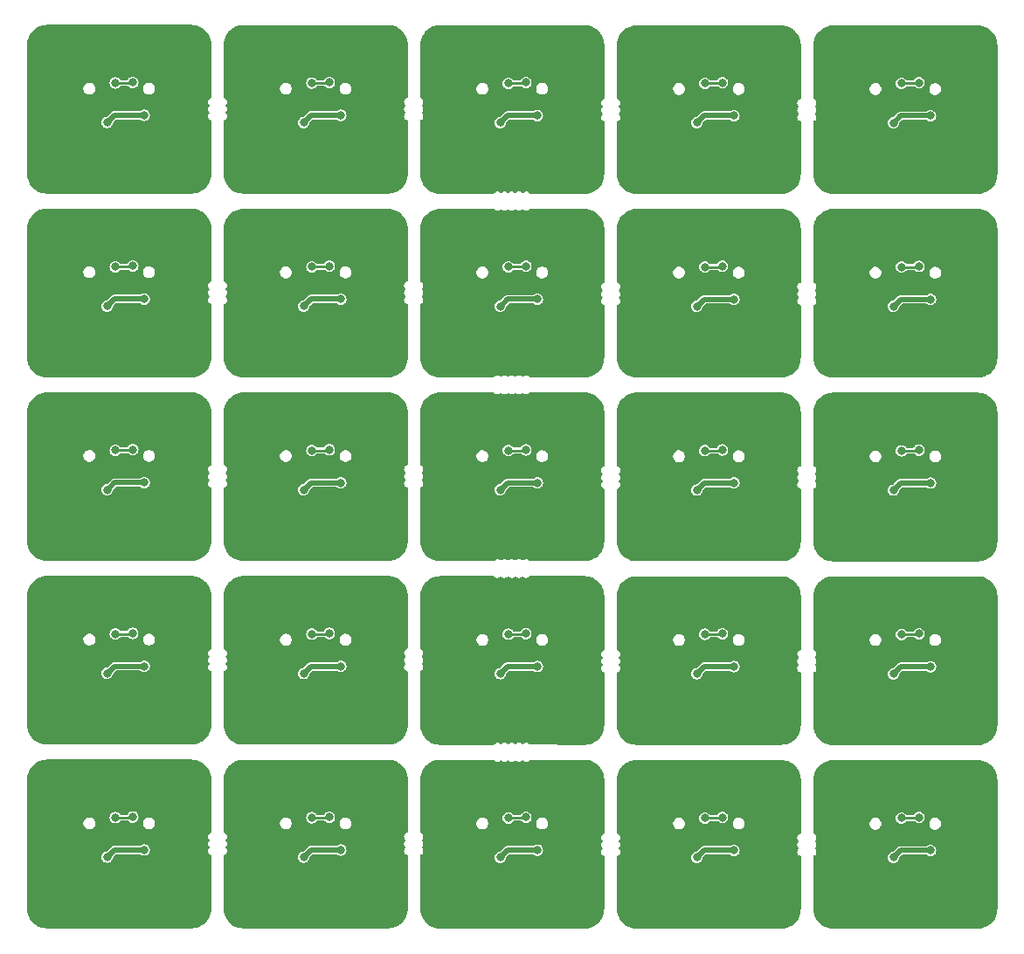
<source format=gbl>
G04 #@! TF.GenerationSoftware,KiCad,Pcbnew,8.99.0-2194-gb3b7cbcab2*
G04 #@! TF.CreationDate,2024-09-18T03:52:13+07:00*
G04 #@! TF.ProjectId,Unified-Daughterboard,556e6966-6965-4642-9d44-617567687465,C3*
G04 #@! TF.SameCoordinates,Original*
G04 #@! TF.FileFunction,Copper,L2,Bot*
G04 #@! TF.FilePolarity,Positive*
%FSLAX46Y46*%
G04 Gerber Fmt 4.6, Leading zero omitted, Abs format (unit mm)*
G04 Created by KiCad (PCBNEW 8.99.0-2194-gb3b7cbcab2) date 2024-09-18 03:52:13*
%MOMM*%
%LPD*%
G01*
G04 APERTURE LIST*
G04 #@! TA.AperFunction,ComponentPad*
%ADD10O,1.100000X2.200000*%
G04 #@! TD*
G04 #@! TA.AperFunction,ComponentPad*
%ADD11O,1.300000X1.900000*%
G04 #@! TD*
G04 #@! TA.AperFunction,ComponentPad*
%ADD12C,2.900000*%
G04 #@! TD*
G04 #@! TA.AperFunction,ViaPad*
%ADD13C,0.800000*%
G04 #@! TD*
G04 #@! TA.AperFunction,Conductor*
%ADD14C,0.508000*%
G04 #@! TD*
G04 #@! TA.AperFunction,Conductor*
%ADD15C,0.254000*%
G04 #@! TD*
G04 APERTURE END LIST*
D10*
X96046840Y-97347000D03*
D11*
X96046840Y-93147000D03*
D10*
X87446840Y-97347000D03*
D11*
X87446840Y-93147000D03*
D12*
X27607330Y-105017000D03*
X41607330Y-105017000D03*
X84748840Y-92547000D03*
X46654500Y-105027000D03*
D10*
X57952500Y-97327000D03*
D11*
X57952500Y-93127000D03*
D10*
X49352500Y-97327000D03*
D11*
X49352500Y-93127000D03*
D10*
X76999670Y-97337000D03*
D11*
X76999670Y-93137000D03*
D10*
X68399670Y-97337000D03*
D11*
X68399670Y-93137000D03*
D12*
X65701670Y-92537000D03*
X46654500Y-92527000D03*
X60654500Y-105027000D03*
X27607330Y-92517000D03*
D10*
X38905330Y-97317000D03*
D11*
X38905330Y-93117000D03*
D10*
X30305330Y-97317000D03*
D11*
X30305330Y-93117000D03*
D12*
X79701670Y-92537000D03*
X60654500Y-92527000D03*
X79701670Y-105037000D03*
X65701670Y-105037000D03*
X117796010Y-105057000D03*
X103796010Y-105057000D03*
X84748840Y-105047000D03*
D10*
X115094010Y-97357000D03*
D11*
X115094010Y-93157000D03*
D10*
X106494010Y-97357000D03*
D11*
X106494010Y-93157000D03*
D12*
X117796010Y-92557000D03*
X103796010Y-92557000D03*
X98748840Y-92547000D03*
X98748840Y-105047000D03*
X41607330Y-92517000D03*
D10*
X96046840Y-79547000D03*
D11*
X96046840Y-75347000D03*
D10*
X87446840Y-79547000D03*
D11*
X87446840Y-75347000D03*
D12*
X27607330Y-87217000D03*
X41607330Y-87217000D03*
X84748840Y-74747000D03*
X46654500Y-87227000D03*
D10*
X57952500Y-79527000D03*
D11*
X57952500Y-75327000D03*
D10*
X49352500Y-79527000D03*
D11*
X49352500Y-75327000D03*
D10*
X76999670Y-79537000D03*
D11*
X76999670Y-75337000D03*
D10*
X68399670Y-79537000D03*
D11*
X68399670Y-75337000D03*
D12*
X65701670Y-74737000D03*
X46654500Y-74727000D03*
X60654500Y-87227000D03*
X27607330Y-74717000D03*
D10*
X38905330Y-79517000D03*
D11*
X38905330Y-75317000D03*
D10*
X30305330Y-79517000D03*
D11*
X30305330Y-75317000D03*
D12*
X79701670Y-74737000D03*
X60654500Y-74727000D03*
X79701670Y-87237000D03*
X65701670Y-87237000D03*
X117796010Y-87257000D03*
X103796010Y-87257000D03*
X84748840Y-87247000D03*
D10*
X115094010Y-79557000D03*
D11*
X115094010Y-75357000D03*
D10*
X106494010Y-79557000D03*
D11*
X106494010Y-75357000D03*
D12*
X117796010Y-74757000D03*
X103796010Y-74757000D03*
X98748840Y-74747000D03*
X98748840Y-87247000D03*
X41607330Y-74717000D03*
D10*
X96046840Y-61747000D03*
D11*
X96046840Y-57547000D03*
D10*
X87446840Y-61747000D03*
D11*
X87446840Y-57547000D03*
D12*
X27607330Y-69417000D03*
X41607330Y-69417000D03*
X84748840Y-56947000D03*
X46654500Y-69427000D03*
D10*
X57952500Y-61727000D03*
D11*
X57952500Y-57527000D03*
D10*
X49352500Y-61727000D03*
D11*
X49352500Y-57527000D03*
D10*
X76999670Y-61737000D03*
D11*
X76999670Y-57537000D03*
D10*
X68399670Y-61737000D03*
D11*
X68399670Y-57537000D03*
D12*
X65701670Y-56937000D03*
X46654500Y-56927000D03*
X60654500Y-69427000D03*
X27607330Y-56917000D03*
D10*
X38905330Y-61717000D03*
D11*
X38905330Y-57517000D03*
D10*
X30305330Y-61717000D03*
D11*
X30305330Y-57517000D03*
D12*
X79701670Y-56937000D03*
X60654500Y-56927000D03*
X79701670Y-69437000D03*
X65701670Y-69437000D03*
X117796010Y-69457000D03*
X103796010Y-69457000D03*
X84748840Y-69447000D03*
D10*
X115094010Y-61757000D03*
D11*
X115094010Y-57557000D03*
D10*
X106494010Y-61757000D03*
D11*
X106494010Y-57557000D03*
D12*
X117796010Y-56957000D03*
X103796010Y-56957000D03*
X98748840Y-56947000D03*
X98748840Y-69447000D03*
X41607330Y-56917000D03*
D10*
X96046840Y-43947000D03*
D11*
X96046840Y-39747000D03*
D10*
X87446840Y-43947000D03*
D11*
X87446840Y-39747000D03*
D12*
X27607330Y-51617000D03*
X41607330Y-51617000D03*
X84748840Y-39147000D03*
X46654500Y-51627000D03*
D10*
X57952500Y-43927000D03*
D11*
X57952500Y-39727000D03*
D10*
X49352500Y-43927000D03*
D11*
X49352500Y-39727000D03*
D10*
X76999670Y-43937000D03*
D11*
X76999670Y-39737000D03*
D10*
X68399670Y-43937000D03*
D11*
X68399670Y-39737000D03*
D12*
X65701670Y-39137000D03*
X46654500Y-39127000D03*
X60654500Y-51627000D03*
X27607330Y-39117000D03*
D10*
X38905330Y-43917000D03*
D11*
X38905330Y-39717000D03*
D10*
X30305330Y-43917000D03*
D11*
X30305330Y-39717000D03*
D12*
X79701670Y-39137000D03*
X60654500Y-39127000D03*
X79701670Y-51637000D03*
X65701670Y-51637000D03*
X117796010Y-51657000D03*
X103796010Y-51657000D03*
X84748840Y-51647000D03*
D10*
X115094010Y-43957000D03*
D11*
X115094010Y-39757000D03*
D10*
X106494010Y-43957000D03*
D11*
X106494010Y-39757000D03*
D12*
X117796010Y-39157000D03*
X103796010Y-39157000D03*
X98748840Y-39147000D03*
X98748840Y-51647000D03*
X41607330Y-39117000D03*
X117796010Y-21357000D03*
X103796010Y-21357000D03*
X103796010Y-33857000D03*
D10*
X115094010Y-26157000D03*
D11*
X115094010Y-21957000D03*
D10*
X106494010Y-26157000D03*
D11*
X106494010Y-21957000D03*
D12*
X117796010Y-33857000D03*
X27607330Y-21317000D03*
X79701670Y-33837000D03*
X65701670Y-21337000D03*
X65701670Y-33837000D03*
D11*
X68399670Y-21937000D03*
D10*
X68399670Y-26137000D03*
D11*
X76999670Y-21937000D03*
D10*
X76999670Y-26137000D03*
D12*
X79701670Y-21337000D03*
D11*
X49352500Y-21927000D03*
D10*
X49352500Y-26127000D03*
D11*
X57952500Y-21927000D03*
D10*
X57952500Y-26127000D03*
D12*
X46654500Y-33827000D03*
X60654500Y-33827000D03*
X46654500Y-21327000D03*
X60654500Y-21327000D03*
D10*
X38905330Y-26117000D03*
D11*
X38905330Y-21917000D03*
X30305330Y-21917000D03*
D10*
X30305330Y-26117000D03*
D12*
X27607330Y-33817000D03*
X84748840Y-21347000D03*
X41607330Y-33817000D03*
D11*
X87446840Y-21947000D03*
D10*
X87446840Y-26147000D03*
D11*
X96046840Y-21947000D03*
D10*
X96046840Y-26147000D03*
D12*
X98748840Y-21347000D03*
X41607330Y-21317000D03*
X98748840Y-33847000D03*
X84748840Y-33847000D03*
D13*
X74022840Y-96181111D03*
X71545670Y-100062170D03*
X33451330Y-100042170D03*
X75138840Y-99372170D03*
X35928500Y-96161111D03*
X72328840Y-96246170D03*
X90592840Y-100072170D03*
X93070010Y-96191111D03*
X34234500Y-96226170D03*
X54975670Y-96171111D03*
X56091670Y-99362170D03*
X37044500Y-99352170D03*
X113233180Y-99392170D03*
X110423180Y-96266170D03*
X53281670Y-96236170D03*
X52498500Y-100052170D03*
X112117180Y-96201111D03*
X91376010Y-96256170D03*
X94186010Y-99382170D03*
X109640010Y-100082170D03*
X74022840Y-78381111D03*
X71545670Y-82262170D03*
X33451330Y-82242170D03*
X75138840Y-81572170D03*
X35928500Y-78361111D03*
X72328840Y-78446170D03*
X90592840Y-82272170D03*
X93070010Y-78391111D03*
X34234500Y-78426170D03*
X54975670Y-78371111D03*
X56091670Y-81562170D03*
X37044500Y-81552170D03*
X113233180Y-81592170D03*
X110423180Y-78466170D03*
X53281670Y-78436170D03*
X52498500Y-82252170D03*
X112117180Y-78401111D03*
X91376010Y-78456170D03*
X94186010Y-81582170D03*
X109640010Y-82282170D03*
X74022840Y-60581111D03*
X71545670Y-64462170D03*
X33451330Y-64442170D03*
X75138840Y-63772170D03*
X35928500Y-60561111D03*
X72328840Y-60646170D03*
X90592840Y-64472170D03*
X93070010Y-60591111D03*
X34234500Y-60626170D03*
X54975670Y-60571111D03*
X56091670Y-63762170D03*
X37044500Y-63752170D03*
X113233180Y-63792170D03*
X110423180Y-60666170D03*
X53281670Y-60636170D03*
X52498500Y-64452170D03*
X112117180Y-60601111D03*
X91376010Y-60656170D03*
X94186010Y-63782170D03*
X109640010Y-64482170D03*
X74022840Y-42781111D03*
X71545670Y-46662170D03*
X33451330Y-46642170D03*
X75138840Y-45972170D03*
X35928500Y-42761111D03*
X72328840Y-42846170D03*
X90592840Y-46672170D03*
X93070010Y-42791111D03*
X34234500Y-42826170D03*
X54975670Y-42771111D03*
X56091670Y-45962170D03*
X37044500Y-45952170D03*
X113233180Y-45992170D03*
X110423180Y-42866170D03*
X53281670Y-42836170D03*
X52498500Y-46652170D03*
X112117180Y-42801111D03*
X91376010Y-42856170D03*
X94186010Y-45982170D03*
X109640010Y-46682170D03*
X109640010Y-28882170D03*
X112117180Y-25001111D03*
X110423180Y-25066170D03*
X113233180Y-28192170D03*
X52498500Y-28852170D03*
X56091670Y-28162170D03*
X53281670Y-25036170D03*
X54975670Y-24971111D03*
X37044500Y-28152170D03*
X34234500Y-25026170D03*
X35928500Y-24961111D03*
X33451330Y-28842170D03*
X74022840Y-24981111D03*
X75138840Y-28172170D03*
X72328840Y-25046170D03*
X71545670Y-28862170D03*
X93070010Y-24991111D03*
X90592840Y-28872170D03*
X94186010Y-28182170D03*
X91376010Y-25056170D03*
D14*
X75138840Y-99372170D02*
X72235670Y-99372170D01*
D15*
X112052121Y-96266170D02*
X112117180Y-96201111D01*
X73957781Y-96246170D02*
X74022840Y-96181111D01*
D14*
X110330010Y-99392170D02*
X109640010Y-100082170D01*
X113233180Y-99392170D02*
X110330010Y-99392170D01*
X72235670Y-99372170D02*
X71545670Y-100062170D01*
D15*
X72328840Y-96246170D02*
X73957781Y-96246170D01*
D14*
X37044500Y-99352170D02*
X34141330Y-99352170D01*
X34141330Y-99352170D02*
X33451330Y-100042170D01*
D15*
X110423180Y-96266170D02*
X112052121Y-96266170D01*
D14*
X91282840Y-99382170D02*
X90592840Y-100072170D01*
X94186010Y-99382170D02*
X91282840Y-99382170D01*
D15*
X34234500Y-96226170D02*
X35863441Y-96226170D01*
X35863441Y-96226170D02*
X35928500Y-96161111D01*
X53281670Y-96236170D02*
X54910611Y-96236170D01*
X54910611Y-96236170D02*
X54975670Y-96171111D01*
D14*
X53188500Y-99362170D02*
X52498500Y-100052170D01*
X56091670Y-99362170D02*
X53188500Y-99362170D01*
D15*
X91376010Y-96256170D02*
X93004951Y-96256170D01*
X93004951Y-96256170D02*
X93070010Y-96191111D01*
D14*
X75138840Y-81572170D02*
X72235670Y-81572170D01*
D15*
X112052121Y-78466170D02*
X112117180Y-78401111D01*
X73957781Y-78446170D02*
X74022840Y-78381111D01*
D14*
X110330010Y-81592170D02*
X109640010Y-82282170D01*
X113233180Y-81592170D02*
X110330010Y-81592170D01*
X72235670Y-81572170D02*
X71545670Y-82262170D01*
D15*
X72328840Y-78446170D02*
X73957781Y-78446170D01*
D14*
X37044500Y-81552170D02*
X34141330Y-81552170D01*
X34141330Y-81552170D02*
X33451330Y-82242170D01*
D15*
X110423180Y-78466170D02*
X112052121Y-78466170D01*
D14*
X91282840Y-81582170D02*
X90592840Y-82272170D01*
X94186010Y-81582170D02*
X91282840Y-81582170D01*
D15*
X34234500Y-78426170D02*
X35863441Y-78426170D01*
X35863441Y-78426170D02*
X35928500Y-78361111D01*
X53281670Y-78436170D02*
X54910611Y-78436170D01*
X54910611Y-78436170D02*
X54975670Y-78371111D01*
D14*
X53188500Y-81562170D02*
X52498500Y-82252170D01*
X56091670Y-81562170D02*
X53188500Y-81562170D01*
D15*
X91376010Y-78456170D02*
X93004951Y-78456170D01*
X93004951Y-78456170D02*
X93070010Y-78391111D01*
D14*
X75138840Y-63772170D02*
X72235670Y-63772170D01*
D15*
X112052121Y-60666170D02*
X112117180Y-60601111D01*
X73957781Y-60646170D02*
X74022840Y-60581111D01*
D14*
X110330010Y-63792170D02*
X109640010Y-64482170D01*
X113233180Y-63792170D02*
X110330010Y-63792170D01*
X72235670Y-63772170D02*
X71545670Y-64462170D01*
D15*
X72328840Y-60646170D02*
X73957781Y-60646170D01*
D14*
X37044500Y-63752170D02*
X34141330Y-63752170D01*
X34141330Y-63752170D02*
X33451330Y-64442170D01*
D15*
X110423180Y-60666170D02*
X112052121Y-60666170D01*
D14*
X91282840Y-63782170D02*
X90592840Y-64472170D01*
X94186010Y-63782170D02*
X91282840Y-63782170D01*
D15*
X34234500Y-60626170D02*
X35863441Y-60626170D01*
X35863441Y-60626170D02*
X35928500Y-60561111D01*
X53281670Y-60636170D02*
X54910611Y-60636170D01*
X54910611Y-60636170D02*
X54975670Y-60571111D01*
D14*
X53188500Y-63762170D02*
X52498500Y-64452170D01*
X56091670Y-63762170D02*
X53188500Y-63762170D01*
D15*
X91376010Y-60656170D02*
X93004951Y-60656170D01*
X93004951Y-60656170D02*
X93070010Y-60591111D01*
D14*
X75138840Y-45972170D02*
X72235670Y-45972170D01*
D15*
X112052121Y-42866170D02*
X112117180Y-42801111D01*
X73957781Y-42846170D02*
X74022840Y-42781111D01*
D14*
X110330010Y-45992170D02*
X109640010Y-46682170D01*
X113233180Y-45992170D02*
X110330010Y-45992170D01*
X72235670Y-45972170D02*
X71545670Y-46662170D01*
D15*
X72328840Y-42846170D02*
X73957781Y-42846170D01*
D14*
X37044500Y-45952170D02*
X34141330Y-45952170D01*
X34141330Y-45952170D02*
X33451330Y-46642170D01*
D15*
X110423180Y-42866170D02*
X112052121Y-42866170D01*
D14*
X91282840Y-45982170D02*
X90592840Y-46672170D01*
X94186010Y-45982170D02*
X91282840Y-45982170D01*
D15*
X34234500Y-42826170D02*
X35863441Y-42826170D01*
X35863441Y-42826170D02*
X35928500Y-42761111D01*
X53281670Y-42836170D02*
X54910611Y-42836170D01*
X54910611Y-42836170D02*
X54975670Y-42771111D01*
D14*
X53188500Y-45962170D02*
X52498500Y-46652170D01*
X56091670Y-45962170D02*
X53188500Y-45962170D01*
D15*
X91376010Y-42856170D02*
X93004951Y-42856170D01*
X93004951Y-42856170D02*
X93070010Y-42791111D01*
D14*
X113233180Y-28192170D02*
X110330010Y-28192170D01*
X110330010Y-28192170D02*
X109640010Y-28882170D01*
D15*
X110423180Y-25066170D02*
X112052121Y-25066170D01*
X112052121Y-25066170D02*
X112117180Y-25001111D01*
X54910611Y-25036170D02*
X54975670Y-24971111D01*
X53281670Y-25036170D02*
X54910611Y-25036170D01*
D14*
X56091670Y-28162170D02*
X53188500Y-28162170D01*
X53188500Y-28162170D02*
X52498500Y-28852170D01*
D15*
X93004951Y-25056170D02*
X93070010Y-24991111D01*
X91376010Y-25056170D02*
X93004951Y-25056170D01*
D14*
X94186010Y-28182170D02*
X91282840Y-28182170D01*
X91282840Y-28182170D02*
X90592840Y-28872170D01*
D15*
X35863441Y-25026170D02*
X35928500Y-24961111D01*
X34234500Y-25026170D02*
X35863441Y-25026170D01*
D14*
X34141330Y-28152170D02*
X33451330Y-28842170D01*
X37044500Y-28152170D02*
X34141330Y-28152170D01*
D15*
X73957781Y-25046170D02*
X74022840Y-24981111D01*
X72328840Y-25046170D02*
X73957781Y-25046170D01*
D14*
X72235670Y-28172170D02*
X71545670Y-28862170D01*
X75138840Y-28172170D02*
X72235670Y-28172170D01*
G04 #@! TA.AperFunction,Conductor*
G36*
X117771482Y-90632501D02*
G01*
X117791961Y-90632500D01*
X117800057Y-90632764D01*
X118039117Y-90648423D01*
X118055173Y-90650536D01*
X118286152Y-90696474D01*
X118301809Y-90700669D01*
X118524806Y-90776360D01*
X118539782Y-90782563D01*
X118730695Y-90876706D01*
X118750986Y-90886712D01*
X118765032Y-90894821D01*
X118960752Y-91025594D01*
X118960835Y-91025649D01*
X118973704Y-91035524D01*
X119150748Y-91190787D01*
X119162218Y-91202257D01*
X119224160Y-91272889D01*
X119310585Y-91371440D01*
X119317484Y-91379306D01*
X119327358Y-91392175D01*
X119458182Y-91587974D01*
X119466292Y-91602022D01*
X119570438Y-91813221D01*
X119576645Y-91828207D01*
X119652332Y-92051194D01*
X119656530Y-92066863D01*
X119702460Y-92297820D01*
X119704577Y-92313901D01*
X119720244Y-92553095D01*
X119720509Y-92561197D01*
X119720510Y-92606190D01*
X119720509Y-92606191D01*
X119720510Y-92606193D01*
X119720510Y-105052933D01*
X119720245Y-105061043D01*
X119704577Y-105300094D01*
X119702459Y-105316176D01*
X119656519Y-105547128D01*
X119652321Y-105562794D01*
X119576629Y-105785777D01*
X119570422Y-105800763D01*
X119466268Y-106011966D01*
X119458159Y-106026010D01*
X119458158Y-106026012D01*
X119327336Y-106221802D01*
X119317462Y-106234671D01*
X119162195Y-106411720D01*
X119150726Y-106423189D01*
X118973682Y-106578454D01*
X118960814Y-106588328D01*
X118765018Y-106719156D01*
X118750974Y-106727264D01*
X118750971Y-106727266D01*
X118539773Y-106831418D01*
X118524788Y-106837625D01*
X118301802Y-106913320D01*
X118286134Y-106917518D01*
X118055178Y-106963458D01*
X118039098Y-106965575D01*
X117800221Y-106981234D01*
X117792110Y-106981500D01*
X103800076Y-106981500D01*
X103791967Y-106981235D01*
X103552915Y-106965568D01*
X103536833Y-106963450D01*
X103305887Y-106917512D01*
X103290220Y-106913315D01*
X103067224Y-106837620D01*
X103052238Y-106831412D01*
X102841047Y-106727264D01*
X102827001Y-106719155D01*
X102631199Y-106588326D01*
X102618330Y-106578451D01*
X102441286Y-106423188D01*
X102429817Y-106411719D01*
X102274552Y-106234675D01*
X102264678Y-106221807D01*
X102262514Y-106218569D01*
X102133851Y-106026010D01*
X102125741Y-106011963D01*
X102021589Y-105800764D01*
X102015382Y-105785779D01*
X101939684Y-105562781D01*
X101935490Y-105547128D01*
X101889548Y-105316164D01*
X101887433Y-105300104D01*
X101871775Y-105061194D01*
X101871510Y-105053085D01*
X101871510Y-100082168D01*
X109082339Y-100082168D01*
X109082339Y-100082171D01*
X109101340Y-100226504D01*
X109101342Y-100226509D01*
X109157050Y-100361001D01*
X109157050Y-100361002D01*
X109157052Y-100361005D01*
X109157053Y-100361006D01*
X109245677Y-100476503D01*
X109361174Y-100565127D01*
X109361177Y-100565128D01*
X109361178Y-100565129D01*
X109399101Y-100580837D01*
X109495674Y-100620839D01*
X109564052Y-100629841D01*
X109640009Y-100639841D01*
X109640010Y-100639841D01*
X109640011Y-100639841D01*
X109715968Y-100629841D01*
X109784346Y-100620839D01*
X109918841Y-100565129D01*
X109918842Y-100565129D01*
X109918842Y-100565128D01*
X109918846Y-100565127D01*
X110034343Y-100476503D01*
X110122967Y-100361006D01*
X110178679Y-100226506D01*
X110189492Y-100144367D01*
X110217758Y-100080472D01*
X110224738Y-100072884D01*
X110462234Y-99835389D01*
X110523557Y-99801904D01*
X110549915Y-99799070D01*
X112813132Y-99799070D01*
X112880171Y-99818755D01*
X112888618Y-99824694D01*
X112928278Y-99855126D01*
X112954344Y-99875127D01*
X112954346Y-99875127D01*
X112954348Y-99875129D01*
X113009161Y-99897833D01*
X113088844Y-99930839D01*
X113157222Y-99939841D01*
X113233179Y-99949841D01*
X113233180Y-99949841D01*
X113233181Y-99949841D01*
X113309138Y-99939841D01*
X113377516Y-99930839D01*
X113512011Y-99875129D01*
X113512012Y-99875129D01*
X113512012Y-99875128D01*
X113512016Y-99875127D01*
X113627513Y-99786503D01*
X113716137Y-99671006D01*
X113771849Y-99536506D01*
X113790851Y-99392170D01*
X113789534Y-99382170D01*
X113771849Y-99247835D01*
X113771849Y-99247834D01*
X113716137Y-99113335D01*
X113680967Y-99067500D01*
X113627514Y-98997838D01*
X113614482Y-98987838D01*
X113512016Y-98909213D01*
X113512013Y-98909212D01*
X113512011Y-98909210D01*
X113377519Y-98853502D01*
X113377514Y-98853500D01*
X113233181Y-98834499D01*
X113233179Y-98834499D01*
X113088845Y-98853500D01*
X113088843Y-98853501D01*
X112954345Y-98909212D01*
X112888619Y-98959646D01*
X112823450Y-98984840D01*
X112813133Y-98985270D01*
X110276441Y-98985270D01*
X110198825Y-99006067D01*
X110172952Y-99013000D01*
X110080169Y-99066568D01*
X110080166Y-99066570D01*
X110080167Y-99066570D01*
X109703739Y-99442996D01*
X109649305Y-99497430D01*
X109587982Y-99530914D01*
X109577810Y-99532687D01*
X109495674Y-99543501D01*
X109495672Y-99543501D01*
X109361175Y-99599212D01*
X109245677Y-99687837D01*
X109157052Y-99803335D01*
X109101341Y-99937833D01*
X109101340Y-99937835D01*
X109082339Y-100082168D01*
X101871510Y-100082168D01*
X101871510Y-100042717D01*
X101871516Y-100041529D01*
X101871767Y-100015340D01*
X101873281Y-100015354D01*
X101873298Y-100015197D01*
X101871510Y-100015197D01*
X101871510Y-100014599D01*
X101873359Y-100014599D01*
X101875386Y-99994769D01*
X101878433Y-99960718D01*
X101878933Y-99960074D01*
X101879016Y-99959264D01*
X101900338Y-99932519D01*
X101921296Y-99905541D01*
X101922369Y-99904885D01*
X101922572Y-99904632D01*
X101923050Y-99904469D01*
X101937519Y-99895638D01*
X102025965Y-99850573D01*
X102110073Y-99766465D01*
X102164074Y-99660482D01*
X102165575Y-99651006D01*
X102182681Y-99543003D01*
X102182681Y-99542996D01*
X102164075Y-99425522D01*
X102164075Y-99425521D01*
X102164074Y-99425519D01*
X102164074Y-99425518D01*
X102110073Y-99319535D01*
X102110071Y-99319533D01*
X102110068Y-99319529D01*
X102071220Y-99280681D01*
X102037735Y-99219358D01*
X102042719Y-99149666D01*
X102071220Y-99105319D01*
X102110068Y-99066470D01*
X102110073Y-99066465D01*
X102164074Y-98960482D01*
X102164075Y-98960477D01*
X102182681Y-98843003D01*
X102182681Y-98842996D01*
X102164075Y-98725522D01*
X102164075Y-98725521D01*
X102164074Y-98725519D01*
X102164074Y-98725518D01*
X102110073Y-98619535D01*
X102110071Y-98619533D01*
X102110068Y-98619529D01*
X102071220Y-98580681D01*
X102037735Y-98519358D01*
X102042719Y-98449666D01*
X102071220Y-98405319D01*
X102110068Y-98366470D01*
X102110073Y-98366465D01*
X102164074Y-98260482D01*
X102173377Y-98201745D01*
X102182681Y-98143003D01*
X102182681Y-98142996D01*
X102164075Y-98025522D01*
X102164075Y-98025521D01*
X102164074Y-98025519D01*
X102164074Y-98025518D01*
X102110073Y-97919535D01*
X102110070Y-97919532D01*
X102110068Y-97919529D01*
X102025970Y-97835431D01*
X102025966Y-97835428D01*
X102025965Y-97835427D01*
X101919982Y-97781426D01*
X101919979Y-97781425D01*
X101915653Y-97779221D01*
X101912663Y-97776397D01*
X101908679Y-97775381D01*
X101887478Y-97752611D01*
X101864857Y-97731247D01*
X101863868Y-97727254D01*
X101861067Y-97724246D01*
X101855541Y-97693631D01*
X101848062Y-97663426D01*
X101849179Y-97658375D01*
X101848658Y-97655487D01*
X101857385Y-97621288D01*
X101860014Y-97614938D01*
X101860016Y-97614937D01*
X101865470Y-97601768D01*
X101865756Y-97601086D01*
X101871363Y-97587908D01*
X101871363Y-97587904D01*
X101871368Y-97587893D01*
X101871507Y-97587193D01*
X101871510Y-97587188D01*
X101871510Y-97573082D01*
X101871516Y-97571895D01*
X101871744Y-97548043D01*
X101871510Y-97545536D01*
X101871510Y-96730234D01*
X107328510Y-96730234D01*
X107328510Y-96881765D01*
X107367729Y-97028136D01*
X107405612Y-97093750D01*
X107443495Y-97159365D01*
X107550645Y-97266515D01*
X107647234Y-97322281D01*
X107680520Y-97341499D01*
X107681875Y-97342281D01*
X107828244Y-97381500D01*
X107828246Y-97381500D01*
X107979774Y-97381500D01*
X107979776Y-97381500D01*
X108126145Y-97342281D01*
X108257375Y-97266515D01*
X108364525Y-97159365D01*
X108440291Y-97028135D01*
X108479510Y-96881766D01*
X108479510Y-96730234D01*
X108440291Y-96583865D01*
X108434517Y-96573865D01*
X108426399Y-96559804D01*
X108364525Y-96452635D01*
X108257375Y-96345485D01*
X108188033Y-96305450D01*
X108126146Y-96269719D01*
X108112893Y-96266168D01*
X109865509Y-96266168D01*
X109865509Y-96266171D01*
X109884510Y-96410504D01*
X109884512Y-96410509D01*
X109940220Y-96545001D01*
X109940220Y-96545002D01*
X109940222Y-96545005D01*
X109940223Y-96545006D01*
X110028847Y-96660503D01*
X110144344Y-96749127D01*
X110144347Y-96749128D01*
X110144348Y-96749129D01*
X110167653Y-96758782D01*
X110278844Y-96804839D01*
X110347222Y-96813841D01*
X110423179Y-96823841D01*
X110423180Y-96823841D01*
X110423181Y-96823841D01*
X110499138Y-96813841D01*
X110567516Y-96804839D01*
X110702011Y-96749129D01*
X110702012Y-96749129D01*
X110702012Y-96749128D01*
X110702016Y-96749127D01*
X110817513Y-96660503D01*
X110861076Y-96603731D01*
X110868096Y-96594583D01*
X110924524Y-96553380D01*
X110966471Y-96546070D01*
X111623811Y-96546070D01*
X111690850Y-96565755D01*
X111716992Y-96589804D01*
X111717100Y-96589697D01*
X111719673Y-96592270D01*
X111722184Y-96594580D01*
X111722847Y-96595444D01*
X111838344Y-96684068D01*
X111838347Y-96684069D01*
X111838348Y-96684070D01*
X111898841Y-96709127D01*
X111972844Y-96739780D01*
X112041222Y-96748782D01*
X112117179Y-96758782D01*
X112117180Y-96758782D01*
X112117181Y-96758782D01*
X112165292Y-96752448D01*
X112261516Y-96739780D01*
X112284562Y-96730234D01*
X113108510Y-96730234D01*
X113108510Y-96881765D01*
X113147729Y-97028136D01*
X113185612Y-97093750D01*
X113223495Y-97159365D01*
X113330645Y-97266515D01*
X113427234Y-97322281D01*
X113460520Y-97341499D01*
X113461875Y-97342281D01*
X113608244Y-97381500D01*
X113608246Y-97381500D01*
X113759774Y-97381500D01*
X113759776Y-97381500D01*
X113906145Y-97342281D01*
X114037375Y-97266515D01*
X114144525Y-97159365D01*
X114220291Y-97028135D01*
X114259510Y-96881766D01*
X114259510Y-96730234D01*
X114220291Y-96583865D01*
X114214517Y-96573865D01*
X114206399Y-96559804D01*
X114144525Y-96452635D01*
X114037375Y-96345485D01*
X113968033Y-96305450D01*
X113906146Y-96269719D01*
X113831503Y-96249719D01*
X113759776Y-96230500D01*
X113608244Y-96230500D01*
X113461873Y-96269719D01*
X113330645Y-96345485D01*
X113330642Y-96345487D01*
X113223497Y-96452632D01*
X113223495Y-96452635D01*
X113147729Y-96583863D01*
X113108510Y-96730234D01*
X112284562Y-96730234D01*
X112396016Y-96684068D01*
X112511513Y-96595444D01*
X112600137Y-96479947D01*
X112655849Y-96345447D01*
X112674851Y-96201111D01*
X112673534Y-96191111D01*
X112655849Y-96056776D01*
X112655849Y-96056775D01*
X112600137Y-95922276D01*
X112570977Y-95884273D01*
X112511514Y-95806779D01*
X112498482Y-95796779D01*
X112396016Y-95718154D01*
X112396013Y-95718153D01*
X112396011Y-95718151D01*
X112261519Y-95662443D01*
X112261514Y-95662441D01*
X112117181Y-95643440D01*
X112117179Y-95643440D01*
X111972845Y-95662441D01*
X111972843Y-95662442D01*
X111838345Y-95718153D01*
X111748910Y-95786779D01*
X111722847Y-95806778D01*
X111637692Y-95917756D01*
X111634221Y-95922279D01*
X111633070Y-95924273D01*
X111631659Y-95925618D01*
X111629276Y-95928724D01*
X111628791Y-95928352D01*
X111582502Y-95972487D01*
X111525685Y-95986270D01*
X110966470Y-95986270D01*
X110899431Y-95966585D01*
X110868094Y-95937756D01*
X110867195Y-95936585D01*
X110830185Y-95888352D01*
X110817514Y-95871838D01*
X110804482Y-95861838D01*
X110702016Y-95783213D01*
X110702013Y-95783212D01*
X110702011Y-95783210D01*
X110567519Y-95727502D01*
X110567514Y-95727500D01*
X110423181Y-95708499D01*
X110423179Y-95708499D01*
X110278845Y-95727500D01*
X110278843Y-95727501D01*
X110144345Y-95783212D01*
X110028847Y-95871837D01*
X109940222Y-95987335D01*
X109884511Y-96121833D01*
X109884510Y-96121835D01*
X109865509Y-96266168D01*
X108112893Y-96266168D01*
X108051503Y-96249719D01*
X107979776Y-96230500D01*
X107828244Y-96230500D01*
X107681873Y-96269719D01*
X107550645Y-96345485D01*
X107550642Y-96345487D01*
X107443497Y-96452632D01*
X107443495Y-96452635D01*
X107367729Y-96583863D01*
X107328510Y-96730234D01*
X101871510Y-96730234D01*
X101871510Y-92561062D01*
X101871775Y-92552952D01*
X101872494Y-92541982D01*
X101887443Y-92313894D01*
X101889558Y-92297837D01*
X101935503Y-92066860D01*
X101939692Y-92051225D01*
X102015397Y-91828207D01*
X102021594Y-91813247D01*
X102125752Y-91602035D01*
X102133855Y-91588000D01*
X102264694Y-91392188D01*
X102274551Y-91379341D01*
X102429829Y-91202281D01*
X102441287Y-91190823D01*
X102618344Y-91035549D01*
X102631196Y-91025687D01*
X102827011Y-90894849D01*
X102841046Y-90886747D01*
X103052261Y-90782587D01*
X103067208Y-90776395D01*
X103290240Y-90700687D01*
X103305872Y-90696499D01*
X103536847Y-90650557D01*
X103552902Y-90648442D01*
X103792124Y-90632764D01*
X103800223Y-90632500D01*
X103820541Y-90632500D01*
X117771481Y-90632500D01*
X117771482Y-90632501D01*
G37*
G04 #@! TD.AperFunction*
G04 #@! TA.AperFunction,Conductor*
G36*
X98752888Y-90622766D02*
G01*
X98776078Y-90624287D01*
X98991926Y-90638448D01*
X99007983Y-90640563D01*
X99238944Y-90686517D01*
X99254606Y-90690715D01*
X99283999Y-90700694D01*
X99477599Y-90766421D01*
X99492566Y-90772622D01*
X99699809Y-90874832D01*
X99703761Y-90876781D01*
X99717806Y-90884891D01*
X99913596Y-91015721D01*
X99926458Y-91025590D01*
X100103505Y-91180861D01*
X100114964Y-91192320D01*
X100270230Y-91369368D01*
X100280103Y-91382235D01*
X100410930Y-91578029D01*
X100419036Y-91592069D01*
X100523192Y-91803269D01*
X100529396Y-91818246D01*
X100605091Y-92041218D01*
X100609290Y-92056884D01*
X100655240Y-92287848D01*
X100657357Y-92303927D01*
X100673074Y-92543556D01*
X100673340Y-92551672D01*
X100673340Y-97561815D01*
X100673200Y-97576466D01*
X100673340Y-97576813D01*
X100673340Y-97577188D01*
X100677479Y-97587182D01*
X100678732Y-97590207D01*
X100679176Y-97591294D01*
X100687333Y-97611529D01*
X100694141Y-97681066D01*
X100662273Y-97743245D01*
X100601848Y-97778324D01*
X100591727Y-97780363D01*
X100585021Y-97781425D01*
X100585019Y-97781425D01*
X100585018Y-97781426D01*
X100513332Y-97817952D01*
X100479033Y-97835428D01*
X100479029Y-97835431D01*
X100394931Y-97919529D01*
X100394928Y-97919533D01*
X100340924Y-98025521D01*
X100340924Y-98025522D01*
X100322319Y-98142996D01*
X100322319Y-98143003D01*
X100340924Y-98260477D01*
X100340924Y-98260478D01*
X100340925Y-98260481D01*
X100340926Y-98260482D01*
X100386747Y-98350411D01*
X100394928Y-98366466D01*
X100394931Y-98366470D01*
X100433780Y-98405319D01*
X100467265Y-98466642D01*
X100462281Y-98536334D01*
X100433780Y-98580681D01*
X100394931Y-98619529D01*
X100394928Y-98619533D01*
X100340924Y-98725521D01*
X100340924Y-98725522D01*
X100322319Y-98842996D01*
X100322319Y-98843003D01*
X100340924Y-98960477D01*
X100340924Y-98960478D01*
X100340925Y-98960481D01*
X100340926Y-98960482D01*
X100389885Y-99056570D01*
X100394928Y-99066466D01*
X100394931Y-99066470D01*
X100433780Y-99105319D01*
X100467265Y-99166642D01*
X100462281Y-99236334D01*
X100433780Y-99280681D01*
X100394931Y-99319529D01*
X100394928Y-99319533D01*
X100340924Y-99425521D01*
X100340924Y-99425522D01*
X100322319Y-99542996D01*
X100322319Y-99543003D01*
X100340924Y-99660477D01*
X100340924Y-99660478D01*
X100340925Y-99660481D01*
X100340926Y-99660482D01*
X100393332Y-99763335D01*
X100394928Y-99766466D01*
X100394931Y-99766470D01*
X100479029Y-99850568D01*
X100479033Y-99850571D01*
X100479035Y-99850573D01*
X100585018Y-99904574D01*
X100585024Y-99904574D01*
X100587655Y-99905430D01*
X100590449Y-99907340D01*
X100593714Y-99909004D01*
X100593499Y-99909425D01*
X100608057Y-99919380D01*
X100630543Y-99929649D01*
X100636396Y-99938756D01*
X100645331Y-99944866D01*
X100654952Y-99967630D01*
X100668317Y-99988427D01*
X100670676Y-100004835D01*
X100672531Y-100009224D01*
X100673340Y-100023362D01*
X100673340Y-100030917D01*
X100673334Y-100032103D01*
X100673105Y-100055991D01*
X100673340Y-100058490D01*
X100673340Y-105042933D01*
X100673075Y-105051043D01*
X100657407Y-105290090D01*
X100655289Y-105306172D01*
X100609349Y-105537119D01*
X100605151Y-105552787D01*
X100529458Y-105775765D01*
X100523251Y-105790750D01*
X100419096Y-106001952D01*
X100410988Y-106015995D01*
X100280157Y-106211791D01*
X100270288Y-106224653D01*
X100115024Y-106401692D01*
X100103554Y-106413161D01*
X99926505Y-106568424D01*
X99913643Y-106578294D01*
X99750542Y-106687271D01*
X99717843Y-106709119D01*
X99703795Y-106717228D01*
X99492602Y-106821371D01*
X99477617Y-106827578D01*
X99254632Y-106903266D01*
X99238964Y-106907464D01*
X99008010Y-106953397D01*
X98991929Y-106955514D01*
X98920069Y-106960222D01*
X98751964Y-106971235D01*
X98743871Y-106971500D01*
X84752902Y-106971500D01*
X84744794Y-106971235D01*
X84505752Y-106955571D01*
X84489670Y-106953454D01*
X84258716Y-106907517D01*
X84243049Y-106903319D01*
X84020061Y-106827627D01*
X84005074Y-106821419D01*
X83984741Y-106811392D01*
X83793881Y-106717269D01*
X83779839Y-106709162D01*
X83584039Y-106578329D01*
X83571171Y-106568455D01*
X83394135Y-106413196D01*
X83382666Y-106401726D01*
X83227404Y-106224678D01*
X83217529Y-106211809D01*
X83211351Y-106202563D01*
X83152526Y-106114519D01*
X83086710Y-106016013D01*
X83078600Y-106001965D01*
X82974457Y-105790768D01*
X82968250Y-105775783D01*
X82967464Y-105773468D01*
X82892558Y-105552777D01*
X82888369Y-105537135D01*
X82842438Y-105306175D01*
X82842438Y-105306172D01*
X82840321Y-105290093D01*
X82831999Y-105163035D01*
X82824604Y-105050125D01*
X82824340Y-105042032D01*
X82824340Y-105037000D01*
X82824341Y-105022472D01*
X82824340Y-105022471D01*
X82824341Y-105008047D01*
X82824340Y-105008029D01*
X82824340Y-100072168D01*
X90035169Y-100072168D01*
X90035169Y-100072171D01*
X90054170Y-100216504D01*
X90054172Y-100216509D01*
X90109880Y-100351001D01*
X90109880Y-100351002D01*
X90109882Y-100351005D01*
X90109883Y-100351006D01*
X90198507Y-100466503D01*
X90314004Y-100555127D01*
X90314007Y-100555128D01*
X90314008Y-100555129D01*
X90376073Y-100580837D01*
X90448504Y-100610839D01*
X90516882Y-100619841D01*
X90592839Y-100629841D01*
X90592840Y-100629841D01*
X90592841Y-100629841D01*
X90640952Y-100623507D01*
X90737176Y-100610839D01*
X90871671Y-100555129D01*
X90871672Y-100555129D01*
X90871672Y-100555128D01*
X90871676Y-100555127D01*
X90987173Y-100466503D01*
X91075797Y-100351006D01*
X91131509Y-100216506D01*
X91142322Y-100134367D01*
X91170588Y-100070472D01*
X91177568Y-100062884D01*
X91415064Y-99825389D01*
X91476387Y-99791904D01*
X91502745Y-99789070D01*
X93765962Y-99789070D01*
X93833001Y-99808755D01*
X93841448Y-99814694D01*
X93868076Y-99835126D01*
X93907174Y-99865127D01*
X93907176Y-99865127D01*
X93907178Y-99865129D01*
X93935200Y-99876736D01*
X94041674Y-99920839D01*
X94108593Y-99929649D01*
X94186009Y-99939841D01*
X94186010Y-99939841D01*
X94186011Y-99939841D01*
X94245964Y-99931948D01*
X94330346Y-99920839D01*
X94464841Y-99865129D01*
X94464842Y-99865129D01*
X94464842Y-99865128D01*
X94464846Y-99865127D01*
X94580343Y-99776503D01*
X94668967Y-99661006D01*
X94724679Y-99526506D01*
X94742364Y-99392171D01*
X94743681Y-99382171D01*
X94743681Y-99382168D01*
X94725996Y-99247835D01*
X94724679Y-99237834D01*
X94668967Y-99103335D01*
X94640757Y-99066571D01*
X94580344Y-98987838D01*
X94580343Y-98987837D01*
X94464846Y-98899213D01*
X94464843Y-98899212D01*
X94464841Y-98899210D01*
X94330349Y-98843502D01*
X94330344Y-98843500D01*
X94186011Y-98824499D01*
X94186009Y-98824499D01*
X94041675Y-98843500D01*
X94041673Y-98843501D01*
X93907175Y-98899212D01*
X93841449Y-98949646D01*
X93776280Y-98974840D01*
X93765963Y-98975270D01*
X91229271Y-98975270D01*
X91163103Y-98993000D01*
X91125782Y-99003000D01*
X91032999Y-99056568D01*
X91032996Y-99056570D01*
X91032997Y-99056570D01*
X90808885Y-99280681D01*
X90602135Y-99487430D01*
X90540812Y-99520914D01*
X90530640Y-99522687D01*
X90448504Y-99533501D01*
X90448502Y-99533501D01*
X90314005Y-99589212D01*
X90198507Y-99677837D01*
X90109882Y-99793335D01*
X90054171Y-99927833D01*
X90054170Y-99927835D01*
X90035169Y-100072168D01*
X82824340Y-100072168D01*
X82824340Y-100032717D01*
X82824346Y-100031529D01*
X82824395Y-100026473D01*
X82824414Y-100024428D01*
X82844739Y-99957582D01*
X82897979Y-99912334D01*
X82910988Y-99908488D01*
X82910697Y-99907591D01*
X82919978Y-99904575D01*
X82919979Y-99904574D01*
X82919982Y-99904574D01*
X83025965Y-99850573D01*
X83110073Y-99766465D01*
X83164074Y-99660482D01*
X83165575Y-99651006D01*
X83182681Y-99543003D01*
X83182681Y-99542996D01*
X83164075Y-99425522D01*
X83164075Y-99425521D01*
X83164074Y-99425519D01*
X83164074Y-99425518D01*
X83110073Y-99319535D01*
X83110071Y-99319533D01*
X83110068Y-99319529D01*
X83071220Y-99280681D01*
X83037735Y-99219358D01*
X83042719Y-99149666D01*
X83071220Y-99105319D01*
X83110068Y-99066470D01*
X83110073Y-99066465D01*
X83164074Y-98960482D01*
X83164075Y-98960477D01*
X83182681Y-98843003D01*
X83182681Y-98842996D01*
X83164075Y-98725522D01*
X83164075Y-98725521D01*
X83164074Y-98725519D01*
X83164074Y-98725518D01*
X83110073Y-98619535D01*
X83110071Y-98619533D01*
X83110068Y-98619529D01*
X83071220Y-98580681D01*
X83037735Y-98519358D01*
X83042719Y-98449666D01*
X83071220Y-98405319D01*
X83110068Y-98366470D01*
X83110073Y-98366465D01*
X83164074Y-98260482D01*
X83173377Y-98201745D01*
X83182681Y-98143003D01*
X83182681Y-98142996D01*
X83164075Y-98025522D01*
X83164075Y-98025521D01*
X83164074Y-98025519D01*
X83164074Y-98025518D01*
X83110073Y-97919535D01*
X83110070Y-97919532D01*
X83110068Y-97919529D01*
X83025970Y-97835431D01*
X83025966Y-97835428D01*
X83025965Y-97835427D01*
X82919982Y-97781426D01*
X82919980Y-97781425D01*
X82919979Y-97781425D01*
X82906191Y-97779241D01*
X82885021Y-97769204D01*
X82862324Y-97763412D01*
X82854041Y-97754516D01*
X82843057Y-97749309D01*
X82830675Y-97729421D01*
X82814711Y-97712277D01*
X82812552Y-97700314D01*
X82806128Y-97689996D01*
X82806463Y-97666572D01*
X82802303Y-97643518D01*
X82807060Y-97624876D01*
X82807128Y-97620134D01*
X82811030Y-97609320D01*
X82812844Y-97604938D01*
X82812846Y-97604937D01*
X82818300Y-97591768D01*
X82818586Y-97591086D01*
X82824193Y-97577908D01*
X82824193Y-97577904D01*
X82824198Y-97577893D01*
X82824337Y-97577193D01*
X82824340Y-97577188D01*
X82824340Y-97563082D01*
X82824346Y-97561895D01*
X82824574Y-97538043D01*
X82824340Y-97535536D01*
X82824340Y-96720234D01*
X88281340Y-96720234D01*
X88281340Y-96871766D01*
X88300949Y-96944950D01*
X88320559Y-97018136D01*
X88326333Y-97028136D01*
X88396325Y-97149365D01*
X88503475Y-97256515D01*
X88634705Y-97332281D01*
X88781074Y-97371500D01*
X88781076Y-97371500D01*
X88932604Y-97371500D01*
X88932606Y-97371500D01*
X89078975Y-97332281D01*
X89210205Y-97256515D01*
X89317355Y-97149365D01*
X89393121Y-97018135D01*
X89432340Y-96871766D01*
X89432340Y-96720234D01*
X89393121Y-96573865D01*
X89387347Y-96563865D01*
X89379229Y-96549804D01*
X89317355Y-96442635D01*
X89210205Y-96335485D01*
X89144590Y-96297602D01*
X89078976Y-96259719D01*
X89065723Y-96256168D01*
X90818339Y-96256168D01*
X90818339Y-96256171D01*
X90837340Y-96400504D01*
X90837342Y-96400509D01*
X90893050Y-96535001D01*
X90893050Y-96535002D01*
X90893052Y-96535005D01*
X90893053Y-96535006D01*
X90981677Y-96650503D01*
X91097174Y-96739127D01*
X91097177Y-96739128D01*
X91097178Y-96739129D01*
X91144625Y-96758782D01*
X91231674Y-96794839D01*
X91300052Y-96803841D01*
X91376009Y-96813841D01*
X91376010Y-96813841D01*
X91376011Y-96813841D01*
X91424122Y-96807507D01*
X91520346Y-96794839D01*
X91654841Y-96739129D01*
X91654842Y-96739129D01*
X91654842Y-96739128D01*
X91654846Y-96739127D01*
X91770343Y-96650503D01*
X91812591Y-96595445D01*
X91820926Y-96584583D01*
X91877354Y-96543380D01*
X91919301Y-96536070D01*
X92576641Y-96536070D01*
X92643680Y-96555755D01*
X92669822Y-96579804D01*
X92669930Y-96579697D01*
X92672503Y-96582270D01*
X92675014Y-96584580D01*
X92675677Y-96585444D01*
X92791174Y-96674068D01*
X92791177Y-96674069D01*
X92791178Y-96674070D01*
X92853243Y-96699778D01*
X92925674Y-96729780D01*
X92994052Y-96738782D01*
X93070009Y-96748782D01*
X93070010Y-96748782D01*
X93070011Y-96748782D01*
X93118122Y-96742448D01*
X93214346Y-96729780D01*
X93237392Y-96720234D01*
X94061340Y-96720234D01*
X94061340Y-96871766D01*
X94080949Y-96944950D01*
X94100559Y-97018136D01*
X94106333Y-97028136D01*
X94176325Y-97149365D01*
X94283475Y-97256515D01*
X94414705Y-97332281D01*
X94561074Y-97371500D01*
X94561076Y-97371500D01*
X94712604Y-97371500D01*
X94712606Y-97371500D01*
X94858975Y-97332281D01*
X94990205Y-97256515D01*
X95097355Y-97149365D01*
X95173121Y-97018135D01*
X95212340Y-96871766D01*
X95212340Y-96720234D01*
X95173121Y-96573865D01*
X95167347Y-96563865D01*
X95159229Y-96549804D01*
X95097355Y-96442635D01*
X94990205Y-96335485D01*
X94924590Y-96297602D01*
X94858976Y-96259719D01*
X94784333Y-96239719D01*
X94712606Y-96220500D01*
X94561074Y-96220500D01*
X94414703Y-96259719D01*
X94283475Y-96335485D01*
X94283472Y-96335487D01*
X94176327Y-96442632D01*
X94176325Y-96442635D01*
X94100559Y-96573863D01*
X94066699Y-96700234D01*
X94061340Y-96720234D01*
X93237392Y-96720234D01*
X93348846Y-96674068D01*
X93464343Y-96585444D01*
X93552967Y-96469947D01*
X93608679Y-96335447D01*
X93626364Y-96201112D01*
X93627681Y-96191112D01*
X93627681Y-96191109D01*
X93609996Y-96056776D01*
X93608679Y-96046775D01*
X93552967Y-95912276D01*
X93506591Y-95851837D01*
X93464344Y-95796779D01*
X93451312Y-95786779D01*
X93348846Y-95708154D01*
X93348843Y-95708153D01*
X93348841Y-95708151D01*
X93214349Y-95652443D01*
X93214344Y-95652441D01*
X93070011Y-95633440D01*
X93070009Y-95633440D01*
X92925675Y-95652441D01*
X92925673Y-95652442D01*
X92791175Y-95708153D01*
X92701740Y-95776779D01*
X92675677Y-95796778D01*
X92590522Y-95907756D01*
X92587051Y-95912279D01*
X92585900Y-95914273D01*
X92584489Y-95915618D01*
X92582106Y-95918724D01*
X92581621Y-95918352D01*
X92535332Y-95962487D01*
X92478515Y-95976270D01*
X91919300Y-95976270D01*
X91852261Y-95956585D01*
X91820924Y-95927756D01*
X91820025Y-95926585D01*
X91770343Y-95861837D01*
X91654846Y-95773213D01*
X91654843Y-95773212D01*
X91654841Y-95773210D01*
X91520349Y-95717502D01*
X91520344Y-95717500D01*
X91376011Y-95698499D01*
X91376009Y-95698499D01*
X91231675Y-95717500D01*
X91231673Y-95717501D01*
X91097175Y-95773212D01*
X90981677Y-95861837D01*
X90893052Y-95977335D01*
X90837341Y-96111833D01*
X90837340Y-96111835D01*
X90818339Y-96256168D01*
X89065723Y-96256168D01*
X89004333Y-96239719D01*
X88932606Y-96220500D01*
X88781074Y-96220500D01*
X88634703Y-96259719D01*
X88503475Y-96335485D01*
X88503472Y-96335487D01*
X88396327Y-96442632D01*
X88396325Y-96442635D01*
X88320559Y-96573863D01*
X88286699Y-96700234D01*
X88281340Y-96720234D01*
X82824340Y-96720234D01*
X82824340Y-92551062D01*
X82824605Y-92542953D01*
X82826010Y-92521521D01*
X82840273Y-92303888D01*
X82842387Y-92287836D01*
X82888329Y-92056869D01*
X82892525Y-92041207D01*
X82893309Y-92038898D01*
X82968225Y-91818198D01*
X82974421Y-91803238D01*
X83078586Y-91592009D01*
X83086683Y-91577986D01*
X83217513Y-91382178D01*
X83227386Y-91369313D01*
X83373886Y-91202257D01*
X83382650Y-91192262D01*
X83394107Y-91180803D01*
X83571178Y-91025510D01*
X83584020Y-91015656D01*
X83779849Y-90884802D01*
X83793858Y-90876714D01*
X84005085Y-90772544D01*
X84020052Y-90766344D01*
X84243044Y-90690642D01*
X84258703Y-90686446D01*
X84489676Y-90640496D01*
X84505752Y-90638380D01*
X84743870Y-90622765D01*
X84751984Y-90622500D01*
X98744771Y-90622500D01*
X98752888Y-90622766D01*
G37*
G04 #@! TD.AperFunction*
G04 #@! TA.AperFunction,Conductor*
G36*
X74484730Y-90606282D02*
G01*
X74484860Y-90606308D01*
X74485730Y-90606481D01*
X74485735Y-90606483D01*
X74485740Y-90606483D01*
X74485775Y-90606490D01*
X74485797Y-90606490D01*
X74485822Y-90606500D01*
X74500408Y-90606500D01*
X74500472Y-90606500D01*
X79657517Y-90612448D01*
X79657842Y-90612500D01*
X79677140Y-90612500D01*
X79697607Y-90612500D01*
X79705714Y-90612764D01*
X79944767Y-90628429D01*
X79960835Y-90630545D01*
X80191815Y-90676486D01*
X80207461Y-90680679D01*
X80430376Y-90756345D01*
X80430459Y-90756374D01*
X80445444Y-90762581D01*
X80656640Y-90866728D01*
X80670687Y-90874838D01*
X80866490Y-91005666D01*
X80879357Y-91015539D01*
X80890886Y-91025649D01*
X81056406Y-91170804D01*
X81067875Y-91182273D01*
X81223141Y-91359317D01*
X81233015Y-91372185D01*
X81363849Y-91567990D01*
X81371953Y-91582025D01*
X81399086Y-91637046D01*
X81476108Y-91793230D01*
X81482315Y-91808215D01*
X81540881Y-91980741D01*
X81551226Y-92011217D01*
X81558011Y-92031203D01*
X81562209Y-92046871D01*
X81608149Y-92277829D01*
X81610266Y-92293909D01*
X81623026Y-92488587D01*
X81625279Y-92522956D01*
X81625904Y-92532482D01*
X81626170Y-92540593D01*
X81626170Y-97551257D01*
X81626164Y-97552443D01*
X81626029Y-97566468D01*
X81626162Y-97567169D01*
X81626170Y-97567188D01*
X81629911Y-97576222D01*
X81631562Y-97580207D01*
X81631984Y-97581239D01*
X81636077Y-97591392D01*
X81637259Y-97594324D01*
X81637816Y-97595175D01*
X81637816Y-97595176D01*
X81637818Y-97595179D01*
X81640336Y-97599026D01*
X81660581Y-97665899D01*
X81641457Y-97733100D01*
X81592880Y-97777420D01*
X81585018Y-97781426D01*
X81479035Y-97835427D01*
X81479034Y-97835428D01*
X81479029Y-97835431D01*
X81394931Y-97919529D01*
X81394928Y-97919533D01*
X81340924Y-98025521D01*
X81340924Y-98025522D01*
X81322319Y-98142996D01*
X81322319Y-98143003D01*
X81340924Y-98260477D01*
X81340924Y-98260478D01*
X81340925Y-98260481D01*
X81340926Y-98260482D01*
X81386747Y-98350411D01*
X81394928Y-98366466D01*
X81394931Y-98366470D01*
X81433780Y-98405319D01*
X81467265Y-98466642D01*
X81462281Y-98536334D01*
X81433780Y-98580681D01*
X81394931Y-98619529D01*
X81394928Y-98619533D01*
X81340924Y-98725521D01*
X81340924Y-98725522D01*
X81322319Y-98842996D01*
X81322319Y-98843003D01*
X81340924Y-98960477D01*
X81340924Y-98960478D01*
X81340925Y-98960481D01*
X81340926Y-98960482D01*
X81389885Y-99056570D01*
X81394928Y-99066466D01*
X81394931Y-99066470D01*
X81433780Y-99105319D01*
X81467265Y-99166642D01*
X81462281Y-99236334D01*
X81433780Y-99280681D01*
X81394931Y-99319529D01*
X81394928Y-99319533D01*
X81340924Y-99425521D01*
X81340924Y-99425522D01*
X81322319Y-99542996D01*
X81322319Y-99543003D01*
X81340924Y-99660477D01*
X81340924Y-99660478D01*
X81340925Y-99660481D01*
X81340926Y-99660482D01*
X81393332Y-99763335D01*
X81394928Y-99766466D01*
X81394931Y-99766470D01*
X81479029Y-99850568D01*
X81479033Y-99850571D01*
X81479035Y-99850573D01*
X81558466Y-99891045D01*
X81569527Y-99901492D01*
X81583373Y-99907815D01*
X81594414Y-99924996D01*
X81609260Y-99939017D01*
X81613501Y-99954696D01*
X81621147Y-99966593D01*
X81626170Y-100001528D01*
X81626170Y-100020917D01*
X81626164Y-100022103D01*
X81625935Y-100045991D01*
X81626170Y-100048490D01*
X81626170Y-105032933D01*
X81625905Y-105041043D01*
X81610237Y-105280091D01*
X81608119Y-105296173D01*
X81562179Y-105527122D01*
X81557981Y-105542789D01*
X81482288Y-105765772D01*
X81476081Y-105780757D01*
X81371930Y-105991952D01*
X81363820Y-106005999D01*
X81232992Y-106201795D01*
X81223121Y-106214659D01*
X81145486Y-106303184D01*
X81067855Y-106391705D01*
X81056385Y-106403174D01*
X80879341Y-106558435D01*
X80866473Y-106568309D01*
X80670676Y-106699134D01*
X80656628Y-106707244D01*
X80445430Y-106811392D01*
X80430445Y-106817599D01*
X80207462Y-106893289D01*
X80191794Y-106897487D01*
X79960839Y-106943423D01*
X79944759Y-106945540D01*
X79705363Y-106961228D01*
X79697111Y-106961493D01*
X74527926Y-106955530D01*
X74527926Y-106955529D01*
X74515868Y-106955515D01*
X74515806Y-106955490D01*
X74501342Y-106955499D01*
X74500747Y-106955499D01*
X74500746Y-106955498D01*
X74474440Y-106955469D01*
X74473933Y-106955518D01*
X65705762Y-106961496D01*
X65697565Y-106961230D01*
X65458588Y-106945563D01*
X65442507Y-106943446D01*
X65211552Y-106897503D01*
X65195885Y-106893305D01*
X64972903Y-106817610D01*
X64957918Y-106811403D01*
X64746723Y-106707251D01*
X64732676Y-106699141D01*
X64536878Y-106568310D01*
X64524011Y-106558436D01*
X64375748Y-106428411D01*
X64346968Y-106403171D01*
X64335509Y-106391712D01*
X64180242Y-106214661D01*
X64170370Y-106201795D01*
X64039541Y-106005994D01*
X64031440Y-105991965D01*
X63927283Y-105780752D01*
X63921081Y-105765779D01*
X63845385Y-105542782D01*
X63841188Y-105527115D01*
X63840329Y-105522796D01*
X63795248Y-105296161D01*
X63793133Y-105280103D01*
X63777434Y-105040582D01*
X63777170Y-105032478D01*
X63777170Y-100062168D01*
X70987999Y-100062168D01*
X70987999Y-100062171D01*
X71007000Y-100206504D01*
X71007002Y-100206509D01*
X71062710Y-100341001D01*
X71062710Y-100341002D01*
X71062712Y-100341005D01*
X71062713Y-100341006D01*
X71151337Y-100456503D01*
X71266834Y-100545127D01*
X71266837Y-100545128D01*
X71266838Y-100545129D01*
X71315118Y-100565127D01*
X71401334Y-100600839D01*
X71469712Y-100609841D01*
X71545669Y-100619841D01*
X71545670Y-100619841D01*
X71545671Y-100619841D01*
X71593782Y-100613507D01*
X71690006Y-100600839D01*
X71824501Y-100545129D01*
X71824502Y-100545129D01*
X71824502Y-100545128D01*
X71824506Y-100545127D01*
X71940003Y-100456503D01*
X72028627Y-100341006D01*
X72084339Y-100206506D01*
X72095152Y-100124367D01*
X72123418Y-100060472D01*
X72130398Y-100052884D01*
X72367894Y-99815389D01*
X72429217Y-99781904D01*
X72455575Y-99779070D01*
X74718792Y-99779070D01*
X74785831Y-99798755D01*
X74794278Y-99804694D01*
X74818371Y-99823181D01*
X74860004Y-99855127D01*
X74860006Y-99855127D01*
X74860008Y-99855129D01*
X74908288Y-99875127D01*
X74994504Y-99910839D01*
X75052255Y-99918442D01*
X75138839Y-99929841D01*
X75138840Y-99929841D01*
X75138841Y-99929841D01*
X75189428Y-99923181D01*
X75283176Y-99910839D01*
X75417671Y-99855129D01*
X75417672Y-99855129D01*
X75417672Y-99855128D01*
X75417676Y-99855127D01*
X75533173Y-99766503D01*
X75621797Y-99651006D01*
X75677509Y-99516506D01*
X75695194Y-99382171D01*
X75696511Y-99372171D01*
X75696511Y-99372168D01*
X75678826Y-99237835D01*
X75677509Y-99227834D01*
X75621797Y-99093335D01*
X75593587Y-99056571D01*
X75533174Y-98977838D01*
X75533173Y-98977837D01*
X75417676Y-98889213D01*
X75417673Y-98889212D01*
X75417671Y-98889210D01*
X75283179Y-98833502D01*
X75283174Y-98833500D01*
X75138841Y-98814499D01*
X75138839Y-98814499D01*
X74994505Y-98833500D01*
X74994503Y-98833501D01*
X74860005Y-98889212D01*
X74794279Y-98939646D01*
X74729110Y-98964840D01*
X74718793Y-98965270D01*
X72182101Y-98965270D01*
X72115933Y-98983000D01*
X72078612Y-98993000D01*
X71985829Y-99046568D01*
X71985826Y-99046570D01*
X71985827Y-99046570D01*
X71606877Y-99425518D01*
X71554965Y-99477430D01*
X71493642Y-99510914D01*
X71483470Y-99512687D01*
X71401334Y-99523501D01*
X71401332Y-99523501D01*
X71266835Y-99579212D01*
X71151337Y-99667837D01*
X71062712Y-99783335D01*
X71007001Y-99917833D01*
X71007000Y-99917835D01*
X70987999Y-100062168D01*
X63777170Y-100062168D01*
X63777170Y-100022717D01*
X63777176Y-100021529D01*
X63777225Y-100016473D01*
X63777310Y-100007534D01*
X63777309Y-100007532D01*
X63777175Y-100006824D01*
X63771773Y-99993780D01*
X63771751Y-99993727D01*
X63771529Y-99993191D01*
X63766082Y-99979676D01*
X63765834Y-99979423D01*
X63761239Y-99968314D01*
X63761235Y-99968285D01*
X63761197Y-99968212D01*
X63760994Y-99967720D01*
X63761167Y-99967648D01*
X63759487Y-99951949D01*
X63749132Y-99918798D01*
X63754033Y-99900980D01*
X63753804Y-99898841D01*
X63755616Y-99895224D01*
X63767663Y-99851431D01*
X63816820Y-99806184D01*
X63819978Y-99804574D01*
X63819982Y-99804574D01*
X63925965Y-99750573D01*
X64010073Y-99666465D01*
X64064074Y-99560482D01*
X64064275Y-99559212D01*
X64082681Y-99443003D01*
X64082681Y-99442996D01*
X64064075Y-99325522D01*
X64064075Y-99325521D01*
X64064074Y-99325519D01*
X64064074Y-99325518D01*
X64010073Y-99219535D01*
X64010071Y-99219533D01*
X64010068Y-99219529D01*
X63971220Y-99180681D01*
X63937735Y-99119358D01*
X63942719Y-99049666D01*
X63971220Y-99005319D01*
X64010068Y-98966470D01*
X64010073Y-98966465D01*
X64064074Y-98860482D01*
X64065180Y-98853500D01*
X64082681Y-98743003D01*
X64082681Y-98742996D01*
X64064075Y-98625522D01*
X64064075Y-98625521D01*
X64064074Y-98625519D01*
X64064074Y-98625518D01*
X64010073Y-98519535D01*
X64010071Y-98519533D01*
X64010068Y-98519529D01*
X63971220Y-98480681D01*
X63937735Y-98419358D01*
X63942719Y-98349666D01*
X63971220Y-98305319D01*
X64010068Y-98266470D01*
X64010073Y-98266465D01*
X64064074Y-98160482D01*
X64064075Y-98160477D01*
X64082681Y-98043003D01*
X64082681Y-98042996D01*
X64064075Y-97925522D01*
X64064075Y-97925521D01*
X64064074Y-97925519D01*
X64064074Y-97925518D01*
X64010073Y-97819535D01*
X64010071Y-97819533D01*
X64010068Y-97819529D01*
X63925970Y-97735431D01*
X63925967Y-97735429D01*
X63925965Y-97735427D01*
X63844184Y-97693758D01*
X63825693Y-97676293D01*
X63804661Y-97661980D01*
X63800716Y-97652703D01*
X63793390Y-97645784D01*
X63787275Y-97621091D01*
X63777321Y-97597681D01*
X63777955Y-97583455D01*
X63777197Y-97580396D01*
X63776923Y-97580395D01*
X63776926Y-97579911D01*
X63776970Y-97579478D01*
X63776595Y-97577963D01*
X63777170Y-97572559D01*
X63777170Y-97553082D01*
X63777176Y-97551895D01*
X63777404Y-97528043D01*
X63777170Y-97525536D01*
X63777170Y-96710234D01*
X69234170Y-96710234D01*
X69234170Y-96861766D01*
X69239529Y-96881765D01*
X69273389Y-97008136D01*
X69311272Y-97073750D01*
X69349155Y-97139365D01*
X69456305Y-97246515D01*
X69587535Y-97322281D01*
X69733904Y-97361500D01*
X69733906Y-97361500D01*
X69885434Y-97361500D01*
X69885436Y-97361500D01*
X70031805Y-97322281D01*
X70163035Y-97246515D01*
X70270185Y-97139365D01*
X70345951Y-97008135D01*
X70385170Y-96861766D01*
X70385170Y-96710234D01*
X70345951Y-96563865D01*
X70340177Y-96553865D01*
X70323948Y-96525755D01*
X70270185Y-96432635D01*
X70163035Y-96325485D01*
X70060299Y-96266170D01*
X70031806Y-96249719D01*
X70018553Y-96246168D01*
X71771169Y-96246168D01*
X71771169Y-96246171D01*
X71790170Y-96390504D01*
X71790172Y-96390509D01*
X71845880Y-96525001D01*
X71845880Y-96525002D01*
X71845882Y-96525005D01*
X71845883Y-96525006D01*
X71934507Y-96640503D01*
X72050004Y-96729127D01*
X72050007Y-96729128D01*
X72050008Y-96729129D01*
X72075722Y-96739780D01*
X72184504Y-96784839D01*
X72252882Y-96793841D01*
X72328839Y-96803841D01*
X72328840Y-96803841D01*
X72328841Y-96803841D01*
X72376952Y-96797507D01*
X72473176Y-96784839D01*
X72607671Y-96729129D01*
X72607672Y-96729129D01*
X72607672Y-96729128D01*
X72607676Y-96729127D01*
X72723173Y-96640503D01*
X72765421Y-96585445D01*
X72773756Y-96574583D01*
X72830184Y-96533380D01*
X72872131Y-96526070D01*
X73529471Y-96526070D01*
X73596510Y-96545755D01*
X73622652Y-96569804D01*
X73622760Y-96569697D01*
X73625333Y-96572270D01*
X73627844Y-96574580D01*
X73628507Y-96575444D01*
X73744004Y-96664068D01*
X73744007Y-96664069D01*
X73744008Y-96664070D01*
X73792288Y-96684068D01*
X73878504Y-96719780D01*
X73946882Y-96728782D01*
X74022839Y-96738782D01*
X74022840Y-96738782D01*
X74022841Y-96738782D01*
X74087769Y-96730234D01*
X74167176Y-96719780D01*
X74190222Y-96710234D01*
X75014170Y-96710234D01*
X75014170Y-96861766D01*
X75019529Y-96881765D01*
X75053389Y-97008136D01*
X75091272Y-97073750D01*
X75129155Y-97139365D01*
X75236305Y-97246515D01*
X75367535Y-97322281D01*
X75513904Y-97361500D01*
X75513906Y-97361500D01*
X75665434Y-97361500D01*
X75665436Y-97361500D01*
X75811805Y-97322281D01*
X75943035Y-97246515D01*
X76050185Y-97139365D01*
X76125951Y-97008135D01*
X76165170Y-96861766D01*
X76165170Y-96710234D01*
X76125951Y-96563865D01*
X76120177Y-96553865D01*
X76103948Y-96525755D01*
X76050185Y-96432635D01*
X75943035Y-96325485D01*
X75840299Y-96266170D01*
X75811806Y-96249719D01*
X75737163Y-96229719D01*
X75665436Y-96210500D01*
X75513904Y-96210500D01*
X75367533Y-96249719D01*
X75236305Y-96325485D01*
X75236302Y-96325487D01*
X75129157Y-96432632D01*
X75129155Y-96432635D01*
X75053389Y-96563863D01*
X75019529Y-96690234D01*
X75014170Y-96710234D01*
X74190222Y-96710234D01*
X74301676Y-96664068D01*
X74417173Y-96575444D01*
X74505797Y-96459947D01*
X74561509Y-96325447D01*
X74579194Y-96191112D01*
X74580511Y-96181112D01*
X74580511Y-96181109D01*
X74562826Y-96046776D01*
X74561509Y-96036775D01*
X74505797Y-95902276D01*
X74459421Y-95841837D01*
X74417174Y-95786779D01*
X74412527Y-95783213D01*
X74301676Y-95698154D01*
X74301673Y-95698153D01*
X74301671Y-95698151D01*
X74167179Y-95642443D01*
X74167174Y-95642441D01*
X74022841Y-95623440D01*
X74022839Y-95623440D01*
X73878505Y-95642441D01*
X73878503Y-95642442D01*
X73744005Y-95698153D01*
X73654570Y-95766779D01*
X73628507Y-95786778D01*
X73543352Y-95897756D01*
X73539881Y-95902279D01*
X73538730Y-95904273D01*
X73537319Y-95905618D01*
X73534936Y-95908724D01*
X73534451Y-95908352D01*
X73488162Y-95952487D01*
X73431345Y-95966270D01*
X72872130Y-95966270D01*
X72805091Y-95946585D01*
X72773754Y-95917756D01*
X72772113Y-95915618D01*
X72738520Y-95871838D01*
X72723174Y-95851838D01*
X72710142Y-95841838D01*
X72607676Y-95763213D01*
X72607673Y-95763212D01*
X72607671Y-95763210D01*
X72473179Y-95707502D01*
X72473174Y-95707500D01*
X72328841Y-95688499D01*
X72328839Y-95688499D01*
X72184505Y-95707500D01*
X72184503Y-95707501D01*
X72050005Y-95763212D01*
X71934507Y-95851837D01*
X71845882Y-95967335D01*
X71790171Y-96101833D01*
X71790170Y-96101835D01*
X71771169Y-96246168D01*
X70018553Y-96246168D01*
X69957163Y-96229719D01*
X69885436Y-96210500D01*
X69733904Y-96210500D01*
X69587533Y-96249719D01*
X69456305Y-96325485D01*
X69456302Y-96325487D01*
X69349157Y-96432632D01*
X69349155Y-96432635D01*
X69273389Y-96563863D01*
X69239529Y-96690234D01*
X69234170Y-96710234D01*
X63777170Y-96710234D01*
X63777170Y-92541066D01*
X63777435Y-92532957D01*
X63778154Y-92521982D01*
X63793103Y-92293892D01*
X63795217Y-92277838D01*
X63841160Y-92046869D01*
X63845356Y-92031210D01*
X63845359Y-92031203D01*
X63921054Y-91808204D01*
X63927258Y-91793230D01*
X64031417Y-91582012D01*
X64039515Y-91567990D01*
X64052869Y-91548005D01*
X64156990Y-91392175D01*
X64170346Y-91372186D01*
X64180211Y-91359327D01*
X64335496Y-91182257D01*
X64346931Y-91170821D01*
X64524008Y-91015526D01*
X64536852Y-91005670D01*
X64732671Y-90874825D01*
X64746697Y-90866727D01*
X64957908Y-90762567D01*
X64972891Y-90756361D01*
X65195879Y-90680664D01*
X65211541Y-90676467D01*
X65442506Y-90630522D01*
X65458579Y-90628406D01*
X65697108Y-90612768D01*
X65705316Y-90612503D01*
X70863699Y-90618454D01*
X70930714Y-90638216D01*
X70951230Y-90654768D01*
X71031035Y-90734573D01*
X71137018Y-90788574D01*
X71137020Y-90788574D01*
X71137022Y-90788575D01*
X71254497Y-90807181D01*
X71254500Y-90807181D01*
X71254503Y-90807181D01*
X71371977Y-90788575D01*
X71371978Y-90788575D01*
X71371979Y-90788574D01*
X71371982Y-90788574D01*
X71477965Y-90734573D01*
X71477970Y-90734568D01*
X71516819Y-90695720D01*
X71578142Y-90662235D01*
X71647834Y-90667219D01*
X71692181Y-90695720D01*
X71731029Y-90734568D01*
X71731033Y-90734571D01*
X71731035Y-90734573D01*
X71837018Y-90788574D01*
X71837020Y-90788574D01*
X71837022Y-90788575D01*
X71954497Y-90807181D01*
X71954500Y-90807181D01*
X71954503Y-90807181D01*
X72071977Y-90788575D01*
X72071978Y-90788575D01*
X72071979Y-90788574D01*
X72071982Y-90788574D01*
X72177965Y-90734573D01*
X72177970Y-90734568D01*
X72216819Y-90695720D01*
X72278142Y-90662235D01*
X72347834Y-90667219D01*
X72392181Y-90695720D01*
X72431029Y-90734568D01*
X72431033Y-90734571D01*
X72431035Y-90734573D01*
X72537018Y-90788574D01*
X72537020Y-90788574D01*
X72537022Y-90788575D01*
X72654497Y-90807181D01*
X72654500Y-90807181D01*
X72654503Y-90807181D01*
X72771977Y-90788575D01*
X72771978Y-90788575D01*
X72771979Y-90788574D01*
X72771982Y-90788574D01*
X72877965Y-90734573D01*
X72877970Y-90734568D01*
X72916819Y-90695720D01*
X72978142Y-90662235D01*
X73047834Y-90667219D01*
X73092181Y-90695720D01*
X73131029Y-90734568D01*
X73131033Y-90734571D01*
X73131035Y-90734573D01*
X73237018Y-90788574D01*
X73237020Y-90788574D01*
X73237022Y-90788575D01*
X73354497Y-90807181D01*
X73354500Y-90807181D01*
X73354503Y-90807181D01*
X73471977Y-90788575D01*
X73471978Y-90788575D01*
X73471979Y-90788574D01*
X73471982Y-90788574D01*
X73577965Y-90734573D01*
X73577970Y-90734568D01*
X73616819Y-90695720D01*
X73678142Y-90662235D01*
X73747834Y-90667219D01*
X73792181Y-90695720D01*
X73831029Y-90734568D01*
X73831033Y-90734571D01*
X73831035Y-90734573D01*
X73937018Y-90788574D01*
X73937020Y-90788574D01*
X73937022Y-90788575D01*
X74054497Y-90807181D01*
X74054500Y-90807181D01*
X74054503Y-90807181D01*
X74171977Y-90788575D01*
X74171978Y-90788575D01*
X74171979Y-90788574D01*
X74171982Y-90788574D01*
X74277965Y-90734573D01*
X74321894Y-90690644D01*
X74368974Y-90643565D01*
X74370934Y-90645525D01*
X74414263Y-90612103D01*
X74473485Y-90606893D01*
X74473485Y-90606483D01*
X74473592Y-90606483D01*
X74478114Y-90606485D01*
X74483410Y-90606020D01*
X74484730Y-90606282D01*
G37*
G04 #@! TD.AperFunction*
G04 #@! TA.AperFunction,Conductor*
G36*
X60658542Y-90602765D02*
G01*
X60682409Y-90604329D01*
X60897602Y-90618433D01*
X60913665Y-90620548D01*
X61144636Y-90666492D01*
X61160279Y-90670683D01*
X61383287Y-90746384D01*
X61398254Y-90752584D01*
X61589200Y-90846748D01*
X61609460Y-90856739D01*
X61623506Y-90864849D01*
X61819302Y-90995675D01*
X61832167Y-91005546D01*
X61855127Y-91025681D01*
X62009216Y-91160814D01*
X62020685Y-91172283D01*
X62175950Y-91349328D01*
X62185824Y-91362197D01*
X62316650Y-91557993D01*
X62324760Y-91572039D01*
X62428912Y-91783238D01*
X62435117Y-91798220D01*
X62510030Y-92018906D01*
X62510811Y-92021204D01*
X62515009Y-92036872D01*
X62560949Y-92267825D01*
X62563067Y-92283906D01*
X62563979Y-92297820D01*
X62577355Y-92501909D01*
X62578735Y-92522956D01*
X62579000Y-92531066D01*
X62579000Y-97541257D01*
X62578994Y-97542446D01*
X62578806Y-97562048D01*
X62558480Y-97628896D01*
X62505239Y-97674142D01*
X62493134Y-97678789D01*
X62485020Y-97681425D01*
X62379033Y-97735428D01*
X62379029Y-97735431D01*
X62294931Y-97819529D01*
X62294928Y-97819533D01*
X62240924Y-97925521D01*
X62240924Y-97925522D01*
X62222319Y-98042996D01*
X62222319Y-98043003D01*
X62240924Y-98160477D01*
X62240924Y-98160478D01*
X62240925Y-98160481D01*
X62240926Y-98160482D01*
X62291876Y-98260478D01*
X62294928Y-98266466D01*
X62294931Y-98266470D01*
X62333780Y-98305319D01*
X62367265Y-98366642D01*
X62362281Y-98436334D01*
X62333780Y-98480681D01*
X62294931Y-98519529D01*
X62294928Y-98519533D01*
X62240924Y-98625521D01*
X62240924Y-98625522D01*
X62222319Y-98742996D01*
X62222319Y-98743003D01*
X62240924Y-98860477D01*
X62240924Y-98860478D01*
X62240925Y-98860481D01*
X62240926Y-98860482D01*
X62294318Y-98965270D01*
X62294928Y-98966466D01*
X62294931Y-98966470D01*
X62333780Y-99005319D01*
X62367265Y-99066642D01*
X62362281Y-99136334D01*
X62333780Y-99180681D01*
X62294931Y-99219529D01*
X62294928Y-99219533D01*
X62240924Y-99325521D01*
X62240924Y-99325522D01*
X62222319Y-99442996D01*
X62222319Y-99443003D01*
X62240924Y-99560477D01*
X62240924Y-99560478D01*
X62240925Y-99560481D01*
X62240926Y-99560482D01*
X62292143Y-99661002D01*
X62294928Y-99666466D01*
X62294931Y-99666470D01*
X62379029Y-99750568D01*
X62379033Y-99750571D01*
X62379035Y-99750573D01*
X62485018Y-99804574D01*
X62492579Y-99805771D01*
X62513754Y-99815809D01*
X62536462Y-99821606D01*
X62544738Y-99830496D01*
X62555714Y-99835699D01*
X62568102Y-99855592D01*
X62584070Y-99872745D01*
X62586226Y-99884697D01*
X62592647Y-99895009D01*
X62592312Y-99918442D01*
X62596473Y-99941505D01*
X62591718Y-99960129D01*
X62591651Y-99964872D01*
X62587743Y-99975703D01*
X62585112Y-99982054D01*
X62584660Y-99983130D01*
X62579138Y-99996112D01*
X62579000Y-99996809D01*
X62579000Y-100010917D01*
X62578994Y-100012103D01*
X62578765Y-100035991D01*
X62579000Y-100038490D01*
X62579000Y-105022933D01*
X62578735Y-105031042D01*
X62578735Y-105031043D01*
X62563067Y-105270093D01*
X62560949Y-105286174D01*
X62515009Y-105517127D01*
X62510811Y-105532793D01*
X62503240Y-105555098D01*
X62435119Y-105755776D01*
X62428912Y-105770761D01*
X62324760Y-105981960D01*
X62316650Y-105996006D01*
X62185824Y-106191802D01*
X62175950Y-106204671D01*
X62020685Y-106381716D01*
X62009216Y-106393185D01*
X61832171Y-106548450D01*
X61819302Y-106558324D01*
X61623506Y-106689150D01*
X61609460Y-106697260D01*
X61398261Y-106801412D01*
X61383276Y-106807619D01*
X61313184Y-106831412D01*
X61162773Y-106882470D01*
X61160295Y-106883311D01*
X61144627Y-106887509D01*
X60913674Y-106933449D01*
X60897593Y-106935567D01*
X60658543Y-106951235D01*
X60650433Y-106951500D01*
X46658567Y-106951500D01*
X46650457Y-106951235D01*
X46411406Y-106935567D01*
X46395325Y-106933449D01*
X46164372Y-106887509D01*
X46148710Y-106883312D01*
X45925720Y-106807617D01*
X45910738Y-106801412D01*
X45699539Y-106697260D01*
X45685493Y-106689150D01*
X45489697Y-106558324D01*
X45476828Y-106548450D01*
X45471547Y-106543819D01*
X45408453Y-106488487D01*
X45299783Y-106393185D01*
X45288314Y-106381716D01*
X45159362Y-106234675D01*
X45133046Y-106204667D01*
X45123175Y-106191802D01*
X44992349Y-105996006D01*
X44984239Y-105981960D01*
X44966969Y-105946940D01*
X44880084Y-105770754D01*
X44873884Y-105755787D01*
X44798183Y-105532779D01*
X44793992Y-105517136D01*
X44748048Y-105286165D01*
X44745933Y-105270102D01*
X44730359Y-105032478D01*
X44730265Y-105031042D01*
X44730000Y-105022933D01*
X44730000Y-100052168D01*
X51940829Y-100052168D01*
X51940829Y-100052171D01*
X51959830Y-100196504D01*
X51959832Y-100196509D01*
X52015540Y-100331001D01*
X52015540Y-100331002D01*
X52015542Y-100331005D01*
X52015543Y-100331006D01*
X52104167Y-100446503D01*
X52219664Y-100535127D01*
X52219667Y-100535128D01*
X52219668Y-100535129D01*
X52267948Y-100555127D01*
X52354164Y-100590839D01*
X52422542Y-100599841D01*
X52498499Y-100609841D01*
X52498500Y-100609841D01*
X52498501Y-100609841D01*
X52546612Y-100603507D01*
X52642836Y-100590839D01*
X52777331Y-100535129D01*
X52777332Y-100535129D01*
X52777332Y-100535128D01*
X52777336Y-100535127D01*
X52892833Y-100446503D01*
X52981457Y-100331006D01*
X53037169Y-100196506D01*
X53047982Y-100114367D01*
X53076248Y-100050472D01*
X53083228Y-100042884D01*
X53320724Y-99805389D01*
X53382047Y-99771904D01*
X53408405Y-99769070D01*
X55671622Y-99769070D01*
X55738661Y-99788755D01*
X55747108Y-99794694D01*
X55786205Y-99824694D01*
X55812834Y-99845127D01*
X55812836Y-99845127D01*
X55812838Y-99845129D01*
X55861118Y-99865127D01*
X55947334Y-99900839D01*
X56012552Y-99909425D01*
X56091669Y-99919841D01*
X56091670Y-99919841D01*
X56091671Y-99919841D01*
X56148692Y-99912334D01*
X56236006Y-99900839D01*
X56370501Y-99845129D01*
X56370502Y-99845129D01*
X56370502Y-99845128D01*
X56370506Y-99845127D01*
X56486003Y-99756503D01*
X56574627Y-99641006D01*
X56630339Y-99506506D01*
X56645391Y-99392171D01*
X56649341Y-99362171D01*
X56649341Y-99362168D01*
X56634289Y-99247835D01*
X56630339Y-99217834D01*
X56574627Y-99083335D01*
X56566954Y-99073335D01*
X56486004Y-98967838D01*
X56484215Y-98966465D01*
X56370506Y-98879213D01*
X56370503Y-98879212D01*
X56370501Y-98879210D01*
X56236009Y-98823502D01*
X56236004Y-98823500D01*
X56091671Y-98804499D01*
X56091669Y-98804499D01*
X55947335Y-98823500D01*
X55947333Y-98823501D01*
X55812835Y-98879212D01*
X55747109Y-98929646D01*
X55681940Y-98954840D01*
X55671623Y-98955270D01*
X53134931Y-98955270D01*
X53068763Y-98973000D01*
X53031442Y-98983000D01*
X52938659Y-99036568D01*
X52938656Y-99036570D01*
X52938657Y-99036570D01*
X52557102Y-99418122D01*
X52507795Y-99467430D01*
X52446472Y-99500914D01*
X52436300Y-99502687D01*
X52354164Y-99513501D01*
X52354162Y-99513501D01*
X52219665Y-99569212D01*
X52104167Y-99657837D01*
X52015542Y-99773335D01*
X51959831Y-99907833D01*
X51959830Y-99907835D01*
X51940829Y-100052168D01*
X44730000Y-100052168D01*
X44730000Y-100012717D01*
X44730006Y-100011529D01*
X44730055Y-100006465D01*
X44730140Y-99997534D01*
X44730139Y-99997532D01*
X44730005Y-99996824D01*
X44724603Y-99983780D01*
X44724155Y-99982683D01*
X44720651Y-99973989D01*
X44713848Y-99904452D01*
X44745720Y-99842275D01*
X44806147Y-99807200D01*
X44816262Y-99805163D01*
X44819982Y-99804574D01*
X44925965Y-99750573D01*
X45010073Y-99666465D01*
X45064074Y-99560482D01*
X45064275Y-99559212D01*
X45082681Y-99443003D01*
X45082681Y-99442996D01*
X45064075Y-99325522D01*
X45064075Y-99325521D01*
X45064074Y-99325519D01*
X45064074Y-99325518D01*
X45010073Y-99219535D01*
X45010071Y-99219533D01*
X45010068Y-99219529D01*
X44971220Y-99180681D01*
X44937735Y-99119358D01*
X44942719Y-99049666D01*
X44971220Y-99005319D01*
X45010068Y-98966470D01*
X45010073Y-98966465D01*
X45064074Y-98860482D01*
X45065180Y-98853500D01*
X45082681Y-98743003D01*
X45082681Y-98742996D01*
X45064075Y-98625522D01*
X45064075Y-98625521D01*
X45064074Y-98625519D01*
X45064074Y-98625518D01*
X45010073Y-98519535D01*
X45010071Y-98519533D01*
X45010068Y-98519529D01*
X44971220Y-98480681D01*
X44937735Y-98419358D01*
X44942719Y-98349666D01*
X44971220Y-98305319D01*
X45010068Y-98266470D01*
X45010073Y-98266465D01*
X45064074Y-98160482D01*
X45064075Y-98160477D01*
X45082681Y-98043003D01*
X45082681Y-98042996D01*
X45064075Y-97925522D01*
X45064075Y-97925521D01*
X45064074Y-97925519D01*
X45064074Y-97925518D01*
X45010073Y-97819535D01*
X45010071Y-97819533D01*
X45010068Y-97819529D01*
X44925970Y-97735431D01*
X44925966Y-97735428D01*
X44925965Y-97735427D01*
X44819982Y-97681426D01*
X44819978Y-97681425D01*
X44819976Y-97681424D01*
X44815672Y-97680025D01*
X44795276Y-97666075D01*
X44772797Y-97655810D01*
X44766939Y-97646696D01*
X44758000Y-97640582D01*
X44748383Y-97617820D01*
X44735023Y-97597032D01*
X44732662Y-97580612D01*
X44730807Y-97576222D01*
X44730000Y-97562097D01*
X44730000Y-97543082D01*
X44730006Y-97541895D01*
X44730234Y-97518043D01*
X44730000Y-97515536D01*
X44730000Y-96700234D01*
X50187000Y-96700234D01*
X50187000Y-96851766D01*
X50206609Y-96924950D01*
X50226219Y-96998136D01*
X50243540Y-97028136D01*
X50301985Y-97129365D01*
X50409135Y-97236515D01*
X50540365Y-97312281D01*
X50686734Y-97351500D01*
X50686736Y-97351500D01*
X50838264Y-97351500D01*
X50838266Y-97351500D01*
X50984635Y-97312281D01*
X51115865Y-97236515D01*
X51223015Y-97129365D01*
X51298781Y-96998135D01*
X51338000Y-96851766D01*
X51338000Y-96700234D01*
X51298781Y-96553865D01*
X51293007Y-96543865D01*
X51276960Y-96516070D01*
X51223015Y-96422635D01*
X51115865Y-96315485D01*
X51050250Y-96277602D01*
X50984636Y-96239719D01*
X50971383Y-96236168D01*
X52723999Y-96236168D01*
X52723999Y-96236171D01*
X52743000Y-96380504D01*
X52743002Y-96380509D01*
X52798710Y-96515001D01*
X52798710Y-96515002D01*
X52798712Y-96515005D01*
X52798713Y-96515006D01*
X52887337Y-96630503D01*
X53002834Y-96719127D01*
X53002837Y-96719128D01*
X53002838Y-96719129D01*
X53070084Y-96746983D01*
X53137334Y-96774839D01*
X53205712Y-96783841D01*
X53281669Y-96793841D01*
X53281670Y-96793841D01*
X53281671Y-96793841D01*
X53329782Y-96787507D01*
X53426006Y-96774839D01*
X53560501Y-96719129D01*
X53560502Y-96719129D01*
X53560502Y-96719128D01*
X53560506Y-96719127D01*
X53676003Y-96630503D01*
X53718251Y-96575445D01*
X53726586Y-96564583D01*
X53783014Y-96523380D01*
X53824961Y-96516070D01*
X54482301Y-96516070D01*
X54549340Y-96535755D01*
X54575482Y-96559804D01*
X54575590Y-96559697D01*
X54578163Y-96562270D01*
X54580674Y-96564580D01*
X54581337Y-96565444D01*
X54696834Y-96654068D01*
X54696837Y-96654069D01*
X54696838Y-96654070D01*
X54745118Y-96674068D01*
X54831334Y-96709780D01*
X54899712Y-96718782D01*
X54975669Y-96728782D01*
X54975670Y-96728782D01*
X54975671Y-96728782D01*
X55040599Y-96720234D01*
X55120006Y-96709780D01*
X55143052Y-96700234D01*
X55967000Y-96700234D01*
X55967000Y-96851766D01*
X55986609Y-96924950D01*
X56006219Y-96998136D01*
X56023540Y-97028136D01*
X56081985Y-97129365D01*
X56189135Y-97236515D01*
X56320365Y-97312281D01*
X56466734Y-97351500D01*
X56466736Y-97351500D01*
X56618264Y-97351500D01*
X56618266Y-97351500D01*
X56764635Y-97312281D01*
X56895865Y-97236515D01*
X57003015Y-97129365D01*
X57078781Y-96998135D01*
X57118000Y-96851766D01*
X57118000Y-96700234D01*
X57078781Y-96553865D01*
X57073007Y-96543865D01*
X57056960Y-96516070D01*
X57003015Y-96422635D01*
X56895865Y-96315485D01*
X56830250Y-96277602D01*
X56764636Y-96239719D01*
X56691450Y-96220109D01*
X56618266Y-96200500D01*
X56466734Y-96200500D01*
X56320363Y-96239719D01*
X56189135Y-96315485D01*
X56189132Y-96315487D01*
X56081987Y-96422632D01*
X56081985Y-96422635D01*
X56006219Y-96553863D01*
X55971332Y-96684067D01*
X55967000Y-96700234D01*
X55143052Y-96700234D01*
X55254506Y-96654068D01*
X55370003Y-96565444D01*
X55458627Y-96449947D01*
X55514339Y-96315447D01*
X55529391Y-96201112D01*
X55533341Y-96171112D01*
X55533341Y-96171109D01*
X55518289Y-96056776D01*
X55514339Y-96026775D01*
X55458627Y-95892276D01*
X55412251Y-95831837D01*
X55370004Y-95776779D01*
X55365357Y-95773213D01*
X55254506Y-95688154D01*
X55254503Y-95688153D01*
X55254501Y-95688151D01*
X55120009Y-95632443D01*
X55120004Y-95632441D01*
X54975671Y-95613440D01*
X54975669Y-95613440D01*
X54831335Y-95632441D01*
X54831333Y-95632442D01*
X54696835Y-95688153D01*
X54599019Y-95763210D01*
X54581337Y-95776778D01*
X54508396Y-95871838D01*
X54492711Y-95892279D01*
X54491560Y-95894273D01*
X54490149Y-95895618D01*
X54487766Y-95898724D01*
X54487281Y-95898352D01*
X54440992Y-95942487D01*
X54384175Y-95956270D01*
X53824960Y-95956270D01*
X53757921Y-95936585D01*
X53726584Y-95907756D01*
X53724943Y-95905618D01*
X53707033Y-95882276D01*
X53676004Y-95841838D01*
X53662972Y-95831838D01*
X53560506Y-95753213D01*
X53560503Y-95753212D01*
X53560501Y-95753210D01*
X53426009Y-95697502D01*
X53426004Y-95697500D01*
X53281671Y-95678499D01*
X53281669Y-95678499D01*
X53137335Y-95697500D01*
X53137333Y-95697501D01*
X53002835Y-95753212D01*
X52887337Y-95841837D01*
X52798712Y-95957335D01*
X52743001Y-96091833D01*
X52743000Y-96091835D01*
X52723999Y-96236168D01*
X50971383Y-96236168D01*
X50911450Y-96220109D01*
X50838266Y-96200500D01*
X50686734Y-96200500D01*
X50540363Y-96239719D01*
X50409135Y-96315485D01*
X50409132Y-96315487D01*
X50301987Y-96422632D01*
X50301985Y-96422635D01*
X50226219Y-96553863D01*
X50191332Y-96684067D01*
X50187000Y-96700234D01*
X44730000Y-96700234D01*
X44730000Y-92531066D01*
X44730265Y-92522957D01*
X44731640Y-92501982D01*
X44745933Y-92283895D01*
X44748048Y-92267836D01*
X44793993Y-92036859D01*
X44798182Y-92021224D01*
X44873886Y-91798206D01*
X44880081Y-91783251D01*
X44984242Y-91572033D01*
X44992349Y-91557993D01*
X45019992Y-91516622D01*
X45123178Y-91362192D01*
X45133040Y-91349339D01*
X45288319Y-91172277D01*
X45299777Y-91160819D01*
X45476839Y-91005540D01*
X45489692Y-90995678D01*
X45652725Y-90886744D01*
X45685493Y-90864849D01*
X45699533Y-90856742D01*
X45910751Y-90752581D01*
X45925706Y-90746386D01*
X46148724Y-90670682D01*
X46164359Y-90666493D01*
X46395336Y-90620548D01*
X46411395Y-90618433D01*
X46628404Y-90604210D01*
X46650458Y-90602765D01*
X46658567Y-90602500D01*
X46679031Y-90602500D01*
X60629969Y-90602500D01*
X60650433Y-90602500D01*
X60658542Y-90602765D01*
G37*
G04 #@! TD.AperFunction*
G04 #@! TA.AperFunction,Conductor*
G36*
X41611386Y-90592766D02*
G01*
X41850412Y-90608436D01*
X41866491Y-90610552D01*
X41986426Y-90634411D01*
X42097447Y-90656496D01*
X42113114Y-90660694D01*
X42336096Y-90736389D01*
X42351081Y-90742596D01*
X42432185Y-90782593D01*
X42562280Y-90846750D01*
X42576319Y-90854856D01*
X42629376Y-90890308D01*
X42772121Y-90985689D01*
X42784987Y-90995562D01*
X42962031Y-91150828D01*
X42973490Y-91162287D01*
X43008569Y-91202287D01*
X43128756Y-91339336D01*
X43138629Y-91352204D01*
X43269458Y-91548005D01*
X43277562Y-91562040D01*
X43381711Y-91773235D01*
X43387918Y-91788220D01*
X43463614Y-92011217D01*
X43467811Y-92026884D01*
X43513749Y-92257827D01*
X43515867Y-92273908D01*
X43531565Y-92513411D01*
X43531830Y-92521521D01*
X43531830Y-97531815D01*
X43531690Y-97546466D01*
X43531830Y-97546813D01*
X43531830Y-97547211D01*
X43531869Y-97547412D01*
X43533595Y-97556535D01*
X43526715Y-97626065D01*
X43483337Y-97680839D01*
X43468052Y-97690070D01*
X43379036Y-97735426D01*
X43379029Y-97735431D01*
X43294931Y-97819529D01*
X43294928Y-97819533D01*
X43240924Y-97925521D01*
X43240924Y-97925522D01*
X43222319Y-98042996D01*
X43222319Y-98043003D01*
X43240924Y-98160477D01*
X43240924Y-98160478D01*
X43240925Y-98160481D01*
X43240926Y-98160482D01*
X43291876Y-98260478D01*
X43294928Y-98266466D01*
X43294931Y-98266470D01*
X43333780Y-98305319D01*
X43367265Y-98366642D01*
X43362281Y-98436334D01*
X43333780Y-98480681D01*
X43294931Y-98519529D01*
X43294928Y-98519533D01*
X43240924Y-98625521D01*
X43240924Y-98625522D01*
X43222319Y-98742996D01*
X43222319Y-98743003D01*
X43240924Y-98860477D01*
X43240924Y-98860478D01*
X43240925Y-98860481D01*
X43240926Y-98860482D01*
X43294318Y-98965270D01*
X43294928Y-98966466D01*
X43294931Y-98966470D01*
X43333780Y-99005319D01*
X43367265Y-99066642D01*
X43362281Y-99136334D01*
X43333780Y-99180681D01*
X43294931Y-99219529D01*
X43294928Y-99219533D01*
X43240924Y-99325521D01*
X43240924Y-99325522D01*
X43222319Y-99442996D01*
X43222319Y-99443003D01*
X43240924Y-99560477D01*
X43240924Y-99560478D01*
X43240925Y-99560481D01*
X43240926Y-99560482D01*
X43292143Y-99661002D01*
X43294928Y-99666466D01*
X43294931Y-99666470D01*
X43379029Y-99750568D01*
X43379031Y-99750569D01*
X43379035Y-99750573D01*
X43483872Y-99803990D01*
X43486864Y-99806816D01*
X43490852Y-99807834D01*
X43512044Y-99830598D01*
X43534667Y-99851964D01*
X43535656Y-99855960D01*
X43538461Y-99858973D01*
X43543983Y-99889584D01*
X43551462Y-99919785D01*
X43550343Y-99924840D01*
X43550865Y-99927732D01*
X43542136Y-99961930D01*
X43537943Y-99972052D01*
X43537490Y-99973130D01*
X43531968Y-99986112D01*
X43531830Y-99986809D01*
X43531830Y-100000917D01*
X43531824Y-100002103D01*
X43531595Y-100025991D01*
X43531830Y-100028490D01*
X43531830Y-105012933D01*
X43531565Y-105021043D01*
X43515897Y-105260095D01*
X43513779Y-105276177D01*
X43467840Y-105507123D01*
X43463643Y-105522789D01*
X43387946Y-105745790D01*
X43381738Y-105760775D01*
X43277591Y-105971968D01*
X43269484Y-105986009D01*
X43138653Y-106181813D01*
X43128780Y-106194681D01*
X42973516Y-106371728D01*
X42962052Y-106383192D01*
X42800586Y-106524796D01*
X42785007Y-106538460D01*
X42772139Y-106548334D01*
X42576338Y-106679167D01*
X42562291Y-106687277D01*
X42351093Y-106791431D01*
X42336108Y-106797638D01*
X42113122Y-106873334D01*
X42097455Y-106877532D01*
X41866496Y-106923476D01*
X41850415Y-106925593D01*
X41611844Y-106941234D01*
X41603732Y-106941500D01*
X27611393Y-106941500D01*
X27603285Y-106941235D01*
X27364239Y-106925570D01*
X27348157Y-106923453D01*
X27117195Y-106877515D01*
X27101528Y-106873317D01*
X26878540Y-106797625D01*
X26863555Y-106791418D01*
X26652359Y-106687271D01*
X26638312Y-106679161D01*
X26442509Y-106548333D01*
X26429640Y-106538459D01*
X26252593Y-106383195D01*
X26241124Y-106371726D01*
X26112142Y-106224653D01*
X26085856Y-106194679D01*
X26075983Y-106181813D01*
X25971879Y-106026012D01*
X25945147Y-105986004D01*
X25937049Y-105971979D01*
X25832890Y-105760767D01*
X25826684Y-105745784D01*
X25813034Y-105705573D01*
X25750984Y-105522784D01*
X25746793Y-105507140D01*
X25700849Y-105276164D01*
X25698734Y-105260109D01*
X25683094Y-105021485D01*
X25682830Y-105013405D01*
X25682830Y-100042168D01*
X32893659Y-100042168D01*
X32893659Y-100042171D01*
X32912660Y-100186504D01*
X32912662Y-100186509D01*
X32968370Y-100321001D01*
X32968370Y-100321002D01*
X32968372Y-100321005D01*
X32968373Y-100321006D01*
X33056997Y-100436503D01*
X33172494Y-100525127D01*
X33172497Y-100525128D01*
X33172498Y-100525129D01*
X33220778Y-100545127D01*
X33306994Y-100580839D01*
X33379162Y-100590340D01*
X33451329Y-100599841D01*
X33451330Y-100599841D01*
X33451331Y-100599841D01*
X33499442Y-100593507D01*
X33595666Y-100580839D01*
X33730161Y-100525129D01*
X33730162Y-100525129D01*
X33730162Y-100525128D01*
X33730166Y-100525127D01*
X33845663Y-100436503D01*
X33934287Y-100321006D01*
X33989999Y-100186506D01*
X34000812Y-100104367D01*
X34029078Y-100040472D01*
X34036058Y-100032884D01*
X34273554Y-99795389D01*
X34334877Y-99761904D01*
X34361235Y-99759070D01*
X36624452Y-99759070D01*
X36691491Y-99778755D01*
X36699938Y-99784694D01*
X36730095Y-99807834D01*
X36765664Y-99835127D01*
X36765666Y-99835127D01*
X36765668Y-99835129D01*
X36815959Y-99855960D01*
X36900164Y-99890839D01*
X36960946Y-99898841D01*
X37044499Y-99909841D01*
X37044500Y-99909841D01*
X37044501Y-99909841D01*
X37092612Y-99903507D01*
X37188836Y-99890839D01*
X37323331Y-99835129D01*
X37323332Y-99835129D01*
X37323332Y-99835128D01*
X37323336Y-99835127D01*
X37438833Y-99746503D01*
X37527457Y-99631006D01*
X37583169Y-99496506D01*
X37598221Y-99382171D01*
X37602171Y-99352171D01*
X37602171Y-99352168D01*
X37587119Y-99237835D01*
X37583169Y-99207834D01*
X37527457Y-99073335D01*
X37499247Y-99036571D01*
X37438834Y-98957838D01*
X37438833Y-98957837D01*
X37323336Y-98869213D01*
X37323333Y-98869212D01*
X37323331Y-98869210D01*
X37188839Y-98813502D01*
X37188834Y-98813500D01*
X37044501Y-98794499D01*
X37044499Y-98794499D01*
X36900165Y-98813500D01*
X36900163Y-98813501D01*
X36765665Y-98869212D01*
X36699939Y-98919646D01*
X36634770Y-98944840D01*
X36624453Y-98945270D01*
X34087761Y-98945270D01*
X34014726Y-98964840D01*
X33984272Y-98973000D01*
X33891489Y-99026568D01*
X33891486Y-99026570D01*
X33891487Y-99026570D01*
X33525887Y-99392168D01*
X33460625Y-99457430D01*
X33399302Y-99490914D01*
X33389130Y-99492687D01*
X33306994Y-99503501D01*
X33306992Y-99503501D01*
X33172495Y-99559212D01*
X33056997Y-99647837D01*
X32968372Y-99763335D01*
X32912661Y-99897833D01*
X32912660Y-99897835D01*
X32893659Y-100042168D01*
X25682830Y-100042168D01*
X25682830Y-96690234D01*
X31139830Y-96690234D01*
X31139830Y-96841766D01*
X31150547Y-96881764D01*
X31179049Y-96988136D01*
X31216932Y-97053750D01*
X31254815Y-97119365D01*
X31361965Y-97226515D01*
X31493195Y-97302281D01*
X31639564Y-97341500D01*
X31639566Y-97341500D01*
X31791094Y-97341500D01*
X31791096Y-97341500D01*
X31937465Y-97302281D01*
X32068695Y-97226515D01*
X32175845Y-97119365D01*
X32251611Y-96988135D01*
X32290830Y-96841766D01*
X32290830Y-96690234D01*
X32251611Y-96543865D01*
X32245557Y-96533380D01*
X32229790Y-96506070D01*
X32175845Y-96412635D01*
X32068695Y-96305485D01*
X32000596Y-96266168D01*
X31937466Y-96229719D01*
X31924213Y-96226168D01*
X33676829Y-96226168D01*
X33676829Y-96226171D01*
X33695830Y-96370504D01*
X33695832Y-96370509D01*
X33751540Y-96505001D01*
X33751540Y-96505002D01*
X33751542Y-96505005D01*
X33751543Y-96505006D01*
X33840167Y-96620503D01*
X33955664Y-96709127D01*
X33955667Y-96709128D01*
X33955668Y-96709129D01*
X34006625Y-96730236D01*
X34090164Y-96764839D01*
X34162332Y-96774340D01*
X34234499Y-96783841D01*
X34234500Y-96783841D01*
X34234501Y-96783841D01*
X34282612Y-96777507D01*
X34378836Y-96764839D01*
X34513331Y-96709129D01*
X34513332Y-96709129D01*
X34513332Y-96709128D01*
X34513336Y-96709127D01*
X34628833Y-96620503D01*
X34671081Y-96565445D01*
X34679416Y-96554583D01*
X34735844Y-96513380D01*
X34777791Y-96506070D01*
X35435131Y-96506070D01*
X35502170Y-96525755D01*
X35528312Y-96549804D01*
X35528420Y-96549697D01*
X35530993Y-96552270D01*
X35533504Y-96554580D01*
X35534167Y-96555444D01*
X35649664Y-96644068D01*
X35649667Y-96644069D01*
X35649668Y-96644070D01*
X35697948Y-96664068D01*
X35784164Y-96699780D01*
X35855162Y-96709127D01*
X35928499Y-96718782D01*
X35928500Y-96718782D01*
X35928501Y-96718782D01*
X35993429Y-96710234D01*
X36072836Y-96699780D01*
X36095882Y-96690234D01*
X36919830Y-96690234D01*
X36919830Y-96841766D01*
X36930547Y-96881764D01*
X36959049Y-96988136D01*
X36996932Y-97053750D01*
X37034815Y-97119365D01*
X37141965Y-97226515D01*
X37273195Y-97302281D01*
X37419564Y-97341500D01*
X37419566Y-97341500D01*
X37571094Y-97341500D01*
X37571096Y-97341500D01*
X37717465Y-97302281D01*
X37848695Y-97226515D01*
X37955845Y-97119365D01*
X38031611Y-96988135D01*
X38070830Y-96841766D01*
X38070830Y-96690234D01*
X38031611Y-96543865D01*
X38025557Y-96533380D01*
X38009790Y-96506070D01*
X37955845Y-96412635D01*
X37848695Y-96305485D01*
X37780596Y-96266168D01*
X37717466Y-96229719D01*
X37610697Y-96201111D01*
X37571096Y-96190500D01*
X37419564Y-96190500D01*
X37273193Y-96229719D01*
X37141965Y-96305485D01*
X37141962Y-96305487D01*
X37034817Y-96412632D01*
X37034815Y-96412635D01*
X36959049Y-96543863D01*
X36924162Y-96674067D01*
X36919830Y-96690234D01*
X36095882Y-96690234D01*
X36207336Y-96644068D01*
X36322833Y-96555444D01*
X36411457Y-96439947D01*
X36467169Y-96305447D01*
X36482221Y-96191112D01*
X36486171Y-96161112D01*
X36486171Y-96161109D01*
X36471119Y-96046776D01*
X36467169Y-96016775D01*
X36411457Y-95882276D01*
X36353526Y-95806778D01*
X36322834Y-95766779D01*
X36318187Y-95763213D01*
X36207336Y-95678154D01*
X36207333Y-95678153D01*
X36207331Y-95678151D01*
X36072839Y-95622443D01*
X36072834Y-95622441D01*
X35928501Y-95603440D01*
X35928499Y-95603440D01*
X35784165Y-95622441D01*
X35784163Y-95622442D01*
X35649665Y-95678153D01*
X35551849Y-95753210D01*
X35534167Y-95766778D01*
X35453553Y-95871838D01*
X35445541Y-95882279D01*
X35444390Y-95884273D01*
X35442979Y-95885618D01*
X35440596Y-95888724D01*
X35440111Y-95888352D01*
X35393822Y-95932487D01*
X35337005Y-95946270D01*
X34777790Y-95946270D01*
X34710751Y-95926585D01*
X34679414Y-95897756D01*
X34677773Y-95895618D01*
X34659526Y-95871837D01*
X34628834Y-95831838D01*
X34628833Y-95831837D01*
X34513336Y-95743213D01*
X34513333Y-95743212D01*
X34513331Y-95743210D01*
X34378839Y-95687502D01*
X34378834Y-95687500D01*
X34234501Y-95668499D01*
X34234499Y-95668499D01*
X34090165Y-95687500D01*
X34090163Y-95687501D01*
X33955665Y-95743212D01*
X33840167Y-95831837D01*
X33751542Y-95947335D01*
X33695831Y-96081833D01*
X33695830Y-96081835D01*
X33676829Y-96226168D01*
X31924213Y-96226168D01*
X31830697Y-96201111D01*
X31791096Y-96190500D01*
X31639564Y-96190500D01*
X31493193Y-96229719D01*
X31361965Y-96305485D01*
X31361962Y-96305487D01*
X31254817Y-96412632D01*
X31254815Y-96412635D01*
X31179049Y-96543863D01*
X31144162Y-96674067D01*
X31139830Y-96690234D01*
X25682830Y-96690234D01*
X25682830Y-92521066D01*
X25683095Y-92512957D01*
X25689124Y-92420965D01*
X25698763Y-92273895D01*
X25700878Y-92257840D01*
X25746821Y-92026870D01*
X25751018Y-92011210D01*
X25826713Y-91788219D01*
X25832914Y-91773249D01*
X25937075Y-91562036D01*
X25945173Y-91548010D01*
X26076015Y-91352193D01*
X26085866Y-91339354D01*
X26241157Y-91162280D01*
X26252607Y-91150831D01*
X26429667Y-90995557D01*
X26442517Y-90985696D01*
X26638335Y-90854857D01*
X26652364Y-90846758D01*
X26863569Y-90742607D01*
X26878549Y-90736401D01*
X27101546Y-90660707D01*
X27117196Y-90656514D01*
X27348168Y-90610574D01*
X27364231Y-90608460D01*
X27603752Y-90592764D01*
X27611841Y-90592500D01*
X27631860Y-90592500D01*
X41603274Y-90592500D01*
X41611386Y-90592766D01*
G37*
G04 #@! TD.AperFunction*
G04 #@! TA.AperFunction,Conductor*
G36*
X117746826Y-72832501D02*
G01*
X117771481Y-72832500D01*
X117771482Y-72832501D01*
X117791956Y-72832500D01*
X117800057Y-72832764D01*
X118039117Y-72848423D01*
X118055173Y-72850536D01*
X118286152Y-72896474D01*
X118301809Y-72900669D01*
X118524806Y-72976360D01*
X118539782Y-72982563D01*
X118730695Y-73076706D01*
X118750986Y-73086712D01*
X118765032Y-73094821D01*
X118960752Y-73225594D01*
X118960835Y-73225649D01*
X118973704Y-73235524D01*
X119150748Y-73390787D01*
X119162218Y-73402257D01*
X119224160Y-73472889D01*
X119310585Y-73571440D01*
X119317484Y-73579306D01*
X119327358Y-73592175D01*
X119458182Y-73787974D01*
X119466292Y-73802022D01*
X119570438Y-74013221D01*
X119576645Y-74028207D01*
X119652332Y-74251194D01*
X119656530Y-74266863D01*
X119702460Y-74497820D01*
X119704577Y-74513901D01*
X119720244Y-74753095D01*
X119720509Y-74761197D01*
X119720510Y-74806190D01*
X119720509Y-74806191D01*
X119720510Y-74806193D01*
X119720510Y-87252933D01*
X119720245Y-87261043D01*
X119704577Y-87500094D01*
X119702459Y-87516176D01*
X119656519Y-87747128D01*
X119652321Y-87762794D01*
X119576629Y-87985777D01*
X119570422Y-88000763D01*
X119466268Y-88211966D01*
X119458159Y-88226010D01*
X119458158Y-88226012D01*
X119327336Y-88421802D01*
X119317462Y-88434671D01*
X119162195Y-88611720D01*
X119150726Y-88623189D01*
X118973682Y-88778454D01*
X118960814Y-88788328D01*
X118765018Y-88919156D01*
X118750971Y-88927266D01*
X118539773Y-89031418D01*
X118524788Y-89037625D01*
X118301802Y-89113320D01*
X118286134Y-89117518D01*
X118055178Y-89163458D01*
X118039098Y-89165575D01*
X117800221Y-89181234D01*
X117792110Y-89181500D01*
X103800076Y-89181500D01*
X103791967Y-89181235D01*
X103552915Y-89165568D01*
X103536833Y-89163450D01*
X103305887Y-89117512D01*
X103290220Y-89113315D01*
X103067224Y-89037620D01*
X103052238Y-89031412D01*
X102841047Y-88927264D01*
X102827001Y-88919155D01*
X102631199Y-88788326D01*
X102618330Y-88778451D01*
X102441286Y-88623188D01*
X102429817Y-88611719D01*
X102274552Y-88434675D01*
X102264678Y-88421807D01*
X102262514Y-88418569D01*
X102133851Y-88226010D01*
X102125741Y-88211963D01*
X102021589Y-88000764D01*
X102015382Y-87985779D01*
X101939684Y-87762781D01*
X101935490Y-87747128D01*
X101889548Y-87516164D01*
X101887433Y-87500104D01*
X101871775Y-87261194D01*
X101871510Y-87253085D01*
X101871510Y-82282168D01*
X109082339Y-82282168D01*
X109082339Y-82282171D01*
X109101340Y-82426504D01*
X109101342Y-82426509D01*
X109157050Y-82561001D01*
X109157050Y-82561002D01*
X109157052Y-82561005D01*
X109157053Y-82561006D01*
X109245677Y-82676503D01*
X109361174Y-82765127D01*
X109361177Y-82765128D01*
X109361178Y-82765129D01*
X109399101Y-82780837D01*
X109495674Y-82820839D01*
X109564052Y-82829841D01*
X109640009Y-82839841D01*
X109640010Y-82839841D01*
X109640011Y-82839841D01*
X109715968Y-82829841D01*
X109784346Y-82820839D01*
X109918841Y-82765129D01*
X109918842Y-82765129D01*
X109918842Y-82765128D01*
X109918846Y-82765127D01*
X110034343Y-82676503D01*
X110122967Y-82561006D01*
X110178679Y-82426506D01*
X110189492Y-82344367D01*
X110217758Y-82280472D01*
X110224738Y-82272884D01*
X110462234Y-82035389D01*
X110523557Y-82001904D01*
X110549915Y-81999070D01*
X112813132Y-81999070D01*
X112880171Y-82018755D01*
X112888618Y-82024694D01*
X112928278Y-82055126D01*
X112954344Y-82075127D01*
X112954346Y-82075127D01*
X112954348Y-82075129D01*
X113009161Y-82097833D01*
X113088844Y-82130839D01*
X113157222Y-82139841D01*
X113233179Y-82149841D01*
X113233180Y-82149841D01*
X113233181Y-82149841D01*
X113309138Y-82139841D01*
X113377516Y-82130839D01*
X113512011Y-82075129D01*
X113512012Y-82075129D01*
X113512012Y-82075128D01*
X113512016Y-82075127D01*
X113627513Y-81986503D01*
X113716137Y-81871006D01*
X113771849Y-81736506D01*
X113790851Y-81592170D01*
X113789534Y-81582170D01*
X113771849Y-81447835D01*
X113771849Y-81447834D01*
X113716137Y-81313335D01*
X113680967Y-81267500D01*
X113627514Y-81197838D01*
X113614482Y-81187838D01*
X113512016Y-81109213D01*
X113512013Y-81109212D01*
X113512011Y-81109210D01*
X113377519Y-81053502D01*
X113377514Y-81053500D01*
X113233181Y-81034499D01*
X113233179Y-81034499D01*
X113088845Y-81053500D01*
X113088843Y-81053501D01*
X112954345Y-81109212D01*
X112888619Y-81159646D01*
X112823450Y-81184840D01*
X112813133Y-81185270D01*
X110276441Y-81185270D01*
X110198825Y-81206067D01*
X110172952Y-81213000D01*
X110080169Y-81266568D01*
X110080166Y-81266570D01*
X110080167Y-81266570D01*
X109703739Y-81642996D01*
X109649305Y-81697430D01*
X109587982Y-81730914D01*
X109577810Y-81732687D01*
X109495674Y-81743501D01*
X109495672Y-81743501D01*
X109361175Y-81799212D01*
X109245677Y-81887837D01*
X109157052Y-82003335D01*
X109101341Y-82137833D01*
X109101340Y-82137835D01*
X109082339Y-82282168D01*
X101871510Y-82282168D01*
X101871510Y-82242717D01*
X101871516Y-82241529D01*
X101871767Y-82215340D01*
X101873281Y-82215354D01*
X101873298Y-82215197D01*
X101871510Y-82215197D01*
X101871510Y-82214599D01*
X101873359Y-82214599D01*
X101875386Y-82194769D01*
X101878433Y-82160718D01*
X101878933Y-82160074D01*
X101879016Y-82159264D01*
X101900338Y-82132519D01*
X101921296Y-82105541D01*
X101922369Y-82104885D01*
X101922572Y-82104632D01*
X101923050Y-82104469D01*
X101937519Y-82095638D01*
X102025965Y-82050573D01*
X102110073Y-81966465D01*
X102164074Y-81860482D01*
X102165575Y-81851006D01*
X102182681Y-81743003D01*
X102182681Y-81742996D01*
X102164075Y-81625522D01*
X102164075Y-81625521D01*
X102164074Y-81625519D01*
X102164074Y-81625518D01*
X102110073Y-81519535D01*
X102110071Y-81519533D01*
X102110068Y-81519529D01*
X102071220Y-81480681D01*
X102037735Y-81419358D01*
X102042719Y-81349666D01*
X102071220Y-81305319D01*
X102110068Y-81266470D01*
X102110073Y-81266465D01*
X102164074Y-81160482D01*
X102164075Y-81160477D01*
X102182681Y-81043003D01*
X102182681Y-81042996D01*
X102164075Y-80925522D01*
X102164075Y-80925521D01*
X102164074Y-80925519D01*
X102164074Y-80925518D01*
X102110073Y-80819535D01*
X102110071Y-80819533D01*
X102110068Y-80819529D01*
X102071220Y-80780681D01*
X102037735Y-80719358D01*
X102042719Y-80649666D01*
X102071220Y-80605319D01*
X102110068Y-80566470D01*
X102110073Y-80566465D01*
X102164074Y-80460482D01*
X102173377Y-80401745D01*
X102182681Y-80343003D01*
X102182681Y-80342996D01*
X102164075Y-80225522D01*
X102164075Y-80225521D01*
X102164074Y-80225519D01*
X102164074Y-80225518D01*
X102110073Y-80119535D01*
X102110070Y-80119532D01*
X102110068Y-80119529D01*
X102025970Y-80035431D01*
X102025966Y-80035428D01*
X102025965Y-80035427D01*
X101919982Y-79981426D01*
X101919979Y-79981425D01*
X101915653Y-79979221D01*
X101912663Y-79976397D01*
X101908679Y-79975381D01*
X101887478Y-79952611D01*
X101864857Y-79931247D01*
X101863868Y-79927254D01*
X101861067Y-79924246D01*
X101855541Y-79893631D01*
X101848062Y-79863426D01*
X101849179Y-79858375D01*
X101848658Y-79855487D01*
X101857385Y-79821288D01*
X101860014Y-79814938D01*
X101860016Y-79814937D01*
X101865470Y-79801768D01*
X101865756Y-79801086D01*
X101871363Y-79787908D01*
X101871363Y-79787904D01*
X101871368Y-79787893D01*
X101871507Y-79787193D01*
X101871510Y-79787188D01*
X101871510Y-79773082D01*
X101871516Y-79771895D01*
X101871744Y-79748043D01*
X101871510Y-79745536D01*
X101871510Y-78930234D01*
X107328510Y-78930234D01*
X107328510Y-79081765D01*
X107367729Y-79228136D01*
X107405612Y-79293750D01*
X107443495Y-79359365D01*
X107550645Y-79466515D01*
X107647234Y-79522281D01*
X107680520Y-79541499D01*
X107681875Y-79542281D01*
X107828244Y-79581500D01*
X107828246Y-79581500D01*
X107979774Y-79581500D01*
X107979776Y-79581500D01*
X108126145Y-79542281D01*
X108257375Y-79466515D01*
X108364525Y-79359365D01*
X108440291Y-79228135D01*
X108479510Y-79081766D01*
X108479510Y-78930234D01*
X108440291Y-78783865D01*
X108434517Y-78773865D01*
X108426399Y-78759804D01*
X108364525Y-78652635D01*
X108257375Y-78545485D01*
X108188033Y-78505450D01*
X108126146Y-78469719D01*
X108112893Y-78466168D01*
X109865509Y-78466168D01*
X109865509Y-78466171D01*
X109884510Y-78610504D01*
X109884512Y-78610509D01*
X109940220Y-78745001D01*
X109940220Y-78745002D01*
X109940222Y-78745005D01*
X109940223Y-78745006D01*
X110028847Y-78860503D01*
X110144344Y-78949127D01*
X110144347Y-78949128D01*
X110144348Y-78949129D01*
X110167653Y-78958782D01*
X110278844Y-79004839D01*
X110347222Y-79013841D01*
X110423179Y-79023841D01*
X110423180Y-79023841D01*
X110423181Y-79023841D01*
X110499138Y-79013841D01*
X110567516Y-79004839D01*
X110702011Y-78949129D01*
X110702012Y-78949129D01*
X110702012Y-78949128D01*
X110702016Y-78949127D01*
X110817513Y-78860503D01*
X110861076Y-78803731D01*
X110868096Y-78794583D01*
X110924524Y-78753380D01*
X110966471Y-78746070D01*
X111623811Y-78746070D01*
X111690850Y-78765755D01*
X111716992Y-78789804D01*
X111717100Y-78789697D01*
X111719673Y-78792270D01*
X111722184Y-78794580D01*
X111722847Y-78795444D01*
X111838344Y-78884068D01*
X111838347Y-78884069D01*
X111838348Y-78884070D01*
X111898841Y-78909127D01*
X111972844Y-78939780D01*
X112041222Y-78948782D01*
X112117179Y-78958782D01*
X112117180Y-78958782D01*
X112117181Y-78958782D01*
X112165292Y-78952448D01*
X112261516Y-78939780D01*
X112284562Y-78930234D01*
X113108510Y-78930234D01*
X113108510Y-79081765D01*
X113147729Y-79228136D01*
X113185612Y-79293750D01*
X113223495Y-79359365D01*
X113330645Y-79466515D01*
X113427234Y-79522281D01*
X113460520Y-79541499D01*
X113461875Y-79542281D01*
X113608244Y-79581500D01*
X113608246Y-79581500D01*
X113759774Y-79581500D01*
X113759776Y-79581500D01*
X113906145Y-79542281D01*
X114037375Y-79466515D01*
X114144525Y-79359365D01*
X114220291Y-79228135D01*
X114259510Y-79081766D01*
X114259510Y-78930234D01*
X114220291Y-78783865D01*
X114214517Y-78773865D01*
X114206399Y-78759804D01*
X114144525Y-78652635D01*
X114037375Y-78545485D01*
X113968033Y-78505450D01*
X113906146Y-78469719D01*
X113831503Y-78449719D01*
X113759776Y-78430500D01*
X113608244Y-78430500D01*
X113461873Y-78469719D01*
X113330645Y-78545485D01*
X113330642Y-78545487D01*
X113223497Y-78652632D01*
X113223495Y-78652635D01*
X113147729Y-78783863D01*
X113108510Y-78930234D01*
X112284562Y-78930234D01*
X112396016Y-78884068D01*
X112511513Y-78795444D01*
X112600137Y-78679947D01*
X112655849Y-78545447D01*
X112674851Y-78401111D01*
X112673534Y-78391111D01*
X112655849Y-78256776D01*
X112655849Y-78256775D01*
X112600137Y-78122276D01*
X112570977Y-78084273D01*
X112511514Y-78006779D01*
X112498482Y-77996779D01*
X112396016Y-77918154D01*
X112396013Y-77918153D01*
X112396011Y-77918151D01*
X112261519Y-77862443D01*
X112261514Y-77862441D01*
X112117181Y-77843440D01*
X112117179Y-77843440D01*
X111972845Y-77862441D01*
X111972843Y-77862442D01*
X111838345Y-77918153D01*
X111748910Y-77986779D01*
X111722847Y-78006778D01*
X111637692Y-78117756D01*
X111634221Y-78122279D01*
X111633070Y-78124273D01*
X111631659Y-78125618D01*
X111629276Y-78128724D01*
X111628791Y-78128352D01*
X111582502Y-78172487D01*
X111525685Y-78186270D01*
X110966470Y-78186270D01*
X110899431Y-78166585D01*
X110868094Y-78137756D01*
X110867195Y-78136585D01*
X110830185Y-78088352D01*
X110817514Y-78071838D01*
X110804482Y-78061838D01*
X110702016Y-77983213D01*
X110702013Y-77983212D01*
X110702011Y-77983210D01*
X110567519Y-77927502D01*
X110567514Y-77927500D01*
X110423181Y-77908499D01*
X110423179Y-77908499D01*
X110278845Y-77927500D01*
X110278843Y-77927501D01*
X110144345Y-77983212D01*
X110028847Y-78071837D01*
X109940222Y-78187335D01*
X109884511Y-78321833D01*
X109884510Y-78321835D01*
X109865509Y-78466168D01*
X108112893Y-78466168D01*
X108051503Y-78449719D01*
X107979776Y-78430500D01*
X107828244Y-78430500D01*
X107681873Y-78469719D01*
X107550645Y-78545485D01*
X107550642Y-78545487D01*
X107443497Y-78652632D01*
X107443495Y-78652635D01*
X107367729Y-78783863D01*
X107328510Y-78930234D01*
X101871510Y-78930234D01*
X101871510Y-74761062D01*
X101871775Y-74752952D01*
X101872494Y-74741982D01*
X101887443Y-74513894D01*
X101889558Y-74497837D01*
X101935503Y-74266860D01*
X101939692Y-74251225D01*
X102015397Y-74028207D01*
X102021594Y-74013247D01*
X102125752Y-73802035D01*
X102133855Y-73788000D01*
X102264694Y-73592188D01*
X102274551Y-73579341D01*
X102429829Y-73402281D01*
X102441287Y-73390823D01*
X102618344Y-73235549D01*
X102631196Y-73225687D01*
X102827011Y-73094849D01*
X102841046Y-73086747D01*
X103052261Y-72982587D01*
X103067208Y-72976395D01*
X103290240Y-72900687D01*
X103305872Y-72896499D01*
X103536847Y-72850557D01*
X103552902Y-72848442D01*
X103792124Y-72832764D01*
X103800223Y-72832500D01*
X103820541Y-72832500D01*
X117746816Y-72832500D01*
X117746826Y-72832501D01*
G37*
G04 #@! TD.AperFunction*
G04 #@! TA.AperFunction,Conductor*
G36*
X98752888Y-72822766D02*
G01*
X98776078Y-72824287D01*
X98991926Y-72838448D01*
X99007983Y-72840563D01*
X99238944Y-72886517D01*
X99254606Y-72890715D01*
X99283999Y-72900694D01*
X99477599Y-72966421D01*
X99492566Y-72972622D01*
X99699809Y-73074832D01*
X99703761Y-73076781D01*
X99717806Y-73084891D01*
X99913596Y-73215721D01*
X99926458Y-73225590D01*
X100103505Y-73380861D01*
X100114964Y-73392320D01*
X100270230Y-73569368D01*
X100280103Y-73582235D01*
X100410930Y-73778029D01*
X100419036Y-73792069D01*
X100523192Y-74003269D01*
X100529396Y-74018246D01*
X100605091Y-74241218D01*
X100609290Y-74256884D01*
X100655240Y-74487848D01*
X100657357Y-74503927D01*
X100673074Y-74743556D01*
X100673340Y-74751672D01*
X100673340Y-79761815D01*
X100673200Y-79776466D01*
X100673340Y-79776813D01*
X100673340Y-79777188D01*
X100677479Y-79787182D01*
X100678732Y-79790207D01*
X100679176Y-79791294D01*
X100687333Y-79811529D01*
X100694141Y-79881066D01*
X100662273Y-79943245D01*
X100601848Y-79978324D01*
X100591727Y-79980363D01*
X100585021Y-79981425D01*
X100585019Y-79981425D01*
X100585018Y-79981426D01*
X100513332Y-80017952D01*
X100479033Y-80035428D01*
X100479029Y-80035431D01*
X100394931Y-80119529D01*
X100394928Y-80119533D01*
X100340924Y-80225521D01*
X100340924Y-80225522D01*
X100322319Y-80342996D01*
X100322319Y-80343003D01*
X100340924Y-80460477D01*
X100340924Y-80460478D01*
X100340925Y-80460481D01*
X100340926Y-80460482D01*
X100386747Y-80550411D01*
X100394928Y-80566466D01*
X100394931Y-80566470D01*
X100433780Y-80605319D01*
X100467265Y-80666642D01*
X100462281Y-80736334D01*
X100433780Y-80780681D01*
X100394931Y-80819529D01*
X100394928Y-80819533D01*
X100340924Y-80925521D01*
X100340924Y-80925522D01*
X100322319Y-81042996D01*
X100322319Y-81043003D01*
X100340924Y-81160477D01*
X100340924Y-81160478D01*
X100340925Y-81160481D01*
X100340926Y-81160482D01*
X100389885Y-81256570D01*
X100394928Y-81266466D01*
X100394931Y-81266470D01*
X100433780Y-81305319D01*
X100467265Y-81366642D01*
X100462281Y-81436334D01*
X100433780Y-81480681D01*
X100394931Y-81519529D01*
X100394928Y-81519533D01*
X100340924Y-81625521D01*
X100340924Y-81625522D01*
X100322319Y-81742996D01*
X100322319Y-81743003D01*
X100340924Y-81860477D01*
X100340924Y-81860478D01*
X100340925Y-81860481D01*
X100340926Y-81860482D01*
X100393332Y-81963335D01*
X100394928Y-81966466D01*
X100394931Y-81966470D01*
X100479029Y-82050568D01*
X100479033Y-82050571D01*
X100479035Y-82050573D01*
X100585018Y-82104574D01*
X100585024Y-82104574D01*
X100587655Y-82105430D01*
X100590449Y-82107340D01*
X100593714Y-82109004D01*
X100593499Y-82109425D01*
X100608057Y-82119380D01*
X100630543Y-82129649D01*
X100636396Y-82138756D01*
X100645331Y-82144866D01*
X100654952Y-82167630D01*
X100668317Y-82188427D01*
X100670676Y-82204835D01*
X100672531Y-82209224D01*
X100673340Y-82223362D01*
X100673340Y-82230917D01*
X100673334Y-82232103D01*
X100673105Y-82255991D01*
X100673340Y-82258490D01*
X100673340Y-87242933D01*
X100673075Y-87251043D01*
X100657407Y-87490090D01*
X100655289Y-87506172D01*
X100609349Y-87737119D01*
X100605151Y-87752787D01*
X100529458Y-87975765D01*
X100523251Y-87990750D01*
X100419096Y-88201952D01*
X100410988Y-88215995D01*
X100280157Y-88411791D01*
X100270288Y-88424653D01*
X100115024Y-88601692D01*
X100103554Y-88613161D01*
X99926505Y-88768424D01*
X99913643Y-88778294D01*
X99750542Y-88887271D01*
X99717843Y-88909119D01*
X99703795Y-88917228D01*
X99492602Y-89021371D01*
X99477617Y-89027578D01*
X99254632Y-89103266D01*
X99238964Y-89107464D01*
X99008010Y-89153397D01*
X98991929Y-89155514D01*
X98920069Y-89160222D01*
X98751964Y-89171235D01*
X98743871Y-89171500D01*
X84752902Y-89171500D01*
X84744794Y-89171235D01*
X84505752Y-89155571D01*
X84489670Y-89153454D01*
X84258716Y-89107517D01*
X84243049Y-89103319D01*
X84020061Y-89027627D01*
X84005074Y-89021419D01*
X83984741Y-89011392D01*
X83793881Y-88917269D01*
X83779839Y-88909162D01*
X83584039Y-88778329D01*
X83571171Y-88768455D01*
X83394135Y-88613196D01*
X83382666Y-88601726D01*
X83227404Y-88424678D01*
X83217529Y-88411809D01*
X83211351Y-88402563D01*
X83152526Y-88314519D01*
X83086710Y-88216013D01*
X83078600Y-88201965D01*
X82974457Y-87990768D01*
X82968250Y-87975783D01*
X82967464Y-87973468D01*
X82892558Y-87752777D01*
X82888369Y-87737135D01*
X82842438Y-87506175D01*
X82842438Y-87506172D01*
X82840321Y-87490093D01*
X82831999Y-87363035D01*
X82824604Y-87250125D01*
X82824340Y-87242032D01*
X82824340Y-87237000D01*
X82824341Y-87222472D01*
X82824340Y-87222471D01*
X82824341Y-87208047D01*
X82824340Y-87208029D01*
X82824340Y-82272168D01*
X90035169Y-82272168D01*
X90035169Y-82272171D01*
X90054170Y-82416504D01*
X90054172Y-82416509D01*
X90109880Y-82551001D01*
X90109880Y-82551002D01*
X90109882Y-82551005D01*
X90109883Y-82551006D01*
X90198507Y-82666503D01*
X90314004Y-82755127D01*
X90314007Y-82755128D01*
X90314008Y-82755129D01*
X90376073Y-82780837D01*
X90448504Y-82810839D01*
X90516882Y-82819841D01*
X90592839Y-82829841D01*
X90592840Y-82829841D01*
X90592841Y-82829841D01*
X90640952Y-82823507D01*
X90737176Y-82810839D01*
X90871671Y-82755129D01*
X90871672Y-82755129D01*
X90871672Y-82755128D01*
X90871676Y-82755127D01*
X90987173Y-82666503D01*
X91075797Y-82551006D01*
X91131509Y-82416506D01*
X91142322Y-82334367D01*
X91170588Y-82270472D01*
X91177568Y-82262884D01*
X91415064Y-82025389D01*
X91476387Y-81991904D01*
X91502745Y-81989070D01*
X93765962Y-81989070D01*
X93833001Y-82008755D01*
X93841448Y-82014694D01*
X93868076Y-82035126D01*
X93907174Y-82065127D01*
X93907176Y-82065127D01*
X93907178Y-82065129D01*
X93935200Y-82076736D01*
X94041674Y-82120839D01*
X94108593Y-82129649D01*
X94186009Y-82139841D01*
X94186010Y-82139841D01*
X94186011Y-82139841D01*
X94245964Y-82131948D01*
X94330346Y-82120839D01*
X94464841Y-82065129D01*
X94464842Y-82065129D01*
X94464842Y-82065128D01*
X94464846Y-82065127D01*
X94580343Y-81976503D01*
X94668967Y-81861006D01*
X94724679Y-81726506D01*
X94742364Y-81592171D01*
X94743681Y-81582171D01*
X94743681Y-81582168D01*
X94725996Y-81447835D01*
X94724679Y-81437834D01*
X94668967Y-81303335D01*
X94640757Y-81266571D01*
X94580344Y-81187838D01*
X94580343Y-81187837D01*
X94464846Y-81099213D01*
X94464843Y-81099212D01*
X94464841Y-81099210D01*
X94330349Y-81043502D01*
X94330344Y-81043500D01*
X94186011Y-81024499D01*
X94186009Y-81024499D01*
X94041675Y-81043500D01*
X94041673Y-81043501D01*
X93907175Y-81099212D01*
X93841449Y-81149646D01*
X93776280Y-81174840D01*
X93765963Y-81175270D01*
X91229271Y-81175270D01*
X91163103Y-81193000D01*
X91125782Y-81203000D01*
X91032999Y-81256568D01*
X91032996Y-81256570D01*
X91032997Y-81256570D01*
X90808885Y-81480681D01*
X90602135Y-81687430D01*
X90540812Y-81720914D01*
X90530640Y-81722687D01*
X90448504Y-81733501D01*
X90448502Y-81733501D01*
X90314005Y-81789212D01*
X90198507Y-81877837D01*
X90109882Y-81993335D01*
X90054171Y-82127833D01*
X90054170Y-82127835D01*
X90035169Y-82272168D01*
X82824340Y-82272168D01*
X82824340Y-82232717D01*
X82824346Y-82231529D01*
X82824395Y-82226473D01*
X82824414Y-82224428D01*
X82844739Y-82157582D01*
X82897979Y-82112334D01*
X82910988Y-82108488D01*
X82910697Y-82107591D01*
X82919978Y-82104575D01*
X82919979Y-82104574D01*
X82919982Y-82104574D01*
X83025965Y-82050573D01*
X83110073Y-81966465D01*
X83164074Y-81860482D01*
X83165575Y-81851006D01*
X83182681Y-81743003D01*
X83182681Y-81742996D01*
X83164075Y-81625522D01*
X83164075Y-81625521D01*
X83164074Y-81625519D01*
X83164074Y-81625518D01*
X83110073Y-81519535D01*
X83110071Y-81519533D01*
X83110068Y-81519529D01*
X83071220Y-81480681D01*
X83037735Y-81419358D01*
X83042719Y-81349666D01*
X83071220Y-81305319D01*
X83110068Y-81266470D01*
X83110073Y-81266465D01*
X83164074Y-81160482D01*
X83164075Y-81160477D01*
X83182681Y-81043003D01*
X83182681Y-81042996D01*
X83164075Y-80925522D01*
X83164075Y-80925521D01*
X83164074Y-80925519D01*
X83164074Y-80925518D01*
X83110073Y-80819535D01*
X83110071Y-80819533D01*
X83110068Y-80819529D01*
X83071220Y-80780681D01*
X83037735Y-80719358D01*
X83042719Y-80649666D01*
X83071220Y-80605319D01*
X83110068Y-80566470D01*
X83110073Y-80566465D01*
X83164074Y-80460482D01*
X83173377Y-80401745D01*
X83182681Y-80343003D01*
X83182681Y-80342996D01*
X83164075Y-80225522D01*
X83164075Y-80225521D01*
X83164074Y-80225519D01*
X83164074Y-80225518D01*
X83110073Y-80119535D01*
X83110070Y-80119532D01*
X83110068Y-80119529D01*
X83025970Y-80035431D01*
X83025966Y-80035428D01*
X83025965Y-80035427D01*
X82919982Y-79981426D01*
X82919980Y-79981425D01*
X82919979Y-79981425D01*
X82906191Y-79979241D01*
X82885021Y-79969204D01*
X82862324Y-79963412D01*
X82854041Y-79954516D01*
X82843057Y-79949309D01*
X82830675Y-79929421D01*
X82814711Y-79912277D01*
X82812552Y-79900314D01*
X82806128Y-79889996D01*
X82806463Y-79866572D01*
X82802303Y-79843518D01*
X82807060Y-79824876D01*
X82807128Y-79820134D01*
X82811030Y-79809320D01*
X82812844Y-79804938D01*
X82812846Y-79804937D01*
X82818300Y-79791768D01*
X82818586Y-79791086D01*
X82824193Y-79777908D01*
X82824193Y-79777904D01*
X82824198Y-79777893D01*
X82824337Y-79777193D01*
X82824340Y-79777188D01*
X82824340Y-79763082D01*
X82824346Y-79761895D01*
X82824574Y-79738043D01*
X82824340Y-79735536D01*
X82824340Y-78920234D01*
X88281340Y-78920234D01*
X88281340Y-79071766D01*
X88300949Y-79144950D01*
X88320559Y-79218136D01*
X88326333Y-79228136D01*
X88396325Y-79349365D01*
X88503475Y-79456515D01*
X88634705Y-79532281D01*
X88781074Y-79571500D01*
X88781076Y-79571500D01*
X88932604Y-79571500D01*
X88932606Y-79571500D01*
X89078975Y-79532281D01*
X89210205Y-79456515D01*
X89317355Y-79349365D01*
X89393121Y-79218135D01*
X89432340Y-79071766D01*
X89432340Y-78920234D01*
X89393121Y-78773865D01*
X89387347Y-78763865D01*
X89379229Y-78749804D01*
X89317355Y-78642635D01*
X89210205Y-78535485D01*
X89144590Y-78497602D01*
X89078976Y-78459719D01*
X89065723Y-78456168D01*
X90818339Y-78456168D01*
X90818339Y-78456171D01*
X90837340Y-78600504D01*
X90837342Y-78600509D01*
X90893050Y-78735001D01*
X90893050Y-78735002D01*
X90893052Y-78735005D01*
X90893053Y-78735006D01*
X90981677Y-78850503D01*
X91097174Y-78939127D01*
X91097177Y-78939128D01*
X91097178Y-78939129D01*
X91144625Y-78958782D01*
X91231674Y-78994839D01*
X91300052Y-79003841D01*
X91376009Y-79013841D01*
X91376010Y-79013841D01*
X91376011Y-79013841D01*
X91424122Y-79007507D01*
X91520346Y-78994839D01*
X91654841Y-78939129D01*
X91654842Y-78939129D01*
X91654842Y-78939128D01*
X91654846Y-78939127D01*
X91770343Y-78850503D01*
X91812591Y-78795445D01*
X91820926Y-78784583D01*
X91877354Y-78743380D01*
X91919301Y-78736070D01*
X92576641Y-78736070D01*
X92643680Y-78755755D01*
X92669822Y-78779804D01*
X92669930Y-78779697D01*
X92672503Y-78782270D01*
X92675014Y-78784580D01*
X92675677Y-78785444D01*
X92791174Y-78874068D01*
X92791177Y-78874069D01*
X92791178Y-78874070D01*
X92853243Y-78899778D01*
X92925674Y-78929780D01*
X92994052Y-78938782D01*
X93070009Y-78948782D01*
X93070010Y-78948782D01*
X93070011Y-78948782D01*
X93118122Y-78942448D01*
X93214346Y-78929780D01*
X93237392Y-78920234D01*
X94061340Y-78920234D01*
X94061340Y-79071766D01*
X94080949Y-79144950D01*
X94100559Y-79218136D01*
X94106333Y-79228136D01*
X94176325Y-79349365D01*
X94283475Y-79456515D01*
X94414705Y-79532281D01*
X94561074Y-79571500D01*
X94561076Y-79571500D01*
X94712604Y-79571500D01*
X94712606Y-79571500D01*
X94858975Y-79532281D01*
X94990205Y-79456515D01*
X95097355Y-79349365D01*
X95173121Y-79218135D01*
X95212340Y-79071766D01*
X95212340Y-78920234D01*
X95173121Y-78773865D01*
X95167347Y-78763865D01*
X95159229Y-78749804D01*
X95097355Y-78642635D01*
X94990205Y-78535485D01*
X94924590Y-78497602D01*
X94858976Y-78459719D01*
X94784333Y-78439719D01*
X94712606Y-78420500D01*
X94561074Y-78420500D01*
X94414703Y-78459719D01*
X94283475Y-78535485D01*
X94283472Y-78535487D01*
X94176327Y-78642632D01*
X94176325Y-78642635D01*
X94100559Y-78773863D01*
X94066699Y-78900234D01*
X94061340Y-78920234D01*
X93237392Y-78920234D01*
X93348846Y-78874068D01*
X93464343Y-78785444D01*
X93552967Y-78669947D01*
X93608679Y-78535447D01*
X93626364Y-78401112D01*
X93627681Y-78391112D01*
X93627681Y-78391109D01*
X93609996Y-78256776D01*
X93608679Y-78246775D01*
X93552967Y-78112276D01*
X93506591Y-78051837D01*
X93464344Y-77996779D01*
X93451312Y-77986779D01*
X93348846Y-77908154D01*
X93348843Y-77908153D01*
X93348841Y-77908151D01*
X93214349Y-77852443D01*
X93214344Y-77852441D01*
X93070011Y-77833440D01*
X93070009Y-77833440D01*
X92925675Y-77852441D01*
X92925673Y-77852442D01*
X92791175Y-77908153D01*
X92701740Y-77976779D01*
X92675677Y-77996778D01*
X92590522Y-78107756D01*
X92587051Y-78112279D01*
X92585900Y-78114273D01*
X92584489Y-78115618D01*
X92582106Y-78118724D01*
X92581621Y-78118352D01*
X92535332Y-78162487D01*
X92478515Y-78176270D01*
X91919300Y-78176270D01*
X91852261Y-78156585D01*
X91820924Y-78127756D01*
X91820025Y-78126585D01*
X91770343Y-78061837D01*
X91654846Y-77973213D01*
X91654843Y-77973212D01*
X91654841Y-77973210D01*
X91520349Y-77917502D01*
X91520344Y-77917500D01*
X91376011Y-77898499D01*
X91376009Y-77898499D01*
X91231675Y-77917500D01*
X91231673Y-77917501D01*
X91097175Y-77973212D01*
X90981677Y-78061837D01*
X90893052Y-78177335D01*
X90837341Y-78311833D01*
X90837340Y-78311835D01*
X90818339Y-78456168D01*
X89065723Y-78456168D01*
X89004333Y-78439719D01*
X88932606Y-78420500D01*
X88781074Y-78420500D01*
X88634703Y-78459719D01*
X88503475Y-78535485D01*
X88503472Y-78535487D01*
X88396327Y-78642632D01*
X88396325Y-78642635D01*
X88320559Y-78773863D01*
X88286699Y-78900234D01*
X88281340Y-78920234D01*
X82824340Y-78920234D01*
X82824340Y-74751062D01*
X82824605Y-74742953D01*
X82826010Y-74721521D01*
X82840273Y-74503888D01*
X82842387Y-74487836D01*
X82888329Y-74256869D01*
X82892525Y-74241207D01*
X82893309Y-74238898D01*
X82968225Y-74018198D01*
X82974421Y-74003238D01*
X83078586Y-73792009D01*
X83086683Y-73777986D01*
X83217513Y-73582178D01*
X83227386Y-73569313D01*
X83373886Y-73402257D01*
X83382650Y-73392262D01*
X83394107Y-73380803D01*
X83571178Y-73225510D01*
X83584020Y-73215656D01*
X83779849Y-73084802D01*
X83793858Y-73076714D01*
X84005085Y-72972544D01*
X84020052Y-72966344D01*
X84243044Y-72890642D01*
X84258703Y-72886446D01*
X84489676Y-72840496D01*
X84505752Y-72838380D01*
X84743870Y-72822765D01*
X84751984Y-72822500D01*
X98744771Y-72822500D01*
X98752888Y-72822766D01*
G37*
G04 #@! TD.AperFunction*
G04 #@! TA.AperFunction,Conductor*
G36*
X74484730Y-72806282D02*
G01*
X74484860Y-72806308D01*
X74485730Y-72806481D01*
X74485735Y-72806483D01*
X74485740Y-72806483D01*
X74485775Y-72806490D01*
X74485797Y-72806490D01*
X74485822Y-72806500D01*
X74500408Y-72806500D01*
X74500472Y-72806500D01*
X79657517Y-72812448D01*
X79657842Y-72812500D01*
X79677140Y-72812500D01*
X79697607Y-72812500D01*
X79705714Y-72812764D01*
X79944767Y-72828429D01*
X79960835Y-72830545D01*
X80191815Y-72876486D01*
X80207461Y-72880679D01*
X80430376Y-72956345D01*
X80430459Y-72956374D01*
X80445444Y-72962581D01*
X80656640Y-73066728D01*
X80670687Y-73074838D01*
X80866490Y-73205666D01*
X80879357Y-73215539D01*
X80890886Y-73225649D01*
X81056406Y-73370804D01*
X81067875Y-73382273D01*
X81223141Y-73559317D01*
X81233015Y-73572185D01*
X81363849Y-73767990D01*
X81371953Y-73782025D01*
X81399086Y-73837046D01*
X81476108Y-73993230D01*
X81482315Y-74008215D01*
X81540881Y-74180741D01*
X81551226Y-74211217D01*
X81558011Y-74231203D01*
X81562209Y-74246871D01*
X81608149Y-74477829D01*
X81610266Y-74493909D01*
X81623026Y-74688587D01*
X81625279Y-74722956D01*
X81625904Y-74732482D01*
X81626170Y-74740593D01*
X81626170Y-79751257D01*
X81626164Y-79752443D01*
X81626029Y-79766468D01*
X81626162Y-79767169D01*
X81626170Y-79767188D01*
X81629911Y-79776222D01*
X81631562Y-79780207D01*
X81631984Y-79781239D01*
X81636077Y-79791392D01*
X81637259Y-79794324D01*
X81637816Y-79795175D01*
X81637816Y-79795176D01*
X81637818Y-79795179D01*
X81640336Y-79799026D01*
X81660581Y-79865899D01*
X81641457Y-79933100D01*
X81592880Y-79977420D01*
X81585018Y-79981426D01*
X81479035Y-80035427D01*
X81479034Y-80035428D01*
X81479029Y-80035431D01*
X81394931Y-80119529D01*
X81394928Y-80119533D01*
X81340924Y-80225521D01*
X81340924Y-80225522D01*
X81322319Y-80342996D01*
X81322319Y-80343003D01*
X81340924Y-80460477D01*
X81340924Y-80460478D01*
X81340925Y-80460481D01*
X81340926Y-80460482D01*
X81386747Y-80550411D01*
X81394928Y-80566466D01*
X81394931Y-80566470D01*
X81433780Y-80605319D01*
X81467265Y-80666642D01*
X81462281Y-80736334D01*
X81433780Y-80780681D01*
X81394931Y-80819529D01*
X81394928Y-80819533D01*
X81340924Y-80925521D01*
X81340924Y-80925522D01*
X81322319Y-81042996D01*
X81322319Y-81043003D01*
X81340924Y-81160477D01*
X81340924Y-81160478D01*
X81340925Y-81160481D01*
X81340926Y-81160482D01*
X81389885Y-81256570D01*
X81394928Y-81266466D01*
X81394931Y-81266470D01*
X81433780Y-81305319D01*
X81467265Y-81366642D01*
X81462281Y-81436334D01*
X81433780Y-81480681D01*
X81394931Y-81519529D01*
X81394928Y-81519533D01*
X81340924Y-81625521D01*
X81340924Y-81625522D01*
X81322319Y-81742996D01*
X81322319Y-81743003D01*
X81340924Y-81860477D01*
X81340924Y-81860478D01*
X81340925Y-81860481D01*
X81340926Y-81860482D01*
X81393332Y-81963335D01*
X81394928Y-81966466D01*
X81394931Y-81966470D01*
X81479029Y-82050568D01*
X81479033Y-82050571D01*
X81479035Y-82050573D01*
X81558466Y-82091045D01*
X81569527Y-82101492D01*
X81583373Y-82107815D01*
X81594414Y-82124996D01*
X81609260Y-82139017D01*
X81613501Y-82154696D01*
X81621147Y-82166593D01*
X81626170Y-82201528D01*
X81626170Y-82220917D01*
X81626164Y-82222103D01*
X81625935Y-82245991D01*
X81626170Y-82248490D01*
X81626170Y-87232933D01*
X81625905Y-87241043D01*
X81610237Y-87480091D01*
X81608119Y-87496173D01*
X81562179Y-87727122D01*
X81557981Y-87742789D01*
X81482288Y-87965772D01*
X81476081Y-87980757D01*
X81371930Y-88191952D01*
X81363820Y-88205999D01*
X81232992Y-88401795D01*
X81223121Y-88414659D01*
X81145486Y-88503184D01*
X81067855Y-88591705D01*
X81056385Y-88603174D01*
X80879341Y-88758435D01*
X80866473Y-88768309D01*
X80670676Y-88899134D01*
X80656628Y-88907244D01*
X80445430Y-89011392D01*
X80430445Y-89017599D01*
X80207462Y-89093289D01*
X80191794Y-89097487D01*
X79960839Y-89143423D01*
X79944759Y-89145540D01*
X79705363Y-89161228D01*
X79697111Y-89161493D01*
X74527833Y-89155530D01*
X74527833Y-89155529D01*
X74515898Y-89155516D01*
X74515858Y-89155500D01*
X74500652Y-89155500D01*
X74500647Y-89155500D01*
X74473947Y-89155469D01*
X74473636Y-89155500D01*
X74473610Y-89155500D01*
X74473610Y-89153624D01*
X74418940Y-89148729D01*
X74369189Y-89110219D01*
X74368974Y-89110435D01*
X74367283Y-89108744D01*
X74364026Y-89106223D01*
X74362071Y-89103532D01*
X74277970Y-89019431D01*
X74277966Y-89019428D01*
X74277965Y-89019427D01*
X74171982Y-88965426D01*
X74171980Y-88965425D01*
X74171977Y-88965424D01*
X74054503Y-88946819D01*
X74054497Y-88946819D01*
X73937022Y-88965424D01*
X73937021Y-88965424D01*
X73831033Y-89019428D01*
X73831029Y-89019431D01*
X73792181Y-89058280D01*
X73730858Y-89091765D01*
X73661166Y-89086781D01*
X73616819Y-89058280D01*
X73577970Y-89019431D01*
X73577966Y-89019428D01*
X73577965Y-89019427D01*
X73471982Y-88965426D01*
X73471980Y-88965425D01*
X73471977Y-88965424D01*
X73354503Y-88946819D01*
X73354497Y-88946819D01*
X73237022Y-88965424D01*
X73237021Y-88965424D01*
X73131033Y-89019428D01*
X73131029Y-89019431D01*
X73092181Y-89058280D01*
X73030858Y-89091765D01*
X72961166Y-89086781D01*
X72916819Y-89058280D01*
X72877970Y-89019431D01*
X72877966Y-89019428D01*
X72877965Y-89019427D01*
X72771982Y-88965426D01*
X72771980Y-88965425D01*
X72771977Y-88965424D01*
X72654503Y-88946819D01*
X72654497Y-88946819D01*
X72537022Y-88965424D01*
X72537021Y-88965424D01*
X72431033Y-89019428D01*
X72431029Y-89019431D01*
X72392181Y-89058280D01*
X72330858Y-89091765D01*
X72261166Y-89086781D01*
X72216819Y-89058280D01*
X72177970Y-89019431D01*
X72177966Y-89019428D01*
X72177965Y-89019427D01*
X72071982Y-88965426D01*
X72071980Y-88965425D01*
X72071977Y-88965424D01*
X71954503Y-88946819D01*
X71954497Y-88946819D01*
X71837022Y-88965424D01*
X71837021Y-88965424D01*
X71731033Y-89019428D01*
X71731029Y-89019431D01*
X71692181Y-89058280D01*
X71630858Y-89091765D01*
X71561166Y-89086781D01*
X71516819Y-89058280D01*
X71477970Y-89019431D01*
X71477966Y-89019428D01*
X71477965Y-89019427D01*
X71371982Y-88965426D01*
X71371980Y-88965425D01*
X71371977Y-88965424D01*
X71254503Y-88946819D01*
X71254497Y-88946819D01*
X71137022Y-88965424D01*
X71137021Y-88965424D01*
X71031033Y-89019428D01*
X71031029Y-89019431D01*
X70946931Y-89103529D01*
X70941194Y-89111427D01*
X70939190Y-89109971D01*
X70900887Y-89150521D01*
X70838243Y-89167425D01*
X65745918Y-89161550D01*
X65745907Y-89161550D01*
X65726235Y-89161525D01*
X65726202Y-89161501D01*
X65705706Y-89161500D01*
X65705574Y-89161500D01*
X65705555Y-89161494D01*
X65697616Y-89161234D01*
X65458588Y-89145563D01*
X65442507Y-89143446D01*
X65211552Y-89097503D01*
X65195885Y-89093305D01*
X64972903Y-89017610D01*
X64957918Y-89011403D01*
X64746723Y-88907251D01*
X64732676Y-88899141D01*
X64536878Y-88768310D01*
X64524011Y-88758436D01*
X64375748Y-88628411D01*
X64346968Y-88603171D01*
X64335509Y-88591712D01*
X64180242Y-88414661D01*
X64170370Y-88401795D01*
X64039541Y-88205994D01*
X64031440Y-88191965D01*
X63927283Y-87980752D01*
X63921081Y-87965779D01*
X63845385Y-87742782D01*
X63841188Y-87727115D01*
X63840329Y-87722796D01*
X63795248Y-87496161D01*
X63793133Y-87480103D01*
X63777434Y-87240582D01*
X63777170Y-87232478D01*
X63777170Y-82262168D01*
X70987999Y-82262168D01*
X70987999Y-82262171D01*
X71007000Y-82406504D01*
X71007002Y-82406509D01*
X71062710Y-82541001D01*
X71062710Y-82541002D01*
X71062712Y-82541005D01*
X71062713Y-82541006D01*
X71151337Y-82656503D01*
X71266834Y-82745127D01*
X71266837Y-82745128D01*
X71266838Y-82745129D01*
X71315118Y-82765127D01*
X71401334Y-82800839D01*
X71469712Y-82809841D01*
X71545669Y-82819841D01*
X71545670Y-82819841D01*
X71545671Y-82819841D01*
X71593782Y-82813507D01*
X71690006Y-82800839D01*
X71824501Y-82745129D01*
X71824502Y-82745129D01*
X71824502Y-82745128D01*
X71824506Y-82745127D01*
X71940003Y-82656503D01*
X72028627Y-82541006D01*
X72084339Y-82406506D01*
X72095152Y-82324367D01*
X72123418Y-82260472D01*
X72130398Y-82252884D01*
X72367894Y-82015389D01*
X72429217Y-81981904D01*
X72455575Y-81979070D01*
X74718792Y-81979070D01*
X74785831Y-81998755D01*
X74794278Y-82004694D01*
X74818371Y-82023181D01*
X74860004Y-82055127D01*
X74860006Y-82055127D01*
X74860008Y-82055129D01*
X74908288Y-82075127D01*
X74994504Y-82110839D01*
X75052255Y-82118442D01*
X75138839Y-82129841D01*
X75138840Y-82129841D01*
X75138841Y-82129841D01*
X75189428Y-82123181D01*
X75283176Y-82110839D01*
X75417671Y-82055129D01*
X75417672Y-82055129D01*
X75417672Y-82055128D01*
X75417676Y-82055127D01*
X75533173Y-81966503D01*
X75621797Y-81851006D01*
X75677509Y-81716506D01*
X75695194Y-81582171D01*
X75696511Y-81572171D01*
X75696511Y-81572168D01*
X75678826Y-81437835D01*
X75677509Y-81427834D01*
X75621797Y-81293335D01*
X75593587Y-81256571D01*
X75533174Y-81177838D01*
X75533173Y-81177837D01*
X75417676Y-81089213D01*
X75417673Y-81089212D01*
X75417671Y-81089210D01*
X75283179Y-81033502D01*
X75283174Y-81033500D01*
X75138841Y-81014499D01*
X75138839Y-81014499D01*
X74994505Y-81033500D01*
X74994503Y-81033501D01*
X74860005Y-81089212D01*
X74794279Y-81139646D01*
X74729110Y-81164840D01*
X74718793Y-81165270D01*
X72182101Y-81165270D01*
X72115933Y-81183000D01*
X72078612Y-81193000D01*
X71985829Y-81246568D01*
X71985826Y-81246570D01*
X71985827Y-81246570D01*
X71606877Y-81625518D01*
X71554965Y-81677430D01*
X71493642Y-81710914D01*
X71483470Y-81712687D01*
X71401334Y-81723501D01*
X71401332Y-81723501D01*
X71266835Y-81779212D01*
X71151337Y-81867837D01*
X71062712Y-81983335D01*
X71007001Y-82117833D01*
X71007000Y-82117835D01*
X70987999Y-82262168D01*
X63777170Y-82262168D01*
X63777170Y-82222717D01*
X63777176Y-82221529D01*
X63777225Y-82216473D01*
X63777310Y-82207534D01*
X63777309Y-82207532D01*
X63777175Y-82206824D01*
X63771773Y-82193780D01*
X63771751Y-82193727D01*
X63771529Y-82193191D01*
X63766082Y-82179676D01*
X63765834Y-82179423D01*
X63761239Y-82168314D01*
X63761235Y-82168285D01*
X63761197Y-82168212D01*
X63760994Y-82167720D01*
X63761167Y-82167648D01*
X63759487Y-82151949D01*
X63749132Y-82118798D01*
X63754033Y-82100980D01*
X63753804Y-82098841D01*
X63755616Y-82095224D01*
X63767663Y-82051431D01*
X63816820Y-82006184D01*
X63819978Y-82004574D01*
X63819982Y-82004574D01*
X63925965Y-81950573D01*
X64010073Y-81866465D01*
X64064074Y-81760482D01*
X64064275Y-81759212D01*
X64082681Y-81643003D01*
X64082681Y-81642996D01*
X64064075Y-81525522D01*
X64064075Y-81525521D01*
X64064074Y-81525519D01*
X64064074Y-81525518D01*
X64010073Y-81419535D01*
X64010071Y-81419533D01*
X64010068Y-81419529D01*
X63971220Y-81380681D01*
X63937735Y-81319358D01*
X63942719Y-81249666D01*
X63971220Y-81205319D01*
X64010068Y-81166470D01*
X64010073Y-81166465D01*
X64064074Y-81060482D01*
X64065180Y-81053500D01*
X64082681Y-80943003D01*
X64082681Y-80942996D01*
X64064075Y-80825522D01*
X64064075Y-80825521D01*
X64064074Y-80825519D01*
X64064074Y-80825518D01*
X64010073Y-80719535D01*
X64010071Y-80719533D01*
X64010068Y-80719529D01*
X63971220Y-80680681D01*
X63937735Y-80619358D01*
X63942719Y-80549666D01*
X63971220Y-80505319D01*
X64010068Y-80466470D01*
X64010073Y-80466465D01*
X64064074Y-80360482D01*
X64064075Y-80360477D01*
X64082681Y-80243003D01*
X64082681Y-80242996D01*
X64064075Y-80125522D01*
X64064075Y-80125521D01*
X64064074Y-80125519D01*
X64064074Y-80125518D01*
X64010073Y-80019535D01*
X64010071Y-80019533D01*
X64010068Y-80019529D01*
X63925970Y-79935431D01*
X63925967Y-79935429D01*
X63925965Y-79935427D01*
X63844184Y-79893758D01*
X63825693Y-79876293D01*
X63804661Y-79861980D01*
X63800716Y-79852703D01*
X63793390Y-79845784D01*
X63787275Y-79821091D01*
X63777321Y-79797681D01*
X63777955Y-79783455D01*
X63777197Y-79780396D01*
X63776923Y-79780395D01*
X63776926Y-79779911D01*
X63776970Y-79779478D01*
X63776595Y-79777963D01*
X63777170Y-79772559D01*
X63777170Y-79753082D01*
X63777176Y-79751895D01*
X63777404Y-79728043D01*
X63777170Y-79725536D01*
X63777170Y-78910234D01*
X69234170Y-78910234D01*
X69234170Y-79061766D01*
X69239529Y-79081765D01*
X69273389Y-79208136D01*
X69311272Y-79273750D01*
X69349155Y-79339365D01*
X69456305Y-79446515D01*
X69587535Y-79522281D01*
X69733904Y-79561500D01*
X69733906Y-79561500D01*
X69885434Y-79561500D01*
X69885436Y-79561500D01*
X70031805Y-79522281D01*
X70163035Y-79446515D01*
X70270185Y-79339365D01*
X70345951Y-79208135D01*
X70385170Y-79061766D01*
X70385170Y-78910234D01*
X70345951Y-78763865D01*
X70340177Y-78753865D01*
X70323948Y-78725755D01*
X70270185Y-78632635D01*
X70163035Y-78525485D01*
X70060299Y-78466170D01*
X70031806Y-78449719D01*
X70018553Y-78446168D01*
X71771169Y-78446168D01*
X71771169Y-78446171D01*
X71790170Y-78590504D01*
X71790172Y-78590509D01*
X71845880Y-78725001D01*
X71845880Y-78725002D01*
X71845882Y-78725005D01*
X71845883Y-78725006D01*
X71934507Y-78840503D01*
X72050004Y-78929127D01*
X72050007Y-78929128D01*
X72050008Y-78929129D01*
X72075722Y-78939780D01*
X72184504Y-78984839D01*
X72252882Y-78993841D01*
X72328839Y-79003841D01*
X72328840Y-79003841D01*
X72328841Y-79003841D01*
X72376952Y-78997507D01*
X72473176Y-78984839D01*
X72607671Y-78929129D01*
X72607672Y-78929129D01*
X72607672Y-78929128D01*
X72607676Y-78929127D01*
X72723173Y-78840503D01*
X72765421Y-78785445D01*
X72773756Y-78774583D01*
X72830184Y-78733380D01*
X72872131Y-78726070D01*
X73529471Y-78726070D01*
X73596510Y-78745755D01*
X73622652Y-78769804D01*
X73622760Y-78769697D01*
X73625333Y-78772270D01*
X73627844Y-78774580D01*
X73628507Y-78775444D01*
X73744004Y-78864068D01*
X73744007Y-78864069D01*
X73744008Y-78864070D01*
X73792288Y-78884068D01*
X73878504Y-78919780D01*
X73946882Y-78928782D01*
X74022839Y-78938782D01*
X74022840Y-78938782D01*
X74022841Y-78938782D01*
X74087769Y-78930234D01*
X74167176Y-78919780D01*
X74190222Y-78910234D01*
X75014170Y-78910234D01*
X75014170Y-79061766D01*
X75019529Y-79081765D01*
X75053389Y-79208136D01*
X75091272Y-79273750D01*
X75129155Y-79339365D01*
X75236305Y-79446515D01*
X75367535Y-79522281D01*
X75513904Y-79561500D01*
X75513906Y-79561500D01*
X75665434Y-79561500D01*
X75665436Y-79561500D01*
X75811805Y-79522281D01*
X75943035Y-79446515D01*
X76050185Y-79339365D01*
X76125951Y-79208135D01*
X76165170Y-79061766D01*
X76165170Y-78910234D01*
X76125951Y-78763865D01*
X76120177Y-78753865D01*
X76103948Y-78725755D01*
X76050185Y-78632635D01*
X75943035Y-78525485D01*
X75840299Y-78466170D01*
X75811806Y-78449719D01*
X75737163Y-78429719D01*
X75665436Y-78410500D01*
X75513904Y-78410500D01*
X75367533Y-78449719D01*
X75236305Y-78525485D01*
X75236302Y-78525487D01*
X75129157Y-78632632D01*
X75129155Y-78632635D01*
X75053389Y-78763863D01*
X75019529Y-78890234D01*
X75014170Y-78910234D01*
X74190222Y-78910234D01*
X74301676Y-78864068D01*
X74417173Y-78775444D01*
X74505797Y-78659947D01*
X74561509Y-78525447D01*
X74579194Y-78391112D01*
X74580511Y-78381112D01*
X74580511Y-78381109D01*
X74562826Y-78246776D01*
X74561509Y-78236775D01*
X74505797Y-78102276D01*
X74459421Y-78041837D01*
X74417174Y-77986779D01*
X74412527Y-77983213D01*
X74301676Y-77898154D01*
X74301673Y-77898153D01*
X74301671Y-77898151D01*
X74167179Y-77842443D01*
X74167174Y-77842441D01*
X74022841Y-77823440D01*
X74022839Y-77823440D01*
X73878505Y-77842441D01*
X73878503Y-77842442D01*
X73744005Y-77898153D01*
X73654570Y-77966779D01*
X73628507Y-77986778D01*
X73543352Y-78097756D01*
X73539881Y-78102279D01*
X73538730Y-78104273D01*
X73537319Y-78105618D01*
X73534936Y-78108724D01*
X73534451Y-78108352D01*
X73488162Y-78152487D01*
X73431345Y-78166270D01*
X72872130Y-78166270D01*
X72805091Y-78146585D01*
X72773754Y-78117756D01*
X72772113Y-78115618D01*
X72738520Y-78071838D01*
X72723174Y-78051838D01*
X72710142Y-78041838D01*
X72607676Y-77963213D01*
X72607673Y-77963212D01*
X72607671Y-77963210D01*
X72473179Y-77907502D01*
X72473174Y-77907500D01*
X72328841Y-77888499D01*
X72328839Y-77888499D01*
X72184505Y-77907500D01*
X72184503Y-77907501D01*
X72050005Y-77963212D01*
X71934507Y-78051837D01*
X71845882Y-78167335D01*
X71790171Y-78301833D01*
X71790170Y-78301835D01*
X71771169Y-78446168D01*
X70018553Y-78446168D01*
X69957163Y-78429719D01*
X69885436Y-78410500D01*
X69733904Y-78410500D01*
X69587533Y-78449719D01*
X69456305Y-78525485D01*
X69456302Y-78525487D01*
X69349157Y-78632632D01*
X69349155Y-78632635D01*
X69273389Y-78763863D01*
X69239529Y-78890234D01*
X69234170Y-78910234D01*
X63777170Y-78910234D01*
X63777170Y-74741066D01*
X63777435Y-74732957D01*
X63778154Y-74721982D01*
X63793103Y-74493892D01*
X63795217Y-74477838D01*
X63841160Y-74246869D01*
X63845356Y-74231210D01*
X63845359Y-74231203D01*
X63921054Y-74008204D01*
X63927258Y-73993230D01*
X64031417Y-73782012D01*
X64039515Y-73767990D01*
X64052869Y-73748005D01*
X64156990Y-73592175D01*
X64170346Y-73572186D01*
X64180211Y-73559327D01*
X64335496Y-73382257D01*
X64346931Y-73370821D01*
X64524008Y-73215526D01*
X64536852Y-73205670D01*
X64732671Y-73074825D01*
X64746697Y-73066727D01*
X64957908Y-72962567D01*
X64972891Y-72956361D01*
X65195879Y-72880664D01*
X65211541Y-72876467D01*
X65442506Y-72830522D01*
X65458579Y-72828406D01*
X65697108Y-72812768D01*
X65705316Y-72812503D01*
X70863699Y-72818454D01*
X70930714Y-72838216D01*
X70951230Y-72854768D01*
X71031035Y-72934573D01*
X71137018Y-72988574D01*
X71137020Y-72988574D01*
X71137022Y-72988575D01*
X71254497Y-73007181D01*
X71254500Y-73007181D01*
X71254503Y-73007181D01*
X71371977Y-72988575D01*
X71371978Y-72988575D01*
X71371979Y-72988574D01*
X71371982Y-72988574D01*
X71477965Y-72934573D01*
X71477970Y-72934568D01*
X71516819Y-72895720D01*
X71578142Y-72862235D01*
X71647834Y-72867219D01*
X71692181Y-72895720D01*
X71731029Y-72934568D01*
X71731033Y-72934571D01*
X71731035Y-72934573D01*
X71837018Y-72988574D01*
X71837020Y-72988574D01*
X71837022Y-72988575D01*
X71954497Y-73007181D01*
X71954500Y-73007181D01*
X71954503Y-73007181D01*
X72071977Y-72988575D01*
X72071978Y-72988575D01*
X72071979Y-72988574D01*
X72071982Y-72988574D01*
X72177965Y-72934573D01*
X72177970Y-72934568D01*
X72216819Y-72895720D01*
X72278142Y-72862235D01*
X72347834Y-72867219D01*
X72392181Y-72895720D01*
X72431029Y-72934568D01*
X72431033Y-72934571D01*
X72431035Y-72934573D01*
X72537018Y-72988574D01*
X72537020Y-72988574D01*
X72537022Y-72988575D01*
X72654497Y-73007181D01*
X72654500Y-73007181D01*
X72654503Y-73007181D01*
X72771977Y-72988575D01*
X72771978Y-72988575D01*
X72771979Y-72988574D01*
X72771982Y-72988574D01*
X72877965Y-72934573D01*
X72877970Y-72934568D01*
X72916819Y-72895720D01*
X72978142Y-72862235D01*
X73047834Y-72867219D01*
X73092181Y-72895720D01*
X73131029Y-72934568D01*
X73131033Y-72934571D01*
X73131035Y-72934573D01*
X73237018Y-72988574D01*
X73237020Y-72988574D01*
X73237022Y-72988575D01*
X73354497Y-73007181D01*
X73354500Y-73007181D01*
X73354503Y-73007181D01*
X73471977Y-72988575D01*
X73471978Y-72988575D01*
X73471979Y-72988574D01*
X73471982Y-72988574D01*
X73577965Y-72934573D01*
X73577970Y-72934568D01*
X73616819Y-72895720D01*
X73678142Y-72862235D01*
X73747834Y-72867219D01*
X73792181Y-72895720D01*
X73831029Y-72934568D01*
X73831033Y-72934571D01*
X73831035Y-72934573D01*
X73937018Y-72988574D01*
X73937020Y-72988574D01*
X73937022Y-72988575D01*
X74054497Y-73007181D01*
X74054500Y-73007181D01*
X74054503Y-73007181D01*
X74171977Y-72988575D01*
X74171978Y-72988575D01*
X74171979Y-72988574D01*
X74171982Y-72988574D01*
X74277965Y-72934573D01*
X74321894Y-72890644D01*
X74368974Y-72843565D01*
X74370934Y-72845525D01*
X74414263Y-72812103D01*
X74473485Y-72806893D01*
X74473485Y-72806483D01*
X74473592Y-72806483D01*
X74478114Y-72806485D01*
X74483410Y-72806020D01*
X74484730Y-72806282D01*
G37*
G04 #@! TD.AperFunction*
G04 #@! TA.AperFunction,Conductor*
G36*
X60658542Y-72802765D02*
G01*
X60682409Y-72804329D01*
X60897602Y-72818433D01*
X60913665Y-72820548D01*
X61144636Y-72866492D01*
X61160279Y-72870683D01*
X61383287Y-72946384D01*
X61398254Y-72952584D01*
X61589200Y-73046748D01*
X61609460Y-73056739D01*
X61623506Y-73064849D01*
X61819302Y-73195675D01*
X61832167Y-73205546D01*
X61855127Y-73225681D01*
X62009216Y-73360814D01*
X62020685Y-73372283D01*
X62175950Y-73549328D01*
X62185824Y-73562197D01*
X62316650Y-73757993D01*
X62324760Y-73772039D01*
X62428912Y-73983238D01*
X62435117Y-73998220D01*
X62510030Y-74218906D01*
X62510811Y-74221204D01*
X62515009Y-74236872D01*
X62560949Y-74467825D01*
X62563067Y-74483906D01*
X62563979Y-74497820D01*
X62577355Y-74701909D01*
X62578735Y-74722956D01*
X62579000Y-74731066D01*
X62579000Y-79741257D01*
X62578994Y-79742446D01*
X62578806Y-79762048D01*
X62558480Y-79828896D01*
X62505239Y-79874142D01*
X62493134Y-79878789D01*
X62485020Y-79881425D01*
X62379033Y-79935428D01*
X62379029Y-79935431D01*
X62294931Y-80019529D01*
X62294928Y-80019533D01*
X62240924Y-80125521D01*
X62240924Y-80125522D01*
X62222319Y-80242996D01*
X62222319Y-80243003D01*
X62240924Y-80360477D01*
X62240924Y-80360478D01*
X62240925Y-80360481D01*
X62240926Y-80360482D01*
X62291876Y-80460478D01*
X62294928Y-80466466D01*
X62294931Y-80466470D01*
X62333780Y-80505319D01*
X62367265Y-80566642D01*
X62362281Y-80636334D01*
X62333780Y-80680681D01*
X62294931Y-80719529D01*
X62294928Y-80719533D01*
X62240924Y-80825521D01*
X62240924Y-80825522D01*
X62222319Y-80942996D01*
X62222319Y-80943003D01*
X62240924Y-81060477D01*
X62240924Y-81060478D01*
X62240925Y-81060481D01*
X62240926Y-81060482D01*
X62294318Y-81165270D01*
X62294928Y-81166466D01*
X62294931Y-81166470D01*
X62333780Y-81205319D01*
X62367265Y-81266642D01*
X62362281Y-81336334D01*
X62333780Y-81380681D01*
X62294931Y-81419529D01*
X62294928Y-81419533D01*
X62240924Y-81525521D01*
X62240924Y-81525522D01*
X62222319Y-81642996D01*
X62222319Y-81643003D01*
X62240924Y-81760477D01*
X62240924Y-81760478D01*
X62240925Y-81760481D01*
X62240926Y-81760482D01*
X62292143Y-81861002D01*
X62294928Y-81866466D01*
X62294931Y-81866470D01*
X62379029Y-81950568D01*
X62379033Y-81950571D01*
X62379035Y-81950573D01*
X62485018Y-82004574D01*
X62492579Y-82005771D01*
X62513754Y-82015809D01*
X62536462Y-82021606D01*
X62544738Y-82030496D01*
X62555714Y-82035699D01*
X62568102Y-82055592D01*
X62584070Y-82072745D01*
X62586226Y-82084697D01*
X62592647Y-82095009D01*
X62592312Y-82118442D01*
X62596473Y-82141505D01*
X62591718Y-82160129D01*
X62591651Y-82164872D01*
X62587743Y-82175703D01*
X62585112Y-82182054D01*
X62584660Y-82183130D01*
X62579138Y-82196112D01*
X62579000Y-82196809D01*
X62579000Y-82210917D01*
X62578994Y-82212103D01*
X62578765Y-82235991D01*
X62579000Y-82238490D01*
X62579000Y-87222933D01*
X62578735Y-87231042D01*
X62578735Y-87231043D01*
X62563067Y-87470093D01*
X62560949Y-87486174D01*
X62515009Y-87717127D01*
X62510811Y-87732793D01*
X62503240Y-87755098D01*
X62435119Y-87955776D01*
X62428912Y-87970761D01*
X62324760Y-88181960D01*
X62316650Y-88196006D01*
X62185824Y-88391802D01*
X62175950Y-88404671D01*
X62020685Y-88581716D01*
X62009216Y-88593185D01*
X61832171Y-88748450D01*
X61819302Y-88758324D01*
X61623506Y-88889150D01*
X61609460Y-88897260D01*
X61398261Y-89001412D01*
X61383276Y-89007619D01*
X61313184Y-89031412D01*
X61162773Y-89082470D01*
X61160295Y-89083311D01*
X61144627Y-89087509D01*
X60913674Y-89133449D01*
X60897593Y-89135567D01*
X60658543Y-89151235D01*
X60650433Y-89151500D01*
X46658567Y-89151500D01*
X46650457Y-89151235D01*
X46411406Y-89135567D01*
X46395325Y-89133449D01*
X46164372Y-89087509D01*
X46148710Y-89083312D01*
X45925720Y-89007617D01*
X45910738Y-89001412D01*
X45699539Y-88897260D01*
X45685493Y-88889150D01*
X45489697Y-88758324D01*
X45476828Y-88748450D01*
X45471547Y-88743819D01*
X45408453Y-88688487D01*
X45299783Y-88593185D01*
X45288314Y-88581716D01*
X45159362Y-88434675D01*
X45133046Y-88404667D01*
X45123175Y-88391802D01*
X44992349Y-88196006D01*
X44984239Y-88181960D01*
X44966969Y-88146940D01*
X44880084Y-87970754D01*
X44873884Y-87955787D01*
X44798183Y-87732779D01*
X44793992Y-87717136D01*
X44748048Y-87486165D01*
X44745933Y-87470102D01*
X44730359Y-87232478D01*
X44730265Y-87231042D01*
X44730000Y-87222933D01*
X44730000Y-82252168D01*
X51940829Y-82252168D01*
X51940829Y-82252171D01*
X51959830Y-82396504D01*
X51959832Y-82396509D01*
X52015540Y-82531001D01*
X52015540Y-82531002D01*
X52015542Y-82531005D01*
X52015543Y-82531006D01*
X52104167Y-82646503D01*
X52219664Y-82735127D01*
X52219667Y-82735128D01*
X52219668Y-82735129D01*
X52267948Y-82755127D01*
X52354164Y-82790839D01*
X52422542Y-82799841D01*
X52498499Y-82809841D01*
X52498500Y-82809841D01*
X52498501Y-82809841D01*
X52546612Y-82803507D01*
X52642836Y-82790839D01*
X52777331Y-82735129D01*
X52777332Y-82735129D01*
X52777332Y-82735128D01*
X52777336Y-82735127D01*
X52892833Y-82646503D01*
X52981457Y-82531006D01*
X53037169Y-82396506D01*
X53047982Y-82314367D01*
X53076248Y-82250472D01*
X53083228Y-82242884D01*
X53320724Y-82005389D01*
X53382047Y-81971904D01*
X53408405Y-81969070D01*
X55671622Y-81969070D01*
X55738661Y-81988755D01*
X55747108Y-81994694D01*
X55786205Y-82024694D01*
X55812834Y-82045127D01*
X55812836Y-82045127D01*
X55812838Y-82045129D01*
X55861118Y-82065127D01*
X55947334Y-82100839D01*
X56012552Y-82109425D01*
X56091669Y-82119841D01*
X56091670Y-82119841D01*
X56091671Y-82119841D01*
X56148692Y-82112334D01*
X56236006Y-82100839D01*
X56370501Y-82045129D01*
X56370502Y-82045129D01*
X56370502Y-82045128D01*
X56370506Y-82045127D01*
X56486003Y-81956503D01*
X56574627Y-81841006D01*
X56630339Y-81706506D01*
X56645391Y-81592171D01*
X56649341Y-81562171D01*
X56649341Y-81562168D01*
X56634289Y-81447835D01*
X56630339Y-81417834D01*
X56574627Y-81283335D01*
X56566954Y-81273335D01*
X56486004Y-81167838D01*
X56484215Y-81166465D01*
X56370506Y-81079213D01*
X56370503Y-81079212D01*
X56370501Y-81079210D01*
X56236009Y-81023502D01*
X56236004Y-81023500D01*
X56091671Y-81004499D01*
X56091669Y-81004499D01*
X55947335Y-81023500D01*
X55947333Y-81023501D01*
X55812835Y-81079212D01*
X55747109Y-81129646D01*
X55681940Y-81154840D01*
X55671623Y-81155270D01*
X53134931Y-81155270D01*
X53068763Y-81173000D01*
X53031442Y-81183000D01*
X52938659Y-81236568D01*
X52938656Y-81236570D01*
X52938657Y-81236570D01*
X52557102Y-81618122D01*
X52507795Y-81667430D01*
X52446472Y-81700914D01*
X52436300Y-81702687D01*
X52354164Y-81713501D01*
X52354162Y-81713501D01*
X52219665Y-81769212D01*
X52104167Y-81857837D01*
X52015542Y-81973335D01*
X51959831Y-82107833D01*
X51959830Y-82107835D01*
X51940829Y-82252168D01*
X44730000Y-82252168D01*
X44730000Y-82212717D01*
X44730006Y-82211529D01*
X44730055Y-82206465D01*
X44730140Y-82197534D01*
X44730139Y-82197532D01*
X44730005Y-82196824D01*
X44724603Y-82183780D01*
X44724155Y-82182683D01*
X44720651Y-82173989D01*
X44713848Y-82104452D01*
X44745720Y-82042275D01*
X44806147Y-82007200D01*
X44816262Y-82005163D01*
X44819982Y-82004574D01*
X44925965Y-81950573D01*
X45010073Y-81866465D01*
X45064074Y-81760482D01*
X45064275Y-81759212D01*
X45082681Y-81643003D01*
X45082681Y-81642996D01*
X45064075Y-81525522D01*
X45064075Y-81525521D01*
X45064074Y-81525519D01*
X45064074Y-81525518D01*
X45010073Y-81419535D01*
X45010071Y-81419533D01*
X45010068Y-81419529D01*
X44971220Y-81380681D01*
X44937735Y-81319358D01*
X44942719Y-81249666D01*
X44971220Y-81205319D01*
X45010068Y-81166470D01*
X45010073Y-81166465D01*
X45064074Y-81060482D01*
X45065180Y-81053500D01*
X45082681Y-80943003D01*
X45082681Y-80942996D01*
X45064075Y-80825522D01*
X45064075Y-80825521D01*
X45064074Y-80825519D01*
X45064074Y-80825518D01*
X45010073Y-80719535D01*
X45010071Y-80719533D01*
X45010068Y-80719529D01*
X44971220Y-80680681D01*
X44937735Y-80619358D01*
X44942719Y-80549666D01*
X44971220Y-80505319D01*
X45010068Y-80466470D01*
X45010073Y-80466465D01*
X45064074Y-80360482D01*
X45064075Y-80360477D01*
X45082681Y-80243003D01*
X45082681Y-80242996D01*
X45064075Y-80125522D01*
X45064075Y-80125521D01*
X45064074Y-80125519D01*
X45064074Y-80125518D01*
X45010073Y-80019535D01*
X45010071Y-80019533D01*
X45010068Y-80019529D01*
X44925970Y-79935431D01*
X44925966Y-79935428D01*
X44925965Y-79935427D01*
X44819982Y-79881426D01*
X44819978Y-79881425D01*
X44819976Y-79881424D01*
X44815672Y-79880025D01*
X44795276Y-79866075D01*
X44772797Y-79855810D01*
X44766939Y-79846696D01*
X44758000Y-79840582D01*
X44748383Y-79817820D01*
X44735023Y-79797032D01*
X44732662Y-79780612D01*
X44730807Y-79776222D01*
X44730000Y-79762097D01*
X44730000Y-79743082D01*
X44730006Y-79741895D01*
X44730234Y-79718043D01*
X44730000Y-79715536D01*
X44730000Y-78900234D01*
X50187000Y-78900234D01*
X50187000Y-79051766D01*
X50206609Y-79124950D01*
X50226219Y-79198136D01*
X50243540Y-79228136D01*
X50301985Y-79329365D01*
X50409135Y-79436515D01*
X50540365Y-79512281D01*
X50686734Y-79551500D01*
X50686736Y-79551500D01*
X50838264Y-79551500D01*
X50838266Y-79551500D01*
X50984635Y-79512281D01*
X51115865Y-79436515D01*
X51223015Y-79329365D01*
X51298781Y-79198135D01*
X51338000Y-79051766D01*
X51338000Y-78900234D01*
X51298781Y-78753865D01*
X51293007Y-78743865D01*
X51276960Y-78716070D01*
X51223015Y-78622635D01*
X51115865Y-78515485D01*
X51050250Y-78477602D01*
X50984636Y-78439719D01*
X50971383Y-78436168D01*
X52723999Y-78436168D01*
X52723999Y-78436171D01*
X52743000Y-78580504D01*
X52743002Y-78580509D01*
X52798710Y-78715001D01*
X52798710Y-78715002D01*
X52798712Y-78715005D01*
X52798713Y-78715006D01*
X52887337Y-78830503D01*
X53002834Y-78919127D01*
X53002837Y-78919128D01*
X53002838Y-78919129D01*
X53070084Y-78946983D01*
X53137334Y-78974839D01*
X53205712Y-78983841D01*
X53281669Y-78993841D01*
X53281670Y-78993841D01*
X53281671Y-78993841D01*
X53329782Y-78987507D01*
X53426006Y-78974839D01*
X53560501Y-78919129D01*
X53560502Y-78919129D01*
X53560502Y-78919128D01*
X53560506Y-78919127D01*
X53676003Y-78830503D01*
X53718251Y-78775445D01*
X53726586Y-78764583D01*
X53783014Y-78723380D01*
X53824961Y-78716070D01*
X54482301Y-78716070D01*
X54549340Y-78735755D01*
X54575482Y-78759804D01*
X54575590Y-78759697D01*
X54578163Y-78762270D01*
X54580674Y-78764580D01*
X54581337Y-78765444D01*
X54696834Y-78854068D01*
X54696837Y-78854069D01*
X54696838Y-78854070D01*
X54745118Y-78874068D01*
X54831334Y-78909780D01*
X54899712Y-78918782D01*
X54975669Y-78928782D01*
X54975670Y-78928782D01*
X54975671Y-78928782D01*
X55040599Y-78920234D01*
X55120006Y-78909780D01*
X55143052Y-78900234D01*
X55967000Y-78900234D01*
X55967000Y-79051766D01*
X55986609Y-79124950D01*
X56006219Y-79198136D01*
X56023540Y-79228136D01*
X56081985Y-79329365D01*
X56189135Y-79436515D01*
X56320365Y-79512281D01*
X56466734Y-79551500D01*
X56466736Y-79551500D01*
X56618264Y-79551500D01*
X56618266Y-79551500D01*
X56764635Y-79512281D01*
X56895865Y-79436515D01*
X57003015Y-79329365D01*
X57078781Y-79198135D01*
X57118000Y-79051766D01*
X57118000Y-78900234D01*
X57078781Y-78753865D01*
X57073007Y-78743865D01*
X57056960Y-78716070D01*
X57003015Y-78622635D01*
X56895865Y-78515485D01*
X56830250Y-78477602D01*
X56764636Y-78439719D01*
X56691450Y-78420109D01*
X56618266Y-78400500D01*
X56466734Y-78400500D01*
X56320363Y-78439719D01*
X56189135Y-78515485D01*
X56189132Y-78515487D01*
X56081987Y-78622632D01*
X56081985Y-78622635D01*
X56006219Y-78753863D01*
X55971332Y-78884067D01*
X55967000Y-78900234D01*
X55143052Y-78900234D01*
X55254506Y-78854068D01*
X55370003Y-78765444D01*
X55458627Y-78649947D01*
X55514339Y-78515447D01*
X55529391Y-78401112D01*
X55533341Y-78371112D01*
X55533341Y-78371109D01*
X55518289Y-78256776D01*
X55514339Y-78226775D01*
X55458627Y-78092276D01*
X55412251Y-78031837D01*
X55370004Y-77976779D01*
X55365357Y-77973213D01*
X55254506Y-77888154D01*
X55254503Y-77888153D01*
X55254501Y-77888151D01*
X55120009Y-77832443D01*
X55120004Y-77832441D01*
X54975671Y-77813440D01*
X54975669Y-77813440D01*
X54831335Y-77832441D01*
X54831333Y-77832442D01*
X54696835Y-77888153D01*
X54599019Y-77963210D01*
X54581337Y-77976778D01*
X54508396Y-78071838D01*
X54492711Y-78092279D01*
X54491560Y-78094273D01*
X54490149Y-78095618D01*
X54487766Y-78098724D01*
X54487281Y-78098352D01*
X54440992Y-78142487D01*
X54384175Y-78156270D01*
X53824960Y-78156270D01*
X53757921Y-78136585D01*
X53726584Y-78107756D01*
X53724943Y-78105618D01*
X53707033Y-78082276D01*
X53676004Y-78041838D01*
X53662972Y-78031838D01*
X53560506Y-77953213D01*
X53560503Y-77953212D01*
X53560501Y-77953210D01*
X53426009Y-77897502D01*
X53426004Y-77897500D01*
X53281671Y-77878499D01*
X53281669Y-77878499D01*
X53137335Y-77897500D01*
X53137333Y-77897501D01*
X53002835Y-77953212D01*
X52887337Y-78041837D01*
X52798712Y-78157335D01*
X52743001Y-78291833D01*
X52743000Y-78291835D01*
X52723999Y-78436168D01*
X50971383Y-78436168D01*
X50911450Y-78420109D01*
X50838266Y-78400500D01*
X50686734Y-78400500D01*
X50540363Y-78439719D01*
X50409135Y-78515485D01*
X50409132Y-78515487D01*
X50301987Y-78622632D01*
X50301985Y-78622635D01*
X50226219Y-78753863D01*
X50191332Y-78884067D01*
X50187000Y-78900234D01*
X44730000Y-78900234D01*
X44730000Y-74731066D01*
X44730265Y-74722957D01*
X44731640Y-74701982D01*
X44745933Y-74483895D01*
X44748048Y-74467836D01*
X44793993Y-74236859D01*
X44798182Y-74221224D01*
X44873886Y-73998206D01*
X44880081Y-73983251D01*
X44984242Y-73772033D01*
X44992349Y-73757993D01*
X45019992Y-73716622D01*
X45123178Y-73562192D01*
X45133040Y-73549339D01*
X45288319Y-73372277D01*
X45299777Y-73360819D01*
X45476839Y-73205540D01*
X45489692Y-73195678D01*
X45652725Y-73086744D01*
X45685493Y-73064849D01*
X45699533Y-73056742D01*
X45910751Y-72952581D01*
X45925706Y-72946386D01*
X46148724Y-72870682D01*
X46164359Y-72866493D01*
X46395336Y-72820548D01*
X46411395Y-72818433D01*
X46628404Y-72804210D01*
X46650458Y-72802765D01*
X46658567Y-72802500D01*
X46679031Y-72802500D01*
X60629969Y-72802500D01*
X60650433Y-72802500D01*
X60658542Y-72802765D01*
G37*
G04 #@! TD.AperFunction*
G04 #@! TA.AperFunction,Conductor*
G36*
X41611386Y-72792766D02*
G01*
X41850412Y-72808436D01*
X41866491Y-72810552D01*
X41986426Y-72834411D01*
X42097447Y-72856496D01*
X42113114Y-72860694D01*
X42336096Y-72936389D01*
X42351081Y-72942596D01*
X42432185Y-72982593D01*
X42562280Y-73046750D01*
X42576319Y-73054856D01*
X42629376Y-73090308D01*
X42772121Y-73185689D01*
X42784987Y-73195562D01*
X42962031Y-73350828D01*
X42973490Y-73362287D01*
X43008569Y-73402287D01*
X43128756Y-73539336D01*
X43138629Y-73552204D01*
X43269458Y-73748005D01*
X43277562Y-73762040D01*
X43381711Y-73973235D01*
X43387918Y-73988220D01*
X43463614Y-74211217D01*
X43467811Y-74226884D01*
X43513749Y-74457827D01*
X43515867Y-74473908D01*
X43531565Y-74713411D01*
X43531830Y-74721521D01*
X43531830Y-79731815D01*
X43531690Y-79746466D01*
X43531830Y-79746813D01*
X43531830Y-79747211D01*
X43531869Y-79747412D01*
X43533595Y-79756535D01*
X43526715Y-79826065D01*
X43483337Y-79880839D01*
X43468052Y-79890070D01*
X43379036Y-79935426D01*
X43379029Y-79935431D01*
X43294931Y-80019529D01*
X43294928Y-80019533D01*
X43240924Y-80125521D01*
X43240924Y-80125522D01*
X43222319Y-80242996D01*
X43222319Y-80243003D01*
X43240924Y-80360477D01*
X43240924Y-80360478D01*
X43240925Y-80360481D01*
X43240926Y-80360482D01*
X43291876Y-80460478D01*
X43294928Y-80466466D01*
X43294931Y-80466470D01*
X43333780Y-80505319D01*
X43367265Y-80566642D01*
X43362281Y-80636334D01*
X43333780Y-80680681D01*
X43294931Y-80719529D01*
X43294928Y-80719533D01*
X43240924Y-80825521D01*
X43240924Y-80825522D01*
X43222319Y-80942996D01*
X43222319Y-80943003D01*
X43240924Y-81060477D01*
X43240924Y-81060478D01*
X43240925Y-81060481D01*
X43240926Y-81060482D01*
X43294318Y-81165270D01*
X43294928Y-81166466D01*
X43294931Y-81166470D01*
X43333780Y-81205319D01*
X43367265Y-81266642D01*
X43362281Y-81336334D01*
X43333780Y-81380681D01*
X43294931Y-81419529D01*
X43294928Y-81419533D01*
X43240924Y-81525521D01*
X43240924Y-81525522D01*
X43222319Y-81642996D01*
X43222319Y-81643003D01*
X43240924Y-81760477D01*
X43240924Y-81760478D01*
X43240925Y-81760481D01*
X43240926Y-81760482D01*
X43292143Y-81861002D01*
X43294928Y-81866466D01*
X43294931Y-81866470D01*
X43379029Y-81950568D01*
X43379031Y-81950569D01*
X43379035Y-81950573D01*
X43483872Y-82003990D01*
X43486864Y-82006816D01*
X43490852Y-82007834D01*
X43512044Y-82030598D01*
X43534667Y-82051964D01*
X43535656Y-82055960D01*
X43538461Y-82058973D01*
X43543983Y-82089584D01*
X43551462Y-82119785D01*
X43550343Y-82124840D01*
X43550865Y-82127732D01*
X43542136Y-82161930D01*
X43537943Y-82172052D01*
X43537490Y-82173130D01*
X43531968Y-82186112D01*
X43531830Y-82186809D01*
X43531830Y-82200917D01*
X43531824Y-82202103D01*
X43531595Y-82225991D01*
X43531830Y-82228490D01*
X43531830Y-87212933D01*
X43531565Y-87221043D01*
X43515897Y-87460095D01*
X43513779Y-87476177D01*
X43467840Y-87707123D01*
X43463643Y-87722789D01*
X43387946Y-87945790D01*
X43381738Y-87960775D01*
X43277591Y-88171968D01*
X43269484Y-88186009D01*
X43138653Y-88381813D01*
X43128780Y-88394681D01*
X42973516Y-88571728D01*
X42962052Y-88583192D01*
X42800586Y-88724796D01*
X42785007Y-88738460D01*
X42772139Y-88748334D01*
X42576338Y-88879167D01*
X42562291Y-88887277D01*
X42351093Y-88991431D01*
X42336108Y-88997638D01*
X42113122Y-89073334D01*
X42097455Y-89077532D01*
X41866496Y-89123476D01*
X41850415Y-89125593D01*
X41611844Y-89141234D01*
X41603732Y-89141500D01*
X27611393Y-89141500D01*
X27603285Y-89141235D01*
X27364239Y-89125570D01*
X27348157Y-89123453D01*
X27117195Y-89077515D01*
X27101528Y-89073317D01*
X26878540Y-88997625D01*
X26863555Y-88991418D01*
X26652359Y-88887271D01*
X26638312Y-88879161D01*
X26442509Y-88748333D01*
X26429640Y-88738459D01*
X26252593Y-88583195D01*
X26241124Y-88571726D01*
X26112142Y-88424653D01*
X26085856Y-88394679D01*
X26075983Y-88381813D01*
X25971879Y-88226012D01*
X25945147Y-88186004D01*
X25937049Y-88171979D01*
X25832890Y-87960767D01*
X25826684Y-87945784D01*
X25813034Y-87905573D01*
X25750984Y-87722784D01*
X25746793Y-87707140D01*
X25700849Y-87476164D01*
X25698734Y-87460109D01*
X25683094Y-87221485D01*
X25682830Y-87213405D01*
X25682830Y-82242168D01*
X32893659Y-82242168D01*
X32893659Y-82242171D01*
X32912660Y-82386504D01*
X32912662Y-82386509D01*
X32968370Y-82521001D01*
X32968370Y-82521002D01*
X32968372Y-82521005D01*
X32968373Y-82521006D01*
X33056997Y-82636503D01*
X33172494Y-82725127D01*
X33172497Y-82725128D01*
X33172498Y-82725129D01*
X33220778Y-82745127D01*
X33306994Y-82780839D01*
X33379162Y-82790340D01*
X33451329Y-82799841D01*
X33451330Y-82799841D01*
X33451331Y-82799841D01*
X33499442Y-82793507D01*
X33595666Y-82780839D01*
X33730161Y-82725129D01*
X33730162Y-82725129D01*
X33730162Y-82725128D01*
X33730166Y-82725127D01*
X33845663Y-82636503D01*
X33934287Y-82521006D01*
X33989999Y-82386506D01*
X34000812Y-82304367D01*
X34029078Y-82240472D01*
X34036058Y-82232884D01*
X34273554Y-81995389D01*
X34334877Y-81961904D01*
X34361235Y-81959070D01*
X36624452Y-81959070D01*
X36691491Y-81978755D01*
X36699938Y-81984694D01*
X36730095Y-82007834D01*
X36765664Y-82035127D01*
X36765666Y-82035127D01*
X36765668Y-82035129D01*
X36815959Y-82055960D01*
X36900164Y-82090839D01*
X36960946Y-82098841D01*
X37044499Y-82109841D01*
X37044500Y-82109841D01*
X37044501Y-82109841D01*
X37092612Y-82103507D01*
X37188836Y-82090839D01*
X37323331Y-82035129D01*
X37323332Y-82035129D01*
X37323332Y-82035128D01*
X37323336Y-82035127D01*
X37438833Y-81946503D01*
X37527457Y-81831006D01*
X37583169Y-81696506D01*
X37598221Y-81582171D01*
X37602171Y-81552171D01*
X37602171Y-81552168D01*
X37587119Y-81437835D01*
X37583169Y-81407834D01*
X37527457Y-81273335D01*
X37499247Y-81236571D01*
X37438834Y-81157838D01*
X37438833Y-81157837D01*
X37323336Y-81069213D01*
X37323333Y-81069212D01*
X37323331Y-81069210D01*
X37188839Y-81013502D01*
X37188834Y-81013500D01*
X37044501Y-80994499D01*
X37044499Y-80994499D01*
X36900165Y-81013500D01*
X36900163Y-81013501D01*
X36765665Y-81069212D01*
X36699939Y-81119646D01*
X36634770Y-81144840D01*
X36624453Y-81145270D01*
X34087761Y-81145270D01*
X34014726Y-81164840D01*
X33984272Y-81173000D01*
X33891489Y-81226568D01*
X33891486Y-81226570D01*
X33891487Y-81226570D01*
X33525887Y-81592168D01*
X33460625Y-81657430D01*
X33399302Y-81690914D01*
X33389130Y-81692687D01*
X33306994Y-81703501D01*
X33306992Y-81703501D01*
X33172495Y-81759212D01*
X33056997Y-81847837D01*
X32968372Y-81963335D01*
X32912661Y-82097833D01*
X32912660Y-82097835D01*
X32893659Y-82242168D01*
X25682830Y-82242168D01*
X25682830Y-78890234D01*
X31139830Y-78890234D01*
X31139830Y-79041766D01*
X31150547Y-79081764D01*
X31179049Y-79188136D01*
X31216932Y-79253750D01*
X31254815Y-79319365D01*
X31361965Y-79426515D01*
X31493195Y-79502281D01*
X31639564Y-79541500D01*
X31639566Y-79541500D01*
X31791094Y-79541500D01*
X31791096Y-79541500D01*
X31937465Y-79502281D01*
X32068695Y-79426515D01*
X32175845Y-79319365D01*
X32251611Y-79188135D01*
X32290830Y-79041766D01*
X32290830Y-78890234D01*
X32251611Y-78743865D01*
X32245557Y-78733380D01*
X32229790Y-78706070D01*
X32175845Y-78612635D01*
X32068695Y-78505485D01*
X32000596Y-78466168D01*
X31937466Y-78429719D01*
X31924213Y-78426168D01*
X33676829Y-78426168D01*
X33676829Y-78426171D01*
X33695830Y-78570504D01*
X33695832Y-78570509D01*
X33751540Y-78705001D01*
X33751540Y-78705002D01*
X33751542Y-78705005D01*
X33751543Y-78705006D01*
X33840167Y-78820503D01*
X33955664Y-78909127D01*
X33955667Y-78909128D01*
X33955668Y-78909129D01*
X34006625Y-78930236D01*
X34090164Y-78964839D01*
X34162332Y-78974340D01*
X34234499Y-78983841D01*
X34234500Y-78983841D01*
X34234501Y-78983841D01*
X34282612Y-78977507D01*
X34378836Y-78964839D01*
X34513331Y-78909129D01*
X34513332Y-78909129D01*
X34513332Y-78909128D01*
X34513336Y-78909127D01*
X34628833Y-78820503D01*
X34671081Y-78765445D01*
X34679416Y-78754583D01*
X34735844Y-78713380D01*
X34777791Y-78706070D01*
X35435131Y-78706070D01*
X35502170Y-78725755D01*
X35528312Y-78749804D01*
X35528420Y-78749697D01*
X35530993Y-78752270D01*
X35533504Y-78754580D01*
X35534167Y-78755444D01*
X35649664Y-78844068D01*
X35649667Y-78844069D01*
X35649668Y-78844070D01*
X35697948Y-78864068D01*
X35784164Y-78899780D01*
X35855162Y-78909127D01*
X35928499Y-78918782D01*
X35928500Y-78918782D01*
X35928501Y-78918782D01*
X35993429Y-78910234D01*
X36072836Y-78899780D01*
X36095882Y-78890234D01*
X36919830Y-78890234D01*
X36919830Y-79041766D01*
X36930547Y-79081764D01*
X36959049Y-79188136D01*
X36996932Y-79253750D01*
X37034815Y-79319365D01*
X37141965Y-79426515D01*
X37273195Y-79502281D01*
X37419564Y-79541500D01*
X37419566Y-79541500D01*
X37571094Y-79541500D01*
X37571096Y-79541500D01*
X37717465Y-79502281D01*
X37848695Y-79426515D01*
X37955845Y-79319365D01*
X38031611Y-79188135D01*
X38070830Y-79041766D01*
X38070830Y-78890234D01*
X38031611Y-78743865D01*
X38025557Y-78733380D01*
X38009790Y-78706070D01*
X37955845Y-78612635D01*
X37848695Y-78505485D01*
X37780596Y-78466168D01*
X37717466Y-78429719D01*
X37610697Y-78401111D01*
X37571096Y-78390500D01*
X37419564Y-78390500D01*
X37273193Y-78429719D01*
X37141965Y-78505485D01*
X37141962Y-78505487D01*
X37034817Y-78612632D01*
X37034815Y-78612635D01*
X36959049Y-78743863D01*
X36924162Y-78874067D01*
X36919830Y-78890234D01*
X36095882Y-78890234D01*
X36207336Y-78844068D01*
X36322833Y-78755444D01*
X36411457Y-78639947D01*
X36467169Y-78505447D01*
X36482221Y-78391112D01*
X36486171Y-78361112D01*
X36486171Y-78361109D01*
X36471119Y-78246776D01*
X36467169Y-78216775D01*
X36411457Y-78082276D01*
X36353526Y-78006778D01*
X36322834Y-77966779D01*
X36318187Y-77963213D01*
X36207336Y-77878154D01*
X36207333Y-77878153D01*
X36207331Y-77878151D01*
X36072839Y-77822443D01*
X36072834Y-77822441D01*
X35928501Y-77803440D01*
X35928499Y-77803440D01*
X35784165Y-77822441D01*
X35784163Y-77822442D01*
X35649665Y-77878153D01*
X35551849Y-77953210D01*
X35534167Y-77966778D01*
X35453553Y-78071838D01*
X35445541Y-78082279D01*
X35444390Y-78084273D01*
X35442979Y-78085618D01*
X35440596Y-78088724D01*
X35440111Y-78088352D01*
X35393822Y-78132487D01*
X35337005Y-78146270D01*
X34777790Y-78146270D01*
X34710751Y-78126585D01*
X34679414Y-78097756D01*
X34677773Y-78095618D01*
X34659526Y-78071837D01*
X34628834Y-78031838D01*
X34628833Y-78031837D01*
X34513336Y-77943213D01*
X34513333Y-77943212D01*
X34513331Y-77943210D01*
X34378839Y-77887502D01*
X34378834Y-77887500D01*
X34234501Y-77868499D01*
X34234499Y-77868499D01*
X34090165Y-77887500D01*
X34090163Y-77887501D01*
X33955665Y-77943212D01*
X33840167Y-78031837D01*
X33751542Y-78147335D01*
X33695831Y-78281833D01*
X33695830Y-78281835D01*
X33676829Y-78426168D01*
X31924213Y-78426168D01*
X31830697Y-78401111D01*
X31791096Y-78390500D01*
X31639564Y-78390500D01*
X31493193Y-78429719D01*
X31361965Y-78505485D01*
X31361962Y-78505487D01*
X31254817Y-78612632D01*
X31254815Y-78612635D01*
X31179049Y-78743863D01*
X31144162Y-78874067D01*
X31139830Y-78890234D01*
X25682830Y-78890234D01*
X25682830Y-74721066D01*
X25683095Y-74712957D01*
X25689124Y-74620965D01*
X25698763Y-74473895D01*
X25700878Y-74457840D01*
X25746821Y-74226870D01*
X25751018Y-74211210D01*
X25826713Y-73988219D01*
X25832914Y-73973249D01*
X25937075Y-73762036D01*
X25945173Y-73748010D01*
X26076015Y-73552193D01*
X26085866Y-73539354D01*
X26241157Y-73362280D01*
X26252607Y-73350831D01*
X26429667Y-73195557D01*
X26442517Y-73185696D01*
X26638335Y-73054857D01*
X26652364Y-73046758D01*
X26863569Y-72942607D01*
X26878549Y-72936401D01*
X27101546Y-72860707D01*
X27117196Y-72856514D01*
X27348168Y-72810574D01*
X27364231Y-72808460D01*
X27603752Y-72792764D01*
X27611841Y-72792500D01*
X27631860Y-72792500D01*
X41603274Y-72792500D01*
X41611386Y-72792766D01*
G37*
G04 #@! TD.AperFunction*
G04 #@! TA.AperFunction,Conductor*
G36*
X117746826Y-55032501D02*
G01*
X117771481Y-55032500D01*
X117771482Y-55032501D01*
X117791956Y-55032500D01*
X117800057Y-55032764D01*
X118039117Y-55048423D01*
X118055173Y-55050536D01*
X118286152Y-55096474D01*
X118301809Y-55100669D01*
X118524806Y-55176360D01*
X118539782Y-55182563D01*
X118730695Y-55276706D01*
X118750986Y-55286712D01*
X118765032Y-55294821D01*
X118960752Y-55425594D01*
X118960835Y-55425649D01*
X118973704Y-55435524D01*
X119150748Y-55590787D01*
X119162218Y-55602257D01*
X119224160Y-55672889D01*
X119310585Y-55771440D01*
X119317484Y-55779306D01*
X119327358Y-55792175D01*
X119458182Y-55987974D01*
X119466292Y-56002022D01*
X119570438Y-56213221D01*
X119576645Y-56228207D01*
X119652332Y-56451194D01*
X119656530Y-56466863D01*
X119702460Y-56697820D01*
X119704577Y-56713901D01*
X119720244Y-56953095D01*
X119720509Y-56961197D01*
X119720510Y-57006190D01*
X119720509Y-57006191D01*
X119720510Y-57006193D01*
X119720510Y-69452933D01*
X119720245Y-69461043D01*
X119704577Y-69700094D01*
X119702459Y-69716176D01*
X119656519Y-69947128D01*
X119652321Y-69962794D01*
X119576629Y-70185777D01*
X119570422Y-70200763D01*
X119466268Y-70411966D01*
X119458159Y-70426010D01*
X119458158Y-70426012D01*
X119327336Y-70621802D01*
X119317462Y-70634671D01*
X119162195Y-70811720D01*
X119150726Y-70823189D01*
X118973682Y-70978454D01*
X118960814Y-70988328D01*
X118765018Y-71119156D01*
X118750971Y-71127266D01*
X118539773Y-71231418D01*
X118524788Y-71237625D01*
X118301802Y-71313320D01*
X118286134Y-71317518D01*
X118055178Y-71363458D01*
X118039098Y-71365575D01*
X117800221Y-71381234D01*
X117792110Y-71381500D01*
X103800076Y-71381500D01*
X103791967Y-71381235D01*
X103552915Y-71365568D01*
X103536833Y-71363450D01*
X103305887Y-71317512D01*
X103290220Y-71313315D01*
X103067224Y-71237620D01*
X103052238Y-71231412D01*
X102841047Y-71127264D01*
X102827001Y-71119155D01*
X102631199Y-70988326D01*
X102618330Y-70978451D01*
X102441286Y-70823188D01*
X102429817Y-70811719D01*
X102274552Y-70634675D01*
X102264678Y-70621807D01*
X102262514Y-70618569D01*
X102133851Y-70426010D01*
X102125741Y-70411963D01*
X102021589Y-70200764D01*
X102015382Y-70185779D01*
X101939684Y-69962781D01*
X101935490Y-69947128D01*
X101889548Y-69716164D01*
X101887433Y-69700104D01*
X101871775Y-69461194D01*
X101871510Y-69453085D01*
X101871510Y-64482168D01*
X109082339Y-64482168D01*
X109082339Y-64482171D01*
X109101340Y-64626504D01*
X109101342Y-64626509D01*
X109157050Y-64761001D01*
X109157050Y-64761002D01*
X109157052Y-64761005D01*
X109157053Y-64761006D01*
X109245677Y-64876503D01*
X109361174Y-64965127D01*
X109361177Y-64965128D01*
X109361178Y-64965129D01*
X109399101Y-64980837D01*
X109495674Y-65020839D01*
X109564052Y-65029841D01*
X109640009Y-65039841D01*
X109640010Y-65039841D01*
X109640011Y-65039841D01*
X109715968Y-65029841D01*
X109784346Y-65020839D01*
X109918841Y-64965129D01*
X109918842Y-64965129D01*
X109918842Y-64965128D01*
X109918846Y-64965127D01*
X110034343Y-64876503D01*
X110122967Y-64761006D01*
X110178679Y-64626506D01*
X110189492Y-64544367D01*
X110217758Y-64480472D01*
X110224738Y-64472884D01*
X110462234Y-64235389D01*
X110523557Y-64201904D01*
X110549915Y-64199070D01*
X112813132Y-64199070D01*
X112880171Y-64218755D01*
X112888618Y-64224694D01*
X112928278Y-64255126D01*
X112954344Y-64275127D01*
X112954346Y-64275127D01*
X112954348Y-64275129D01*
X113009161Y-64297833D01*
X113088844Y-64330839D01*
X113157222Y-64339841D01*
X113233179Y-64349841D01*
X113233180Y-64349841D01*
X113233181Y-64349841D01*
X113309138Y-64339841D01*
X113377516Y-64330839D01*
X113512011Y-64275129D01*
X113512012Y-64275129D01*
X113512012Y-64275128D01*
X113512016Y-64275127D01*
X113627513Y-64186503D01*
X113716137Y-64071006D01*
X113771849Y-63936506D01*
X113790851Y-63792170D01*
X113789534Y-63782170D01*
X113771849Y-63647835D01*
X113771849Y-63647834D01*
X113716137Y-63513335D01*
X113680967Y-63467500D01*
X113627514Y-63397838D01*
X113614482Y-63387838D01*
X113512016Y-63309213D01*
X113512013Y-63309212D01*
X113512011Y-63309210D01*
X113377519Y-63253502D01*
X113377514Y-63253500D01*
X113233181Y-63234499D01*
X113233179Y-63234499D01*
X113088845Y-63253500D01*
X113088843Y-63253501D01*
X112954345Y-63309212D01*
X112888619Y-63359646D01*
X112823450Y-63384840D01*
X112813133Y-63385270D01*
X110276441Y-63385270D01*
X110198825Y-63406067D01*
X110172952Y-63413000D01*
X110080169Y-63466568D01*
X110080166Y-63466570D01*
X110080167Y-63466570D01*
X109703739Y-63842996D01*
X109649305Y-63897430D01*
X109587982Y-63930914D01*
X109577810Y-63932687D01*
X109495674Y-63943501D01*
X109495672Y-63943501D01*
X109361175Y-63999212D01*
X109245677Y-64087837D01*
X109157052Y-64203335D01*
X109101341Y-64337833D01*
X109101340Y-64337835D01*
X109082339Y-64482168D01*
X101871510Y-64482168D01*
X101871510Y-64442717D01*
X101871516Y-64441529D01*
X101871767Y-64415340D01*
X101873281Y-64415354D01*
X101873298Y-64415197D01*
X101871510Y-64415197D01*
X101871510Y-64414599D01*
X101873359Y-64414599D01*
X101875386Y-64394769D01*
X101878433Y-64360718D01*
X101878933Y-64360074D01*
X101879016Y-64359264D01*
X101900338Y-64332519D01*
X101921296Y-64305541D01*
X101922369Y-64304885D01*
X101922572Y-64304632D01*
X101923050Y-64304469D01*
X101937519Y-64295638D01*
X102025965Y-64250573D01*
X102110073Y-64166465D01*
X102164074Y-64060482D01*
X102165575Y-64051006D01*
X102182681Y-63943003D01*
X102182681Y-63942996D01*
X102164075Y-63825522D01*
X102164075Y-63825521D01*
X102164074Y-63825519D01*
X102164074Y-63825518D01*
X102110073Y-63719535D01*
X102110071Y-63719533D01*
X102110068Y-63719529D01*
X102071220Y-63680681D01*
X102037735Y-63619358D01*
X102042719Y-63549666D01*
X102071220Y-63505319D01*
X102110068Y-63466470D01*
X102110073Y-63466465D01*
X102164074Y-63360482D01*
X102164075Y-63360477D01*
X102182681Y-63243003D01*
X102182681Y-63242996D01*
X102164075Y-63125522D01*
X102164075Y-63125521D01*
X102164074Y-63125519D01*
X102164074Y-63125518D01*
X102110073Y-63019535D01*
X102110071Y-63019533D01*
X102110068Y-63019529D01*
X102071220Y-62980681D01*
X102037735Y-62919358D01*
X102042719Y-62849666D01*
X102071220Y-62805319D01*
X102110068Y-62766470D01*
X102110073Y-62766465D01*
X102164074Y-62660482D01*
X102173377Y-62601745D01*
X102182681Y-62543003D01*
X102182681Y-62542996D01*
X102164075Y-62425522D01*
X102164075Y-62425521D01*
X102164074Y-62425519D01*
X102164074Y-62425518D01*
X102110073Y-62319535D01*
X102110070Y-62319532D01*
X102110068Y-62319529D01*
X102025970Y-62235431D01*
X102025966Y-62235428D01*
X102025965Y-62235427D01*
X101919982Y-62181426D01*
X101919979Y-62181425D01*
X101915653Y-62179221D01*
X101912663Y-62176397D01*
X101908679Y-62175381D01*
X101887478Y-62152611D01*
X101864857Y-62131247D01*
X101863868Y-62127254D01*
X101861067Y-62124246D01*
X101855541Y-62093631D01*
X101848062Y-62063426D01*
X101849179Y-62058375D01*
X101848658Y-62055487D01*
X101857385Y-62021288D01*
X101860014Y-62014938D01*
X101860016Y-62014937D01*
X101865470Y-62001768D01*
X101865756Y-62001086D01*
X101871363Y-61987908D01*
X101871363Y-61987904D01*
X101871368Y-61987893D01*
X101871507Y-61987193D01*
X101871510Y-61987188D01*
X101871510Y-61973082D01*
X101871516Y-61971895D01*
X101871744Y-61948043D01*
X101871510Y-61945536D01*
X101871510Y-61130234D01*
X107328510Y-61130234D01*
X107328510Y-61281765D01*
X107367729Y-61428136D01*
X107405612Y-61493750D01*
X107443495Y-61559365D01*
X107550645Y-61666515D01*
X107647234Y-61722281D01*
X107680520Y-61741499D01*
X107681875Y-61742281D01*
X107828244Y-61781500D01*
X107828246Y-61781500D01*
X107979774Y-61781500D01*
X107979776Y-61781500D01*
X108126145Y-61742281D01*
X108257375Y-61666515D01*
X108364525Y-61559365D01*
X108440291Y-61428135D01*
X108479510Y-61281766D01*
X108479510Y-61130234D01*
X108440291Y-60983865D01*
X108434517Y-60973865D01*
X108426399Y-60959804D01*
X108364525Y-60852635D01*
X108257375Y-60745485D01*
X108188033Y-60705450D01*
X108126146Y-60669719D01*
X108112893Y-60666168D01*
X109865509Y-60666168D01*
X109865509Y-60666171D01*
X109884510Y-60810504D01*
X109884512Y-60810509D01*
X109940220Y-60945001D01*
X109940220Y-60945002D01*
X109940222Y-60945005D01*
X109940223Y-60945006D01*
X110028847Y-61060503D01*
X110144344Y-61149127D01*
X110144347Y-61149128D01*
X110144348Y-61149129D01*
X110167653Y-61158782D01*
X110278844Y-61204839D01*
X110347222Y-61213841D01*
X110423179Y-61223841D01*
X110423180Y-61223841D01*
X110423181Y-61223841D01*
X110499138Y-61213841D01*
X110567516Y-61204839D01*
X110702011Y-61149129D01*
X110702012Y-61149129D01*
X110702012Y-61149128D01*
X110702016Y-61149127D01*
X110817513Y-61060503D01*
X110861076Y-61003731D01*
X110868096Y-60994583D01*
X110924524Y-60953380D01*
X110966471Y-60946070D01*
X111623811Y-60946070D01*
X111690850Y-60965755D01*
X111716992Y-60989804D01*
X111717100Y-60989697D01*
X111719673Y-60992270D01*
X111722184Y-60994580D01*
X111722847Y-60995444D01*
X111838344Y-61084068D01*
X111838347Y-61084069D01*
X111838348Y-61084070D01*
X111898841Y-61109127D01*
X111972844Y-61139780D01*
X112041222Y-61148782D01*
X112117179Y-61158782D01*
X112117180Y-61158782D01*
X112117181Y-61158782D01*
X112165292Y-61152448D01*
X112261516Y-61139780D01*
X112284562Y-61130234D01*
X113108510Y-61130234D01*
X113108510Y-61281765D01*
X113147729Y-61428136D01*
X113185612Y-61493750D01*
X113223495Y-61559365D01*
X113330645Y-61666515D01*
X113427234Y-61722281D01*
X113460520Y-61741499D01*
X113461875Y-61742281D01*
X113608244Y-61781500D01*
X113608246Y-61781500D01*
X113759774Y-61781500D01*
X113759776Y-61781500D01*
X113906145Y-61742281D01*
X114037375Y-61666515D01*
X114144525Y-61559365D01*
X114220291Y-61428135D01*
X114259510Y-61281766D01*
X114259510Y-61130234D01*
X114220291Y-60983865D01*
X114214517Y-60973865D01*
X114206399Y-60959804D01*
X114144525Y-60852635D01*
X114037375Y-60745485D01*
X113968033Y-60705450D01*
X113906146Y-60669719D01*
X113831503Y-60649719D01*
X113759776Y-60630500D01*
X113608244Y-60630500D01*
X113461873Y-60669719D01*
X113330645Y-60745485D01*
X113330642Y-60745487D01*
X113223497Y-60852632D01*
X113223495Y-60852635D01*
X113147729Y-60983863D01*
X113108510Y-61130234D01*
X112284562Y-61130234D01*
X112396016Y-61084068D01*
X112511513Y-60995444D01*
X112600137Y-60879947D01*
X112655849Y-60745447D01*
X112674851Y-60601111D01*
X112673534Y-60591111D01*
X112655849Y-60456776D01*
X112655849Y-60456775D01*
X112600137Y-60322276D01*
X112570977Y-60284273D01*
X112511514Y-60206779D01*
X112498482Y-60196779D01*
X112396016Y-60118154D01*
X112396013Y-60118153D01*
X112396011Y-60118151D01*
X112261519Y-60062443D01*
X112261514Y-60062441D01*
X112117181Y-60043440D01*
X112117179Y-60043440D01*
X111972845Y-60062441D01*
X111972843Y-60062442D01*
X111838345Y-60118153D01*
X111748910Y-60186779D01*
X111722847Y-60206778D01*
X111637692Y-60317756D01*
X111634221Y-60322279D01*
X111633070Y-60324273D01*
X111631659Y-60325618D01*
X111629276Y-60328724D01*
X111628791Y-60328352D01*
X111582502Y-60372487D01*
X111525685Y-60386270D01*
X110966470Y-60386270D01*
X110899431Y-60366585D01*
X110868094Y-60337756D01*
X110867195Y-60336585D01*
X110830185Y-60288352D01*
X110817514Y-60271838D01*
X110804482Y-60261838D01*
X110702016Y-60183213D01*
X110702013Y-60183212D01*
X110702011Y-60183210D01*
X110567519Y-60127502D01*
X110567514Y-60127500D01*
X110423181Y-60108499D01*
X110423179Y-60108499D01*
X110278845Y-60127500D01*
X110278843Y-60127501D01*
X110144345Y-60183212D01*
X110028847Y-60271837D01*
X109940222Y-60387335D01*
X109884511Y-60521833D01*
X109884510Y-60521835D01*
X109865509Y-60666168D01*
X108112893Y-60666168D01*
X108051503Y-60649719D01*
X107979776Y-60630500D01*
X107828244Y-60630500D01*
X107681873Y-60669719D01*
X107550645Y-60745485D01*
X107550642Y-60745487D01*
X107443497Y-60852632D01*
X107443495Y-60852635D01*
X107367729Y-60983863D01*
X107328510Y-61130234D01*
X101871510Y-61130234D01*
X101871510Y-56961062D01*
X101871775Y-56952952D01*
X101872494Y-56941982D01*
X101887443Y-56713894D01*
X101889558Y-56697837D01*
X101935503Y-56466860D01*
X101939692Y-56451225D01*
X102015397Y-56228207D01*
X102021594Y-56213247D01*
X102125752Y-56002035D01*
X102133855Y-55988000D01*
X102264694Y-55792188D01*
X102274551Y-55779341D01*
X102429829Y-55602281D01*
X102441287Y-55590823D01*
X102618344Y-55435549D01*
X102631196Y-55425687D01*
X102827011Y-55294849D01*
X102841046Y-55286747D01*
X103052261Y-55182587D01*
X103067208Y-55176395D01*
X103290240Y-55100687D01*
X103305872Y-55096499D01*
X103536847Y-55050557D01*
X103552902Y-55048442D01*
X103792124Y-55032764D01*
X103800223Y-55032500D01*
X103820541Y-55032500D01*
X117746816Y-55032500D01*
X117746826Y-55032501D01*
G37*
G04 #@! TD.AperFunction*
G04 #@! TA.AperFunction,Conductor*
G36*
X98752888Y-55022766D02*
G01*
X98776078Y-55024287D01*
X98991926Y-55038448D01*
X99007983Y-55040563D01*
X99238944Y-55086517D01*
X99254606Y-55090715D01*
X99283999Y-55100694D01*
X99477599Y-55166421D01*
X99492566Y-55172622D01*
X99699809Y-55274832D01*
X99703761Y-55276781D01*
X99717806Y-55284891D01*
X99913596Y-55415721D01*
X99926458Y-55425590D01*
X100103505Y-55580861D01*
X100114964Y-55592320D01*
X100270230Y-55769368D01*
X100280103Y-55782235D01*
X100410930Y-55978029D01*
X100419036Y-55992069D01*
X100523192Y-56203269D01*
X100529396Y-56218246D01*
X100605091Y-56441218D01*
X100609290Y-56456884D01*
X100655240Y-56687848D01*
X100657357Y-56703927D01*
X100673074Y-56943556D01*
X100673340Y-56951672D01*
X100673340Y-61961815D01*
X100673200Y-61976466D01*
X100673340Y-61976813D01*
X100673340Y-61977188D01*
X100677479Y-61987182D01*
X100678732Y-61990207D01*
X100679176Y-61991294D01*
X100687333Y-62011529D01*
X100694141Y-62081066D01*
X100662273Y-62143245D01*
X100601848Y-62178324D01*
X100591727Y-62180363D01*
X100585021Y-62181425D01*
X100585019Y-62181425D01*
X100585018Y-62181426D01*
X100513332Y-62217952D01*
X100479033Y-62235428D01*
X100479029Y-62235431D01*
X100394931Y-62319529D01*
X100394928Y-62319533D01*
X100340924Y-62425521D01*
X100340924Y-62425522D01*
X100322319Y-62542996D01*
X100322319Y-62543003D01*
X100340924Y-62660477D01*
X100340924Y-62660478D01*
X100340925Y-62660481D01*
X100340926Y-62660482D01*
X100386747Y-62750411D01*
X100394928Y-62766466D01*
X100394931Y-62766470D01*
X100433780Y-62805319D01*
X100467265Y-62866642D01*
X100462281Y-62936334D01*
X100433780Y-62980681D01*
X100394931Y-63019529D01*
X100394928Y-63019533D01*
X100340924Y-63125521D01*
X100340924Y-63125522D01*
X100322319Y-63242996D01*
X100322319Y-63243003D01*
X100340924Y-63360477D01*
X100340924Y-63360478D01*
X100340925Y-63360481D01*
X100340926Y-63360482D01*
X100389885Y-63456570D01*
X100394928Y-63466466D01*
X100394931Y-63466470D01*
X100433780Y-63505319D01*
X100467265Y-63566642D01*
X100462281Y-63636334D01*
X100433780Y-63680681D01*
X100394931Y-63719529D01*
X100394928Y-63719533D01*
X100340924Y-63825521D01*
X100340924Y-63825522D01*
X100322319Y-63942996D01*
X100322319Y-63943003D01*
X100340924Y-64060477D01*
X100340924Y-64060478D01*
X100340925Y-64060481D01*
X100340926Y-64060482D01*
X100393332Y-64163335D01*
X100394928Y-64166466D01*
X100394931Y-64166470D01*
X100479029Y-64250568D01*
X100479033Y-64250571D01*
X100479035Y-64250573D01*
X100585018Y-64304574D01*
X100585024Y-64304574D01*
X100587655Y-64305430D01*
X100590449Y-64307340D01*
X100593714Y-64309004D01*
X100593499Y-64309425D01*
X100608057Y-64319380D01*
X100630543Y-64329649D01*
X100636396Y-64338756D01*
X100645331Y-64344866D01*
X100654952Y-64367630D01*
X100668317Y-64388427D01*
X100670676Y-64404835D01*
X100672531Y-64409224D01*
X100673340Y-64423362D01*
X100673340Y-64430917D01*
X100673334Y-64432103D01*
X100673105Y-64455991D01*
X100673340Y-64458490D01*
X100673340Y-69442933D01*
X100673075Y-69451043D01*
X100657407Y-69690090D01*
X100655289Y-69706172D01*
X100609349Y-69937119D01*
X100605151Y-69952787D01*
X100529458Y-70175765D01*
X100523251Y-70190750D01*
X100419096Y-70401952D01*
X100410988Y-70415995D01*
X100280157Y-70611791D01*
X100270288Y-70624653D01*
X100115024Y-70801692D01*
X100103554Y-70813161D01*
X99926505Y-70968424D01*
X99913643Y-70978294D01*
X99750542Y-71087271D01*
X99717843Y-71109119D01*
X99703795Y-71117228D01*
X99492602Y-71221371D01*
X99477617Y-71227578D01*
X99254632Y-71303266D01*
X99238964Y-71307464D01*
X99008010Y-71353397D01*
X98991929Y-71355514D01*
X98920069Y-71360222D01*
X98751964Y-71371235D01*
X98743871Y-71371500D01*
X84752902Y-71371500D01*
X84744794Y-71371235D01*
X84505752Y-71355571D01*
X84489670Y-71353454D01*
X84258716Y-71307517D01*
X84243049Y-71303319D01*
X84020061Y-71227627D01*
X84005074Y-71221419D01*
X83984741Y-71211392D01*
X83793881Y-71117269D01*
X83779839Y-71109162D01*
X83584039Y-70978329D01*
X83571171Y-70968455D01*
X83394135Y-70813196D01*
X83382666Y-70801726D01*
X83227404Y-70624678D01*
X83217529Y-70611809D01*
X83211351Y-70602563D01*
X83152526Y-70514519D01*
X83086710Y-70416013D01*
X83078600Y-70401965D01*
X82974457Y-70190768D01*
X82968250Y-70175783D01*
X82967464Y-70173468D01*
X82892558Y-69952777D01*
X82888369Y-69937135D01*
X82842438Y-69706175D01*
X82842438Y-69706172D01*
X82840321Y-69690093D01*
X82831999Y-69563035D01*
X82824604Y-69450125D01*
X82824340Y-69442032D01*
X82824340Y-69437000D01*
X82824341Y-69422472D01*
X82824340Y-69422471D01*
X82824341Y-69408047D01*
X82824340Y-69408029D01*
X82824340Y-64472168D01*
X90035169Y-64472168D01*
X90035169Y-64472171D01*
X90054170Y-64616504D01*
X90054172Y-64616509D01*
X90109880Y-64751001D01*
X90109880Y-64751002D01*
X90109882Y-64751005D01*
X90109883Y-64751006D01*
X90198507Y-64866503D01*
X90314004Y-64955127D01*
X90314007Y-64955128D01*
X90314008Y-64955129D01*
X90376073Y-64980837D01*
X90448504Y-65010839D01*
X90516882Y-65019841D01*
X90592839Y-65029841D01*
X90592840Y-65029841D01*
X90592841Y-65029841D01*
X90640952Y-65023507D01*
X90737176Y-65010839D01*
X90871671Y-64955129D01*
X90871672Y-64955129D01*
X90871672Y-64955128D01*
X90871676Y-64955127D01*
X90987173Y-64866503D01*
X91075797Y-64751006D01*
X91131509Y-64616506D01*
X91142322Y-64534367D01*
X91170588Y-64470472D01*
X91177568Y-64462884D01*
X91415064Y-64225389D01*
X91476387Y-64191904D01*
X91502745Y-64189070D01*
X93765962Y-64189070D01*
X93833001Y-64208755D01*
X93841448Y-64214694D01*
X93868076Y-64235126D01*
X93907174Y-64265127D01*
X93907176Y-64265127D01*
X93907178Y-64265129D01*
X93935200Y-64276736D01*
X94041674Y-64320839D01*
X94108593Y-64329649D01*
X94186009Y-64339841D01*
X94186010Y-64339841D01*
X94186011Y-64339841D01*
X94245964Y-64331948D01*
X94330346Y-64320839D01*
X94464841Y-64265129D01*
X94464842Y-64265129D01*
X94464842Y-64265128D01*
X94464846Y-64265127D01*
X94580343Y-64176503D01*
X94668967Y-64061006D01*
X94724679Y-63926506D01*
X94742364Y-63792171D01*
X94743681Y-63782171D01*
X94743681Y-63782168D01*
X94725996Y-63647835D01*
X94724679Y-63637834D01*
X94668967Y-63503335D01*
X94640757Y-63466571D01*
X94580344Y-63387838D01*
X94580343Y-63387837D01*
X94464846Y-63299213D01*
X94464843Y-63299212D01*
X94464841Y-63299210D01*
X94330349Y-63243502D01*
X94330344Y-63243500D01*
X94186011Y-63224499D01*
X94186009Y-63224499D01*
X94041675Y-63243500D01*
X94041673Y-63243501D01*
X93907175Y-63299212D01*
X93841449Y-63349646D01*
X93776280Y-63374840D01*
X93765963Y-63375270D01*
X91229271Y-63375270D01*
X91163103Y-63393000D01*
X91125782Y-63403000D01*
X91032999Y-63456568D01*
X91032996Y-63456570D01*
X91032997Y-63456570D01*
X90808885Y-63680681D01*
X90602135Y-63887430D01*
X90540812Y-63920914D01*
X90530640Y-63922687D01*
X90448504Y-63933501D01*
X90448502Y-63933501D01*
X90314005Y-63989212D01*
X90198507Y-64077837D01*
X90109882Y-64193335D01*
X90054171Y-64327833D01*
X90054170Y-64327835D01*
X90035169Y-64472168D01*
X82824340Y-64472168D01*
X82824340Y-64432717D01*
X82824346Y-64431529D01*
X82824395Y-64426473D01*
X82824414Y-64424428D01*
X82844739Y-64357582D01*
X82897979Y-64312334D01*
X82910988Y-64308488D01*
X82910697Y-64307591D01*
X82919978Y-64304575D01*
X82919979Y-64304574D01*
X82919982Y-64304574D01*
X83025965Y-64250573D01*
X83110073Y-64166465D01*
X83164074Y-64060482D01*
X83165575Y-64051006D01*
X83182681Y-63943003D01*
X83182681Y-63942996D01*
X83164075Y-63825522D01*
X83164075Y-63825521D01*
X83164074Y-63825519D01*
X83164074Y-63825518D01*
X83110073Y-63719535D01*
X83110071Y-63719533D01*
X83110068Y-63719529D01*
X83071220Y-63680681D01*
X83037735Y-63619358D01*
X83042719Y-63549666D01*
X83071220Y-63505319D01*
X83110068Y-63466470D01*
X83110073Y-63466465D01*
X83164074Y-63360482D01*
X83164075Y-63360477D01*
X83182681Y-63243003D01*
X83182681Y-63242996D01*
X83164075Y-63125522D01*
X83164075Y-63125521D01*
X83164074Y-63125519D01*
X83164074Y-63125518D01*
X83110073Y-63019535D01*
X83110071Y-63019533D01*
X83110068Y-63019529D01*
X83071220Y-62980681D01*
X83037735Y-62919358D01*
X83042719Y-62849666D01*
X83071220Y-62805319D01*
X83110068Y-62766470D01*
X83110073Y-62766465D01*
X83164074Y-62660482D01*
X83173377Y-62601745D01*
X83182681Y-62543003D01*
X83182681Y-62542996D01*
X83164075Y-62425522D01*
X83164075Y-62425521D01*
X83164074Y-62425519D01*
X83164074Y-62425518D01*
X83110073Y-62319535D01*
X83110070Y-62319532D01*
X83110068Y-62319529D01*
X83025970Y-62235431D01*
X83025966Y-62235428D01*
X83025965Y-62235427D01*
X82919982Y-62181426D01*
X82919980Y-62181425D01*
X82919979Y-62181425D01*
X82906191Y-62179241D01*
X82885021Y-62169204D01*
X82862324Y-62163412D01*
X82854041Y-62154516D01*
X82843057Y-62149309D01*
X82830675Y-62129421D01*
X82814711Y-62112277D01*
X82812552Y-62100314D01*
X82806128Y-62089996D01*
X82806463Y-62066572D01*
X82802303Y-62043518D01*
X82807060Y-62024876D01*
X82807128Y-62020134D01*
X82811030Y-62009320D01*
X82812844Y-62004938D01*
X82812846Y-62004937D01*
X82818300Y-61991768D01*
X82818586Y-61991086D01*
X82824193Y-61977908D01*
X82824193Y-61977904D01*
X82824198Y-61977893D01*
X82824337Y-61977193D01*
X82824340Y-61977188D01*
X82824340Y-61963082D01*
X82824346Y-61961895D01*
X82824574Y-61938043D01*
X82824340Y-61935536D01*
X82824340Y-61120234D01*
X88281340Y-61120234D01*
X88281340Y-61271766D01*
X88300949Y-61344950D01*
X88320559Y-61418136D01*
X88326333Y-61428136D01*
X88396325Y-61549365D01*
X88503475Y-61656515D01*
X88634705Y-61732281D01*
X88781074Y-61771500D01*
X88781076Y-61771500D01*
X88932604Y-61771500D01*
X88932606Y-61771500D01*
X89078975Y-61732281D01*
X89210205Y-61656515D01*
X89317355Y-61549365D01*
X89393121Y-61418135D01*
X89432340Y-61271766D01*
X89432340Y-61120234D01*
X89393121Y-60973865D01*
X89387347Y-60963865D01*
X89379229Y-60949804D01*
X89317355Y-60842635D01*
X89210205Y-60735485D01*
X89144590Y-60697602D01*
X89078976Y-60659719D01*
X89065723Y-60656168D01*
X90818339Y-60656168D01*
X90818339Y-60656171D01*
X90837340Y-60800504D01*
X90837342Y-60800509D01*
X90893050Y-60935001D01*
X90893050Y-60935002D01*
X90893052Y-60935005D01*
X90893053Y-60935006D01*
X90981677Y-61050503D01*
X91097174Y-61139127D01*
X91097177Y-61139128D01*
X91097178Y-61139129D01*
X91144625Y-61158782D01*
X91231674Y-61194839D01*
X91300052Y-61203841D01*
X91376009Y-61213841D01*
X91376010Y-61213841D01*
X91376011Y-61213841D01*
X91424122Y-61207507D01*
X91520346Y-61194839D01*
X91654841Y-61139129D01*
X91654842Y-61139129D01*
X91654842Y-61139128D01*
X91654846Y-61139127D01*
X91770343Y-61050503D01*
X91812591Y-60995445D01*
X91820926Y-60984583D01*
X91877354Y-60943380D01*
X91919301Y-60936070D01*
X92576641Y-60936070D01*
X92643680Y-60955755D01*
X92669822Y-60979804D01*
X92669930Y-60979697D01*
X92672503Y-60982270D01*
X92675014Y-60984580D01*
X92675677Y-60985444D01*
X92791174Y-61074068D01*
X92791177Y-61074069D01*
X92791178Y-61074070D01*
X92853243Y-61099778D01*
X92925674Y-61129780D01*
X92994052Y-61138782D01*
X93070009Y-61148782D01*
X93070010Y-61148782D01*
X93070011Y-61148782D01*
X93118122Y-61142448D01*
X93214346Y-61129780D01*
X93237392Y-61120234D01*
X94061340Y-61120234D01*
X94061340Y-61271766D01*
X94080949Y-61344950D01*
X94100559Y-61418136D01*
X94106333Y-61428136D01*
X94176325Y-61549365D01*
X94283475Y-61656515D01*
X94414705Y-61732281D01*
X94561074Y-61771500D01*
X94561076Y-61771500D01*
X94712604Y-61771500D01*
X94712606Y-61771500D01*
X94858975Y-61732281D01*
X94990205Y-61656515D01*
X95097355Y-61549365D01*
X95173121Y-61418135D01*
X95212340Y-61271766D01*
X95212340Y-61120234D01*
X95173121Y-60973865D01*
X95167347Y-60963865D01*
X95159229Y-60949804D01*
X95097355Y-60842635D01*
X94990205Y-60735485D01*
X94924590Y-60697602D01*
X94858976Y-60659719D01*
X94784333Y-60639719D01*
X94712606Y-60620500D01*
X94561074Y-60620500D01*
X94414703Y-60659719D01*
X94283475Y-60735485D01*
X94283472Y-60735487D01*
X94176327Y-60842632D01*
X94176325Y-60842635D01*
X94100559Y-60973863D01*
X94066699Y-61100234D01*
X94061340Y-61120234D01*
X93237392Y-61120234D01*
X93348846Y-61074068D01*
X93464343Y-60985444D01*
X93552967Y-60869947D01*
X93608679Y-60735447D01*
X93626364Y-60601112D01*
X93627681Y-60591112D01*
X93627681Y-60591109D01*
X93609996Y-60456776D01*
X93608679Y-60446775D01*
X93552967Y-60312276D01*
X93506591Y-60251837D01*
X93464344Y-60196779D01*
X93451312Y-60186779D01*
X93348846Y-60108154D01*
X93348843Y-60108153D01*
X93348841Y-60108151D01*
X93214349Y-60052443D01*
X93214344Y-60052441D01*
X93070011Y-60033440D01*
X93070009Y-60033440D01*
X92925675Y-60052441D01*
X92925673Y-60052442D01*
X92791175Y-60108153D01*
X92701740Y-60176779D01*
X92675677Y-60196778D01*
X92590522Y-60307756D01*
X92587051Y-60312279D01*
X92585900Y-60314273D01*
X92584489Y-60315618D01*
X92582106Y-60318724D01*
X92581621Y-60318352D01*
X92535332Y-60362487D01*
X92478515Y-60376270D01*
X91919300Y-60376270D01*
X91852261Y-60356585D01*
X91820924Y-60327756D01*
X91820025Y-60326585D01*
X91770343Y-60261837D01*
X91654846Y-60173213D01*
X91654843Y-60173212D01*
X91654841Y-60173210D01*
X91520349Y-60117502D01*
X91520344Y-60117500D01*
X91376011Y-60098499D01*
X91376009Y-60098499D01*
X91231675Y-60117500D01*
X91231673Y-60117501D01*
X91097175Y-60173212D01*
X90981677Y-60261837D01*
X90893052Y-60377335D01*
X90837341Y-60511833D01*
X90837340Y-60511835D01*
X90818339Y-60656168D01*
X89065723Y-60656168D01*
X89004333Y-60639719D01*
X88932606Y-60620500D01*
X88781074Y-60620500D01*
X88634703Y-60659719D01*
X88503475Y-60735485D01*
X88503472Y-60735487D01*
X88396327Y-60842632D01*
X88396325Y-60842635D01*
X88320559Y-60973863D01*
X88286699Y-61100234D01*
X88281340Y-61120234D01*
X82824340Y-61120234D01*
X82824340Y-56951062D01*
X82824605Y-56942953D01*
X82826010Y-56921521D01*
X82840273Y-56703888D01*
X82842387Y-56687836D01*
X82888329Y-56456869D01*
X82892525Y-56441207D01*
X82893309Y-56438898D01*
X82968225Y-56218198D01*
X82974421Y-56203238D01*
X83078586Y-55992009D01*
X83086683Y-55977986D01*
X83217513Y-55782178D01*
X83227386Y-55769313D01*
X83373886Y-55602257D01*
X83382650Y-55592262D01*
X83394107Y-55580803D01*
X83571178Y-55425510D01*
X83584020Y-55415656D01*
X83779849Y-55284802D01*
X83793858Y-55276714D01*
X84005085Y-55172544D01*
X84020052Y-55166344D01*
X84243044Y-55090642D01*
X84258703Y-55086446D01*
X84489676Y-55040496D01*
X84505752Y-55038380D01*
X84743870Y-55022765D01*
X84751984Y-55022500D01*
X98744771Y-55022500D01*
X98752888Y-55022766D01*
G37*
G04 #@! TD.AperFunction*
G04 #@! TA.AperFunction,Conductor*
G36*
X74484730Y-55006282D02*
G01*
X74484860Y-55006308D01*
X74485730Y-55006481D01*
X74485735Y-55006483D01*
X74485740Y-55006483D01*
X74485775Y-55006490D01*
X74485797Y-55006490D01*
X74485822Y-55006500D01*
X74500408Y-55006500D01*
X74500472Y-55006500D01*
X79657517Y-55012448D01*
X79657842Y-55012500D01*
X79677140Y-55012500D01*
X79697607Y-55012500D01*
X79705714Y-55012764D01*
X79944767Y-55028429D01*
X79960835Y-55030545D01*
X80191815Y-55076486D01*
X80207461Y-55080679D01*
X80430376Y-55156345D01*
X80430459Y-55156374D01*
X80445444Y-55162581D01*
X80656640Y-55266728D01*
X80670687Y-55274838D01*
X80866490Y-55405666D01*
X80879357Y-55415539D01*
X80890886Y-55425649D01*
X81056406Y-55570804D01*
X81067875Y-55582273D01*
X81223141Y-55759317D01*
X81233015Y-55772185D01*
X81363849Y-55967990D01*
X81371953Y-55982025D01*
X81399086Y-56037046D01*
X81476108Y-56193230D01*
X81482315Y-56208215D01*
X81540881Y-56380741D01*
X81551226Y-56411217D01*
X81558011Y-56431203D01*
X81562209Y-56446871D01*
X81608149Y-56677829D01*
X81610266Y-56693909D01*
X81623026Y-56888587D01*
X81625279Y-56922956D01*
X81625904Y-56932482D01*
X81626170Y-56940593D01*
X81626170Y-61951257D01*
X81626164Y-61952443D01*
X81626029Y-61966468D01*
X81626162Y-61967169D01*
X81626170Y-61967188D01*
X81629911Y-61976222D01*
X81631562Y-61980207D01*
X81631984Y-61981239D01*
X81636077Y-61991392D01*
X81637259Y-61994324D01*
X81637816Y-61995175D01*
X81637816Y-61995176D01*
X81637818Y-61995179D01*
X81640336Y-61999026D01*
X81660581Y-62065899D01*
X81641457Y-62133100D01*
X81592880Y-62177420D01*
X81585018Y-62181426D01*
X81479035Y-62235427D01*
X81479034Y-62235428D01*
X81479029Y-62235431D01*
X81394931Y-62319529D01*
X81394928Y-62319533D01*
X81340924Y-62425521D01*
X81340924Y-62425522D01*
X81322319Y-62542996D01*
X81322319Y-62543003D01*
X81340924Y-62660477D01*
X81340924Y-62660478D01*
X81340925Y-62660481D01*
X81340926Y-62660482D01*
X81386747Y-62750411D01*
X81394928Y-62766466D01*
X81394931Y-62766470D01*
X81433780Y-62805319D01*
X81467265Y-62866642D01*
X81462281Y-62936334D01*
X81433780Y-62980681D01*
X81394931Y-63019529D01*
X81394928Y-63019533D01*
X81340924Y-63125521D01*
X81340924Y-63125522D01*
X81322319Y-63242996D01*
X81322319Y-63243003D01*
X81340924Y-63360477D01*
X81340924Y-63360478D01*
X81340925Y-63360481D01*
X81340926Y-63360482D01*
X81389885Y-63456570D01*
X81394928Y-63466466D01*
X81394931Y-63466470D01*
X81433780Y-63505319D01*
X81467265Y-63566642D01*
X81462281Y-63636334D01*
X81433780Y-63680681D01*
X81394931Y-63719529D01*
X81394928Y-63719533D01*
X81340924Y-63825521D01*
X81340924Y-63825522D01*
X81322319Y-63942996D01*
X81322319Y-63943003D01*
X81340924Y-64060477D01*
X81340924Y-64060478D01*
X81340925Y-64060481D01*
X81340926Y-64060482D01*
X81393332Y-64163335D01*
X81394928Y-64166466D01*
X81394931Y-64166470D01*
X81479029Y-64250568D01*
X81479033Y-64250571D01*
X81479035Y-64250573D01*
X81558466Y-64291045D01*
X81569527Y-64301492D01*
X81583373Y-64307815D01*
X81594414Y-64324996D01*
X81609260Y-64339017D01*
X81613501Y-64354696D01*
X81621147Y-64366593D01*
X81626170Y-64401528D01*
X81626170Y-64420917D01*
X81626164Y-64422103D01*
X81625935Y-64445991D01*
X81626170Y-64448490D01*
X81626170Y-69432933D01*
X81625905Y-69441043D01*
X81610237Y-69680091D01*
X81608119Y-69696173D01*
X81562179Y-69927122D01*
X81557981Y-69942789D01*
X81482288Y-70165772D01*
X81476081Y-70180757D01*
X81371930Y-70391952D01*
X81363820Y-70405999D01*
X81232992Y-70601795D01*
X81223121Y-70614659D01*
X81145486Y-70703184D01*
X81067855Y-70791705D01*
X81056385Y-70803174D01*
X80879341Y-70958435D01*
X80866473Y-70968309D01*
X80670676Y-71099134D01*
X80656628Y-71107244D01*
X80445430Y-71211392D01*
X80430445Y-71217599D01*
X80207462Y-71293289D01*
X80191794Y-71297487D01*
X79960839Y-71343423D01*
X79944759Y-71345540D01*
X79705363Y-71361228D01*
X79697111Y-71361493D01*
X74527833Y-71355530D01*
X74527833Y-71355529D01*
X74515898Y-71355516D01*
X74515858Y-71355500D01*
X74500652Y-71355500D01*
X74500647Y-71355500D01*
X74473947Y-71355469D01*
X74473636Y-71355500D01*
X74473610Y-71355500D01*
X74473610Y-71353624D01*
X74418940Y-71348729D01*
X74369189Y-71310219D01*
X74368974Y-71310435D01*
X74367283Y-71308744D01*
X74364026Y-71306223D01*
X74362071Y-71303532D01*
X74277970Y-71219431D01*
X74277966Y-71219428D01*
X74277965Y-71219427D01*
X74171982Y-71165426D01*
X74171980Y-71165425D01*
X74171977Y-71165424D01*
X74054503Y-71146819D01*
X74054497Y-71146819D01*
X73937022Y-71165424D01*
X73937021Y-71165424D01*
X73831033Y-71219428D01*
X73831029Y-71219431D01*
X73792181Y-71258280D01*
X73730858Y-71291765D01*
X73661166Y-71286781D01*
X73616819Y-71258280D01*
X73577970Y-71219431D01*
X73577966Y-71219428D01*
X73577965Y-71219427D01*
X73471982Y-71165426D01*
X73471980Y-71165425D01*
X73471977Y-71165424D01*
X73354503Y-71146819D01*
X73354497Y-71146819D01*
X73237022Y-71165424D01*
X73237021Y-71165424D01*
X73131033Y-71219428D01*
X73131029Y-71219431D01*
X73092181Y-71258280D01*
X73030858Y-71291765D01*
X72961166Y-71286781D01*
X72916819Y-71258280D01*
X72877970Y-71219431D01*
X72877966Y-71219428D01*
X72877965Y-71219427D01*
X72771982Y-71165426D01*
X72771980Y-71165425D01*
X72771977Y-71165424D01*
X72654503Y-71146819D01*
X72654497Y-71146819D01*
X72537022Y-71165424D01*
X72537021Y-71165424D01*
X72431033Y-71219428D01*
X72431029Y-71219431D01*
X72392181Y-71258280D01*
X72330858Y-71291765D01*
X72261166Y-71286781D01*
X72216819Y-71258280D01*
X72177970Y-71219431D01*
X72177966Y-71219428D01*
X72177965Y-71219427D01*
X72071982Y-71165426D01*
X72071980Y-71165425D01*
X72071977Y-71165424D01*
X71954503Y-71146819D01*
X71954497Y-71146819D01*
X71837022Y-71165424D01*
X71837021Y-71165424D01*
X71731033Y-71219428D01*
X71731029Y-71219431D01*
X71692181Y-71258280D01*
X71630858Y-71291765D01*
X71561166Y-71286781D01*
X71516819Y-71258280D01*
X71477970Y-71219431D01*
X71477966Y-71219428D01*
X71477965Y-71219427D01*
X71371982Y-71165426D01*
X71371980Y-71165425D01*
X71371977Y-71165424D01*
X71254503Y-71146819D01*
X71254497Y-71146819D01*
X71137022Y-71165424D01*
X71137021Y-71165424D01*
X71031033Y-71219428D01*
X71031029Y-71219431D01*
X70946931Y-71303529D01*
X70941194Y-71311427D01*
X70939190Y-71309971D01*
X70900887Y-71350521D01*
X70838243Y-71367425D01*
X65745918Y-71361550D01*
X65745907Y-71361550D01*
X65726235Y-71361525D01*
X65726202Y-71361501D01*
X65705706Y-71361500D01*
X65705574Y-71361500D01*
X65705555Y-71361494D01*
X65697616Y-71361234D01*
X65458588Y-71345563D01*
X65442507Y-71343446D01*
X65211552Y-71297503D01*
X65195885Y-71293305D01*
X64972903Y-71217610D01*
X64957918Y-71211403D01*
X64746723Y-71107251D01*
X64732676Y-71099141D01*
X64536878Y-70968310D01*
X64524011Y-70958436D01*
X64375748Y-70828411D01*
X64346968Y-70803171D01*
X64335509Y-70791712D01*
X64180242Y-70614661D01*
X64170370Y-70601795D01*
X64039541Y-70405994D01*
X64031440Y-70391965D01*
X63927283Y-70180752D01*
X63921081Y-70165779D01*
X63845385Y-69942782D01*
X63841188Y-69927115D01*
X63840329Y-69922796D01*
X63795248Y-69696161D01*
X63793133Y-69680103D01*
X63777434Y-69440582D01*
X63777170Y-69432478D01*
X63777170Y-64462168D01*
X70987999Y-64462168D01*
X70987999Y-64462171D01*
X71007000Y-64606504D01*
X71007002Y-64606509D01*
X71062710Y-64741001D01*
X71062710Y-64741002D01*
X71062712Y-64741005D01*
X71062713Y-64741006D01*
X71151337Y-64856503D01*
X71266834Y-64945127D01*
X71266837Y-64945128D01*
X71266838Y-64945129D01*
X71315118Y-64965127D01*
X71401334Y-65000839D01*
X71469712Y-65009841D01*
X71545669Y-65019841D01*
X71545670Y-65019841D01*
X71545671Y-65019841D01*
X71593782Y-65013507D01*
X71690006Y-65000839D01*
X71824501Y-64945129D01*
X71824502Y-64945129D01*
X71824502Y-64945128D01*
X71824506Y-64945127D01*
X71940003Y-64856503D01*
X72028627Y-64741006D01*
X72084339Y-64606506D01*
X72095152Y-64524367D01*
X72123418Y-64460472D01*
X72130398Y-64452884D01*
X72367894Y-64215389D01*
X72429217Y-64181904D01*
X72455575Y-64179070D01*
X74718792Y-64179070D01*
X74785831Y-64198755D01*
X74794278Y-64204694D01*
X74818371Y-64223181D01*
X74860004Y-64255127D01*
X74860006Y-64255127D01*
X74860008Y-64255129D01*
X74908288Y-64275127D01*
X74994504Y-64310839D01*
X75052255Y-64318442D01*
X75138839Y-64329841D01*
X75138840Y-64329841D01*
X75138841Y-64329841D01*
X75189428Y-64323181D01*
X75283176Y-64310839D01*
X75417671Y-64255129D01*
X75417672Y-64255129D01*
X75417672Y-64255128D01*
X75417676Y-64255127D01*
X75533173Y-64166503D01*
X75621797Y-64051006D01*
X75677509Y-63916506D01*
X75695194Y-63782171D01*
X75696511Y-63772171D01*
X75696511Y-63772168D01*
X75678826Y-63637835D01*
X75677509Y-63627834D01*
X75621797Y-63493335D01*
X75593587Y-63456571D01*
X75533174Y-63377838D01*
X75533173Y-63377837D01*
X75417676Y-63289213D01*
X75417673Y-63289212D01*
X75417671Y-63289210D01*
X75283179Y-63233502D01*
X75283174Y-63233500D01*
X75138841Y-63214499D01*
X75138839Y-63214499D01*
X74994505Y-63233500D01*
X74994503Y-63233501D01*
X74860005Y-63289212D01*
X74794279Y-63339646D01*
X74729110Y-63364840D01*
X74718793Y-63365270D01*
X72182101Y-63365270D01*
X72115933Y-63383000D01*
X72078612Y-63393000D01*
X71985829Y-63446568D01*
X71985826Y-63446570D01*
X71985827Y-63446570D01*
X71606877Y-63825518D01*
X71554965Y-63877430D01*
X71493642Y-63910914D01*
X71483470Y-63912687D01*
X71401334Y-63923501D01*
X71401332Y-63923501D01*
X71266835Y-63979212D01*
X71151337Y-64067837D01*
X71062712Y-64183335D01*
X71007001Y-64317833D01*
X71007000Y-64317835D01*
X70987999Y-64462168D01*
X63777170Y-64462168D01*
X63777170Y-64422717D01*
X63777176Y-64421529D01*
X63777225Y-64416473D01*
X63777310Y-64407534D01*
X63777309Y-64407532D01*
X63777175Y-64406824D01*
X63771773Y-64393780D01*
X63771751Y-64393727D01*
X63771529Y-64393191D01*
X63766082Y-64379676D01*
X63765834Y-64379423D01*
X63761239Y-64368314D01*
X63761235Y-64368285D01*
X63761197Y-64368212D01*
X63760994Y-64367720D01*
X63761167Y-64367648D01*
X63759487Y-64351949D01*
X63749132Y-64318798D01*
X63754033Y-64300980D01*
X63753804Y-64298841D01*
X63755616Y-64295224D01*
X63767663Y-64251431D01*
X63816820Y-64206184D01*
X63819978Y-64204574D01*
X63819982Y-64204574D01*
X63925965Y-64150573D01*
X64010073Y-64066465D01*
X64064074Y-63960482D01*
X64064275Y-63959212D01*
X64082681Y-63843003D01*
X64082681Y-63842996D01*
X64064075Y-63725522D01*
X64064075Y-63725521D01*
X64064074Y-63725519D01*
X64064074Y-63725518D01*
X64010073Y-63619535D01*
X64010071Y-63619533D01*
X64010068Y-63619529D01*
X63971220Y-63580681D01*
X63937735Y-63519358D01*
X63942719Y-63449666D01*
X63971220Y-63405319D01*
X64010068Y-63366470D01*
X64010073Y-63366465D01*
X64064074Y-63260482D01*
X64065180Y-63253500D01*
X64082681Y-63143003D01*
X64082681Y-63142996D01*
X64064075Y-63025522D01*
X64064075Y-63025521D01*
X64064074Y-63025519D01*
X64064074Y-63025518D01*
X64010073Y-62919535D01*
X64010071Y-62919533D01*
X64010068Y-62919529D01*
X63971220Y-62880681D01*
X63937735Y-62819358D01*
X63942719Y-62749666D01*
X63971220Y-62705319D01*
X64010068Y-62666470D01*
X64010073Y-62666465D01*
X64064074Y-62560482D01*
X64064075Y-62560477D01*
X64082681Y-62443003D01*
X64082681Y-62442996D01*
X64064075Y-62325522D01*
X64064075Y-62325521D01*
X64064074Y-62325519D01*
X64064074Y-62325518D01*
X64010073Y-62219535D01*
X64010071Y-62219533D01*
X64010068Y-62219529D01*
X63925970Y-62135431D01*
X63925967Y-62135429D01*
X63925965Y-62135427D01*
X63844184Y-62093758D01*
X63825693Y-62076293D01*
X63804661Y-62061980D01*
X63800716Y-62052703D01*
X63793390Y-62045784D01*
X63787275Y-62021091D01*
X63777321Y-61997681D01*
X63777955Y-61983455D01*
X63777197Y-61980396D01*
X63776923Y-61980395D01*
X63776926Y-61979911D01*
X63776970Y-61979478D01*
X63776595Y-61977963D01*
X63777170Y-61972559D01*
X63777170Y-61953082D01*
X63777176Y-61951895D01*
X63777404Y-61928043D01*
X63777170Y-61925536D01*
X63777170Y-61110234D01*
X69234170Y-61110234D01*
X69234170Y-61261766D01*
X69239529Y-61281765D01*
X69273389Y-61408136D01*
X69311272Y-61473750D01*
X69349155Y-61539365D01*
X69456305Y-61646515D01*
X69587535Y-61722281D01*
X69733904Y-61761500D01*
X69733906Y-61761500D01*
X69885434Y-61761500D01*
X69885436Y-61761500D01*
X70031805Y-61722281D01*
X70163035Y-61646515D01*
X70270185Y-61539365D01*
X70345951Y-61408135D01*
X70385170Y-61261766D01*
X70385170Y-61110234D01*
X70345951Y-60963865D01*
X70340177Y-60953865D01*
X70323948Y-60925755D01*
X70270185Y-60832635D01*
X70163035Y-60725485D01*
X70060299Y-60666170D01*
X70031806Y-60649719D01*
X70018553Y-60646168D01*
X71771169Y-60646168D01*
X71771169Y-60646171D01*
X71790170Y-60790504D01*
X71790172Y-60790509D01*
X71845880Y-60925001D01*
X71845880Y-60925002D01*
X71845882Y-60925005D01*
X71845883Y-60925006D01*
X71934507Y-61040503D01*
X72050004Y-61129127D01*
X72050007Y-61129128D01*
X72050008Y-61129129D01*
X72075722Y-61139780D01*
X72184504Y-61184839D01*
X72252882Y-61193841D01*
X72328839Y-61203841D01*
X72328840Y-61203841D01*
X72328841Y-61203841D0
... [176257 chars truncated]
</source>
